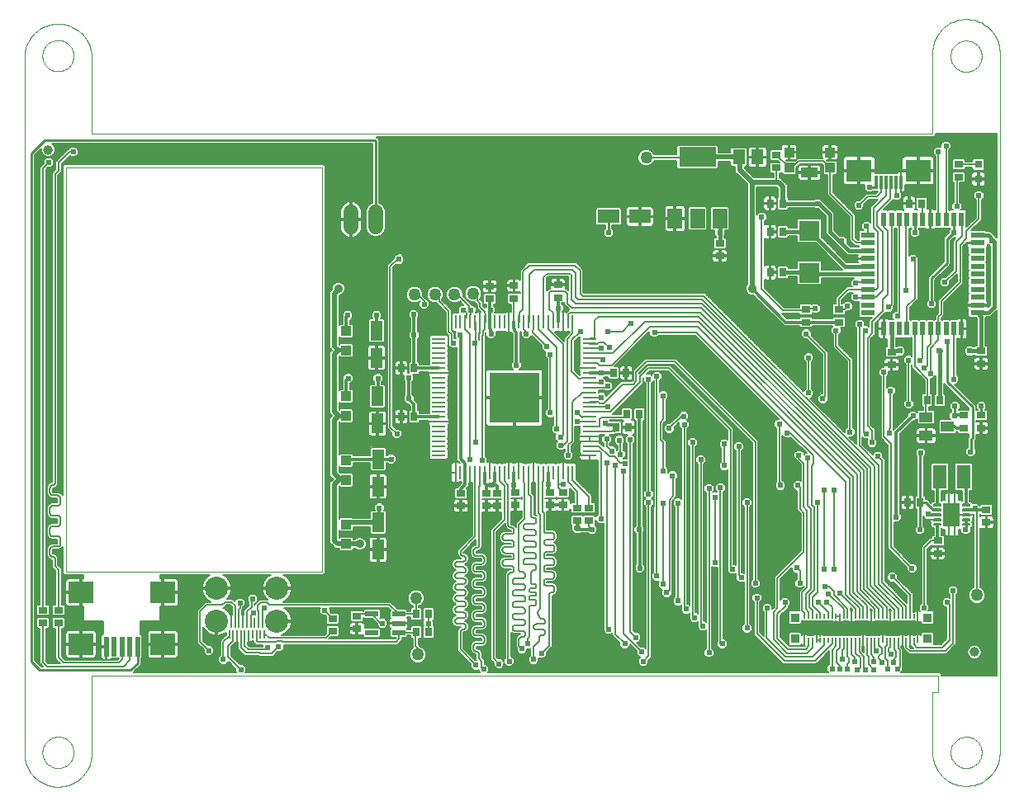
<source format=gtl>
G75*
%MOIN*%
%OFA0B0*%
%FSLAX24Y24*%
%IPPOS*%
%LPD*%
%AMOC8*
5,1,8,0,0,1.08239X$1,22.5*
%
%ADD10C,0.0000*%
%ADD11R,0.0110X0.1496*%
%ADD12R,0.0650X0.0945*%
%ADD13C,0.0055*%
%ADD14R,0.0551X0.0945*%
%ADD15R,0.0276X0.0354*%
%ADD16R,0.0354X0.0276*%
%ADD17R,0.0551X0.0394*%
%ADD18R,0.0580X0.0110*%
%ADD19R,0.0110X0.0580*%
%ADD20R,0.2050X0.2050*%
%ADD21R,0.0394X0.0394*%
%ADD22R,0.0472X0.0787*%
%ADD23R,0.0091X0.0197*%
%ADD24R,0.0354X0.0362*%
%ADD25R,0.0591X0.0787*%
%ADD26R,0.1496X0.0787*%
%ADD27R,0.0512X0.0591*%
%ADD28C,0.0394*%
%ADD29R,0.0200X0.0580*%
%ADD30R,0.0580X0.0200*%
%ADD31R,0.0800X0.0800*%
%ADD32R,0.0315X0.0315*%
%ADD33C,0.0500*%
%ADD34R,0.0984X0.0866*%
%ADD35R,0.0197X0.0787*%
%ADD36R,0.0669X0.0394*%
%ADD37C,0.0600*%
%ADD38R,0.0866X0.0551*%
%ADD39R,0.0520X0.0220*%
%ADD40R,0.0091X0.0394*%
%ADD41R,0.0091X0.0335*%
%ADD42C,0.0937*%
%ADD43R,0.0118X0.0551*%
%ADD44R,0.1043X0.0906*%
%ADD45C,0.0060*%
%ADD46C,0.0240*%
%ADD47C,0.0238*%
%ADD48C,0.0160*%
%ADD49C,0.0197*%
%ADD50C,0.0120*%
%ADD51C,0.0079*%
%ADD52C,0.0118*%
%ADD53C,0.0277*%
%ADD54C,0.0356*%
%ADD55C,0.0100*%
D10*
X000150Y004791D02*
X000150Y032921D01*
X000878Y032940D02*
X000880Y032990D01*
X000886Y033040D01*
X000896Y033089D01*
X000910Y033137D01*
X000927Y033184D01*
X000948Y033229D01*
X000973Y033273D01*
X001001Y033314D01*
X001033Y033353D01*
X001067Y033390D01*
X001104Y033424D01*
X001144Y033454D01*
X001186Y033481D01*
X001230Y033505D01*
X001276Y033526D01*
X001323Y033542D01*
X001371Y033555D01*
X001421Y033564D01*
X001470Y033569D01*
X001521Y033570D01*
X001571Y033567D01*
X001620Y033560D01*
X001669Y033549D01*
X001717Y033534D01*
X001763Y033516D01*
X001808Y033494D01*
X001851Y033468D01*
X001892Y033439D01*
X001931Y033407D01*
X001967Y033372D01*
X001999Y033334D01*
X002029Y033294D01*
X002056Y033251D01*
X002079Y033207D01*
X002098Y033161D01*
X002114Y033113D01*
X002126Y033064D01*
X002134Y033015D01*
X002138Y032965D01*
X002138Y032915D01*
X002134Y032865D01*
X002126Y032816D01*
X002114Y032767D01*
X002098Y032719D01*
X002079Y032673D01*
X002056Y032629D01*
X002029Y032586D01*
X001999Y032546D01*
X001967Y032508D01*
X001931Y032473D01*
X001892Y032441D01*
X001851Y032412D01*
X001808Y032386D01*
X001763Y032364D01*
X001717Y032346D01*
X001669Y032331D01*
X001620Y032320D01*
X001571Y032313D01*
X001521Y032310D01*
X001470Y032311D01*
X001421Y032316D01*
X001371Y032325D01*
X001323Y032338D01*
X001276Y032354D01*
X001230Y032375D01*
X001186Y032399D01*
X001144Y032426D01*
X001104Y032456D01*
X001067Y032490D01*
X001033Y032527D01*
X001001Y032566D01*
X000973Y032607D01*
X000948Y032651D01*
X000927Y032696D01*
X000910Y032743D01*
X000896Y032791D01*
X000886Y032840D01*
X000880Y032890D01*
X000878Y032940D01*
X000150Y032920D02*
X000154Y032992D01*
X000163Y033064D01*
X000175Y033136D01*
X000191Y033206D01*
X000211Y033276D01*
X000234Y033344D01*
X000261Y033411D01*
X000292Y033477D01*
X000326Y033541D01*
X000363Y033603D01*
X000403Y033663D01*
X000447Y033720D01*
X000494Y033776D01*
X000543Y033828D01*
X000596Y033878D01*
X000651Y033925D01*
X000708Y033970D01*
X000768Y034011D01*
X000829Y034048D01*
X000893Y034083D01*
X000958Y034114D01*
X001025Y034141D01*
X001094Y034165D01*
X001163Y034185D01*
X001233Y034202D01*
X001305Y034215D01*
X001377Y034224D01*
X001449Y034229D01*
X001521Y034230D01*
X001593Y034227D01*
X001665Y034221D01*
X001737Y034211D01*
X001808Y034196D01*
X001878Y034179D01*
X001947Y034157D01*
X002015Y034132D01*
X002081Y034103D01*
X002146Y034071D01*
X002209Y034035D01*
X002270Y033996D01*
X002329Y033954D01*
X002385Y033909D01*
X002439Y033861D01*
X002491Y033810D01*
X002539Y033756D01*
X002585Y033700D01*
X002628Y033641D01*
X002667Y033581D01*
X002703Y033518D01*
X002736Y033454D01*
X002765Y033387D01*
X002791Y033320D01*
X002813Y033251D01*
X002831Y033181D01*
X002846Y033110D01*
X002857Y033038D01*
X002864Y032966D01*
X002867Y032894D01*
X002866Y032822D01*
X002866Y029791D01*
X036803Y029791D01*
X036803Y033058D01*
X036805Y033130D01*
X036811Y033202D01*
X036820Y033274D01*
X036834Y033345D01*
X036851Y033415D01*
X036872Y033485D01*
X036896Y033553D01*
X036924Y033619D01*
X036956Y033684D01*
X036991Y033747D01*
X037029Y033809D01*
X037071Y033868D01*
X037116Y033925D01*
X037163Y033979D01*
X037214Y034031D01*
X037267Y034080D01*
X037322Y034126D01*
X037380Y034169D01*
X037441Y034209D01*
X037503Y034246D01*
X037567Y034279D01*
X037633Y034309D01*
X037700Y034335D01*
X037769Y034358D01*
X037839Y034377D01*
X037909Y034392D01*
X037981Y034404D01*
X038053Y034412D01*
X038125Y034416D01*
X038197Y034416D01*
X038269Y034412D01*
X038341Y034404D01*
X038413Y034392D01*
X038483Y034377D01*
X038553Y034358D01*
X038622Y034335D01*
X038689Y034309D01*
X038755Y034279D01*
X038819Y034246D01*
X038881Y034209D01*
X038942Y034169D01*
X039000Y034126D01*
X039055Y034080D01*
X039108Y034031D01*
X039159Y033979D01*
X039206Y033925D01*
X039251Y033868D01*
X039293Y033809D01*
X039331Y033747D01*
X039366Y033684D01*
X039398Y033619D01*
X039426Y033553D01*
X039450Y033485D01*
X039471Y033415D01*
X039488Y033345D01*
X039502Y033274D01*
X039511Y033202D01*
X039517Y033130D01*
X039519Y033058D01*
X039520Y033058D02*
X039520Y004791D01*
X037531Y004791D02*
X037533Y004841D01*
X037539Y004891D01*
X037549Y004940D01*
X037563Y004988D01*
X037580Y005035D01*
X037601Y005080D01*
X037626Y005124D01*
X037654Y005165D01*
X037686Y005204D01*
X037720Y005241D01*
X037757Y005275D01*
X037797Y005305D01*
X037839Y005332D01*
X037883Y005356D01*
X037929Y005377D01*
X037976Y005393D01*
X038024Y005406D01*
X038074Y005415D01*
X038123Y005420D01*
X038174Y005421D01*
X038224Y005418D01*
X038273Y005411D01*
X038322Y005400D01*
X038370Y005385D01*
X038416Y005367D01*
X038461Y005345D01*
X038504Y005319D01*
X038545Y005290D01*
X038584Y005258D01*
X038620Y005223D01*
X038652Y005185D01*
X038682Y005145D01*
X038709Y005102D01*
X038732Y005058D01*
X038751Y005012D01*
X038767Y004964D01*
X038779Y004915D01*
X038787Y004866D01*
X038791Y004816D01*
X038791Y004766D01*
X038787Y004716D01*
X038779Y004667D01*
X038767Y004618D01*
X038751Y004570D01*
X038732Y004524D01*
X038709Y004480D01*
X038682Y004437D01*
X038652Y004397D01*
X038620Y004359D01*
X038584Y004324D01*
X038545Y004292D01*
X038504Y004263D01*
X038461Y004237D01*
X038416Y004215D01*
X038370Y004197D01*
X038322Y004182D01*
X038273Y004171D01*
X038224Y004164D01*
X038174Y004161D01*
X038123Y004162D01*
X038074Y004167D01*
X038024Y004176D01*
X037976Y004189D01*
X037929Y004205D01*
X037883Y004226D01*
X037839Y004250D01*
X037797Y004277D01*
X037757Y004307D01*
X037720Y004341D01*
X037686Y004378D01*
X037654Y004417D01*
X037626Y004458D01*
X037601Y004502D01*
X037580Y004547D01*
X037563Y004594D01*
X037549Y004642D01*
X037539Y004691D01*
X037533Y004741D01*
X037531Y004791D01*
X036803Y004791D02*
X036805Y004719D01*
X036811Y004647D01*
X036820Y004575D01*
X036834Y004504D01*
X036851Y004434D01*
X036872Y004364D01*
X036896Y004296D01*
X036924Y004230D01*
X036956Y004165D01*
X036991Y004102D01*
X037029Y004040D01*
X037071Y003981D01*
X037116Y003924D01*
X037163Y003870D01*
X037214Y003818D01*
X037267Y003769D01*
X037322Y003723D01*
X037380Y003680D01*
X037441Y003640D01*
X037503Y003603D01*
X037567Y003570D01*
X037633Y003540D01*
X037700Y003514D01*
X037769Y003491D01*
X037839Y003472D01*
X037909Y003457D01*
X037981Y003445D01*
X038053Y003437D01*
X038125Y003433D01*
X038197Y003433D01*
X038269Y003437D01*
X038341Y003445D01*
X038413Y003457D01*
X038483Y003472D01*
X038553Y003491D01*
X038622Y003514D01*
X038689Y003540D01*
X038755Y003570D01*
X038819Y003603D01*
X038881Y003640D01*
X038942Y003680D01*
X039000Y003723D01*
X039055Y003769D01*
X039108Y003818D01*
X039159Y003870D01*
X039206Y003924D01*
X039251Y003981D01*
X039293Y004040D01*
X039331Y004102D01*
X039366Y004165D01*
X039398Y004230D01*
X039426Y004296D01*
X039450Y004364D01*
X039471Y004434D01*
X039488Y004504D01*
X039502Y004575D01*
X039511Y004647D01*
X039517Y004719D01*
X039519Y004791D01*
X036803Y004791D02*
X036803Y007212D01*
X037039Y007212D01*
X037039Y007901D01*
X002866Y007901D01*
X002866Y004732D01*
X002867Y004731D02*
X002863Y004659D01*
X002856Y004587D01*
X002845Y004516D01*
X002830Y004445D01*
X002811Y004375D01*
X002789Y004306D01*
X002763Y004239D01*
X002733Y004173D01*
X002700Y004108D01*
X002664Y004046D01*
X002624Y003985D01*
X002581Y003927D01*
X002535Y003871D01*
X002486Y003818D01*
X002435Y003767D01*
X002380Y003719D01*
X002324Y003674D01*
X002265Y003632D01*
X002204Y003594D01*
X002141Y003558D01*
X002076Y003526D01*
X002009Y003498D01*
X001941Y003473D01*
X001872Y003452D01*
X001802Y003434D01*
X001731Y003420D01*
X001659Y003410D01*
X001587Y003404D01*
X001515Y003402D01*
X001442Y003404D01*
X001370Y003409D01*
X001298Y003418D01*
X001227Y003431D01*
X001157Y003448D01*
X001087Y003469D01*
X001019Y003493D01*
X000953Y003521D01*
X000887Y003552D01*
X000824Y003587D01*
X000762Y003625D01*
X000703Y003666D01*
X000646Y003711D01*
X000591Y003758D01*
X000539Y003808D01*
X000490Y003861D01*
X000443Y003917D01*
X000400Y003974D01*
X000359Y004035D01*
X000322Y004097D01*
X000289Y004161D01*
X000259Y004226D01*
X000232Y004294D01*
X000209Y004362D01*
X000189Y004432D01*
X000174Y004503D01*
X000162Y004574D01*
X000154Y004646D01*
X000150Y004718D01*
X000149Y004791D01*
X000878Y004791D02*
X000880Y004841D01*
X000886Y004891D01*
X000896Y004940D01*
X000910Y004988D01*
X000927Y005035D01*
X000948Y005080D01*
X000973Y005124D01*
X001001Y005165D01*
X001033Y005204D01*
X001067Y005241D01*
X001104Y005275D01*
X001144Y005305D01*
X001186Y005332D01*
X001230Y005356D01*
X001276Y005377D01*
X001323Y005393D01*
X001371Y005406D01*
X001421Y005415D01*
X001470Y005420D01*
X001521Y005421D01*
X001571Y005418D01*
X001620Y005411D01*
X001669Y005400D01*
X001717Y005385D01*
X001763Y005367D01*
X001808Y005345D01*
X001851Y005319D01*
X001892Y005290D01*
X001931Y005258D01*
X001967Y005223D01*
X001999Y005185D01*
X002029Y005145D01*
X002056Y005102D01*
X002079Y005058D01*
X002098Y005012D01*
X002114Y004964D01*
X002126Y004915D01*
X002134Y004866D01*
X002138Y004816D01*
X002138Y004766D01*
X002134Y004716D01*
X002126Y004667D01*
X002114Y004618D01*
X002098Y004570D01*
X002079Y004524D01*
X002056Y004480D01*
X002029Y004437D01*
X001999Y004397D01*
X001967Y004359D01*
X001931Y004324D01*
X001892Y004292D01*
X001851Y004263D01*
X001808Y004237D01*
X001763Y004215D01*
X001717Y004197D01*
X001669Y004182D01*
X001620Y004171D01*
X001571Y004164D01*
X001521Y004161D01*
X001470Y004162D01*
X001421Y004167D01*
X001371Y004176D01*
X001323Y004189D01*
X001276Y004205D01*
X001230Y004226D01*
X001186Y004250D01*
X001144Y004277D01*
X001104Y004307D01*
X001067Y004341D01*
X001033Y004378D01*
X001001Y004417D01*
X000973Y004458D01*
X000948Y004502D01*
X000927Y004547D01*
X000910Y004594D01*
X000896Y004642D01*
X000886Y004691D01*
X000880Y004741D01*
X000878Y004791D01*
X001823Y012094D02*
X001823Y028432D01*
X012158Y028432D01*
X012158Y012094D01*
X001823Y012094D01*
X037531Y032921D02*
X037533Y032971D01*
X037539Y033021D01*
X037549Y033070D01*
X037563Y033118D01*
X037580Y033165D01*
X037601Y033210D01*
X037626Y033254D01*
X037654Y033295D01*
X037686Y033334D01*
X037720Y033371D01*
X037757Y033405D01*
X037797Y033435D01*
X037839Y033462D01*
X037883Y033486D01*
X037929Y033507D01*
X037976Y033523D01*
X038024Y033536D01*
X038074Y033545D01*
X038123Y033550D01*
X038174Y033551D01*
X038224Y033548D01*
X038273Y033541D01*
X038322Y033530D01*
X038370Y033515D01*
X038416Y033497D01*
X038461Y033475D01*
X038504Y033449D01*
X038545Y033420D01*
X038584Y033388D01*
X038620Y033353D01*
X038652Y033315D01*
X038682Y033275D01*
X038709Y033232D01*
X038732Y033188D01*
X038751Y033142D01*
X038767Y033094D01*
X038779Y033045D01*
X038787Y032996D01*
X038791Y032946D01*
X038791Y032896D01*
X038787Y032846D01*
X038779Y032797D01*
X038767Y032748D01*
X038751Y032700D01*
X038732Y032654D01*
X038709Y032610D01*
X038682Y032567D01*
X038652Y032527D01*
X038620Y032489D01*
X038584Y032454D01*
X038545Y032422D01*
X038504Y032393D01*
X038461Y032367D01*
X038416Y032345D01*
X038370Y032327D01*
X038322Y032312D01*
X038273Y032301D01*
X038224Y032294D01*
X038174Y032291D01*
X038123Y032292D01*
X038074Y032297D01*
X038024Y032306D01*
X037976Y032319D01*
X037929Y032335D01*
X037883Y032356D01*
X037839Y032380D01*
X037797Y032407D01*
X037757Y032437D01*
X037720Y032471D01*
X037686Y032508D01*
X037654Y032547D01*
X037626Y032588D01*
X037601Y032632D01*
X037580Y032677D01*
X037563Y032724D01*
X037549Y032772D01*
X037539Y032821D01*
X037533Y032871D01*
X037531Y032921D01*
D11*
X037473Y014400D03*
X037690Y014400D03*
D12*
X037581Y014400D03*
D13*
X037141Y014372D02*
X036861Y014372D01*
X036861Y014428D01*
X037141Y014428D01*
X037141Y014372D01*
X037141Y014426D02*
X036861Y014426D01*
X036861Y014569D02*
X037141Y014569D01*
X036861Y014569D02*
X036861Y014625D01*
X037141Y014625D01*
X037141Y014569D01*
X037141Y014623D02*
X036861Y014623D01*
X036861Y014765D02*
X037141Y014765D01*
X036861Y014765D02*
X036861Y014821D01*
X037141Y014821D01*
X037141Y014765D01*
X037141Y014819D02*
X036861Y014819D01*
X036861Y014175D02*
X037141Y014175D01*
X036861Y014175D02*
X036861Y014231D01*
X037141Y014231D01*
X037141Y014175D01*
X037141Y014229D02*
X036861Y014229D01*
X036861Y013978D02*
X037141Y013978D01*
X036861Y013978D02*
X036861Y014034D01*
X037141Y014034D01*
X037141Y013978D01*
X037141Y014032D02*
X036861Y014032D01*
X038022Y014034D02*
X038302Y014034D01*
X038302Y013978D01*
X038022Y013978D01*
X038022Y014034D01*
X038022Y014032D02*
X038302Y014032D01*
X038302Y014231D02*
X038022Y014231D01*
X038302Y014231D02*
X038302Y014175D01*
X038022Y014175D01*
X038022Y014231D01*
X038022Y014229D02*
X038302Y014229D01*
X038302Y014428D02*
X038022Y014428D01*
X038302Y014428D02*
X038302Y014372D01*
X038022Y014372D01*
X038022Y014428D01*
X038022Y014426D02*
X038302Y014426D01*
X038302Y014625D02*
X038022Y014625D01*
X038302Y014625D02*
X038302Y014569D01*
X038022Y014569D01*
X038022Y014625D01*
X038022Y014623D02*
X038302Y014623D01*
X038302Y014821D02*
X038022Y014821D01*
X038302Y014821D02*
X038302Y014765D01*
X038022Y014765D01*
X038022Y014821D01*
X038022Y014819D02*
X038302Y014819D01*
D14*
X038054Y015916D03*
X037109Y015916D03*
D15*
X036314Y014898D03*
X035802Y014898D03*
X036587Y019023D03*
X037099Y019023D03*
X030760Y024180D03*
X030248Y024180D03*
X030248Y025834D03*
X030760Y025834D03*
X030760Y026976D03*
X030248Y026976D03*
X035858Y026976D03*
X036370Y026976D03*
X024973Y018472D03*
X024461Y018472D03*
X024539Y017921D03*
X024028Y017921D03*
X023929Y020125D03*
X024441Y020125D03*
X015878Y020322D03*
X015366Y020322D03*
X015366Y018354D03*
X015878Y018354D03*
X015957Y010381D03*
X016469Y010381D03*
X016469Y009653D03*
X015957Y009653D03*
D16*
X013575Y009791D03*
X013575Y010302D03*
X012591Y010204D03*
X012591Y009692D03*
X017768Y014751D03*
X017768Y015263D03*
X018791Y015263D03*
X019244Y015263D03*
X019244Y014751D03*
X018791Y014751D03*
X019973Y014791D03*
X019973Y015302D03*
X021370Y015302D03*
X021882Y015302D03*
X021882Y014791D03*
X021370Y014791D03*
X022453Y014673D03*
X022945Y014673D03*
X022945Y014161D03*
X022453Y014161D03*
X031685Y022173D03*
X031685Y022684D03*
X033024Y022684D03*
X033024Y022173D03*
X035150Y020972D03*
X035150Y020460D03*
X038063Y018413D03*
X038063Y017901D03*
X038772Y017901D03*
X038772Y018413D03*
X038772Y020499D03*
X038772Y021011D03*
X038979Y014597D03*
X038979Y014085D03*
X037017Y013344D03*
X037017Y012833D03*
X028221Y024850D03*
X028221Y025361D03*
X030504Y028413D03*
X030504Y028924D03*
X037866Y028550D03*
X037866Y028039D03*
X021685Y023688D03*
X021685Y023176D03*
X019913Y023137D03*
X019913Y023649D03*
X018929Y023629D03*
X018929Y023117D03*
X001528Y010539D03*
X001528Y010027D03*
X000898Y010027D03*
X000898Y010539D03*
D17*
X036547Y017586D03*
X037413Y017960D03*
X036547Y018334D03*
D18*
X022953Y018351D03*
X022953Y018161D03*
X022953Y017961D03*
X022953Y017761D03*
X022953Y017571D03*
X022953Y017371D03*
X022953Y017171D03*
X022953Y016971D03*
X022953Y016781D03*
X022953Y018551D03*
X022953Y018751D03*
X022953Y018941D03*
X022953Y019141D03*
X022953Y019341D03*
X022953Y019531D03*
X022953Y019731D03*
X022953Y019931D03*
X022953Y020121D03*
X022953Y020321D03*
X022953Y020521D03*
X022953Y020711D03*
X022953Y020911D03*
X022953Y021111D03*
X022953Y021311D03*
X022953Y021501D03*
X016873Y021501D03*
X016873Y021311D03*
X016873Y021111D03*
X016873Y020911D03*
X016873Y020711D03*
X016873Y020521D03*
X016873Y020321D03*
X016873Y020121D03*
X016873Y019931D03*
X016873Y019731D03*
X016873Y019531D03*
X016873Y019341D03*
X016873Y019141D03*
X016873Y018941D03*
X016873Y018751D03*
X016873Y018551D03*
X016873Y018351D03*
X016873Y018161D03*
X016873Y017961D03*
X016873Y017761D03*
X016873Y017571D03*
X016873Y017371D03*
X016873Y017171D03*
X016873Y016971D03*
X016873Y016781D03*
D19*
X017553Y016101D03*
X017743Y016101D03*
X017943Y016101D03*
X018143Y016101D03*
X018343Y016101D03*
X018533Y016101D03*
X018733Y016101D03*
X018933Y016101D03*
X019123Y016101D03*
X019323Y016101D03*
X019523Y016101D03*
X019713Y016101D03*
X019913Y016101D03*
X020113Y016101D03*
X020303Y016101D03*
X020503Y016101D03*
X020703Y016101D03*
X020893Y016101D03*
X021093Y016101D03*
X021293Y016101D03*
X021483Y016101D03*
X021683Y016101D03*
X021883Y016101D03*
X022083Y016101D03*
X022273Y016101D03*
X022273Y022181D03*
X022083Y022181D03*
X021883Y022181D03*
X021683Y022181D03*
X021483Y022181D03*
X021293Y022181D03*
X021093Y022181D03*
X020893Y022181D03*
X020703Y022181D03*
X020503Y022181D03*
X020303Y022181D03*
X020113Y022181D03*
X019913Y022181D03*
X019713Y022181D03*
X019523Y022181D03*
X019323Y022181D03*
X019123Y022181D03*
X018933Y022181D03*
X018733Y022181D03*
X018533Y022181D03*
X018343Y022181D03*
X018143Y022181D03*
X017943Y022181D03*
X017743Y022181D03*
X017553Y022181D03*
D20*
X019923Y019121D03*
D21*
X013142Y019180D03*
X013142Y018393D03*
X013142Y016582D03*
X013142Y015795D03*
X013142Y014003D03*
X013142Y013216D03*
X013142Y021031D03*
X013142Y021818D03*
X031016Y028413D03*
X031016Y029043D03*
X032669Y029043D03*
X032669Y028413D03*
D22*
X014362Y021838D03*
X014362Y020736D03*
X014402Y019180D03*
X014402Y018078D03*
X014421Y016641D03*
X014421Y015539D03*
X014421Y014082D03*
X014421Y012980D03*
D23*
X031646Y010283D03*
X031803Y010283D03*
X031961Y010283D03*
X032118Y010283D03*
X032276Y010283D03*
X032433Y010283D03*
X032591Y010283D03*
X032748Y010283D03*
X032906Y010283D03*
X033063Y010283D03*
X033221Y010283D03*
X033378Y010283D03*
X033536Y010283D03*
X033693Y010283D03*
X033850Y010283D03*
X034008Y010283D03*
X034165Y010283D03*
X034323Y010283D03*
X034480Y010283D03*
X034638Y010283D03*
X034795Y010283D03*
X034953Y010283D03*
X035110Y010283D03*
X035268Y010283D03*
X035425Y010283D03*
X035583Y010283D03*
X035740Y010283D03*
X035898Y010283D03*
X036055Y010283D03*
X036213Y010283D03*
X036213Y009338D03*
X036055Y009338D03*
X035898Y009338D03*
X035740Y009338D03*
X035583Y009338D03*
X035425Y009338D03*
X035268Y009338D03*
X035110Y009338D03*
X034953Y009338D03*
X034795Y009338D03*
X034638Y009338D03*
X034480Y009338D03*
X034323Y009338D03*
X034165Y009338D03*
X034008Y009338D03*
X033850Y009338D03*
X033693Y009338D03*
X033536Y009338D03*
X033378Y009338D03*
X033221Y009338D03*
X033063Y009338D03*
X032906Y009338D03*
X032748Y009338D03*
X032591Y009338D03*
X032433Y009338D03*
X032276Y009338D03*
X032118Y009338D03*
X031961Y009338D03*
X031803Y009338D03*
X031646Y009338D03*
D24*
X031252Y009377D03*
X031252Y010243D03*
X036606Y010243D03*
X036606Y009377D03*
D25*
X028221Y026365D03*
X027315Y026365D03*
X026410Y026365D03*
D26*
X027315Y028846D03*
D27*
X028988Y028846D03*
X029736Y028846D03*
D28*
X038496Y008846D03*
X001114Y029141D03*
D29*
X034840Y026331D03*
X035150Y026331D03*
X035470Y026331D03*
X035780Y026331D03*
X036100Y026331D03*
X036410Y026331D03*
X036720Y026331D03*
X037040Y026331D03*
X037350Y026331D03*
X037670Y026331D03*
X037980Y026331D03*
X037980Y021911D03*
X037670Y021911D03*
X037350Y021911D03*
X037040Y021911D03*
X036720Y021911D03*
X036410Y021911D03*
X036100Y021911D03*
X035780Y021911D03*
X035470Y021911D03*
X035150Y021911D03*
X034840Y021911D03*
D30*
X034200Y022551D03*
X034200Y022861D03*
X034200Y023181D03*
X034200Y023491D03*
X034200Y023811D03*
X034200Y024121D03*
X034200Y024431D03*
X034200Y024751D03*
X034200Y025061D03*
X034200Y025381D03*
X034200Y025691D03*
X038620Y025691D03*
X038620Y025381D03*
X038620Y025061D03*
X038620Y024751D03*
X038620Y024431D03*
X038620Y024121D03*
X038620Y023811D03*
X038620Y023491D03*
X038620Y023181D03*
X038620Y022861D03*
X038620Y022551D03*
D31*
X031832Y024173D03*
X031832Y025873D03*
D32*
X038654Y027960D03*
X038654Y028550D03*
D33*
X025248Y028826D03*
X018260Y023334D03*
X017512Y023295D03*
X016724Y023295D03*
X015898Y023295D03*
X015957Y011031D03*
X016036Y008747D03*
X038595Y011149D03*
D34*
X005740Y011247D03*
X005740Y009161D03*
X002433Y009161D03*
X002433Y011247D03*
D35*
X003457Y009062D03*
X003772Y009062D03*
X004087Y009062D03*
X004402Y009062D03*
X004717Y009062D03*
D36*
X031843Y028216D03*
D37*
X014331Y026626D02*
X014331Y026026D01*
X013331Y026026D02*
X013331Y026626D01*
D38*
X023732Y026444D03*
X024992Y026444D03*
D39*
X015257Y010377D03*
X015257Y010007D03*
X015257Y009637D03*
X014177Y009637D03*
X014177Y010377D03*
D40*
X009756Y010027D03*
X009599Y010027D03*
X009441Y010027D03*
X009284Y010027D03*
X009126Y010027D03*
X008969Y010027D03*
X008811Y010027D03*
X008654Y010027D03*
X008496Y010027D03*
D41*
X008417Y009545D03*
X008575Y009545D03*
X008732Y009545D03*
X008890Y009545D03*
X009047Y009545D03*
X009205Y009545D03*
X009362Y009545D03*
X009520Y009545D03*
X009677Y009545D03*
X009835Y009545D03*
D42*
X010347Y010102D03*
X010347Y011424D03*
X007906Y011424D03*
X007906Y010102D03*
D43*
X034539Y027842D03*
X034736Y027842D03*
X034933Y027842D03*
X035130Y027842D03*
X035327Y027842D03*
X035524Y027842D03*
D44*
X036223Y028295D03*
X033841Y028295D03*
D45*
X033871Y028295D02*
X036193Y028295D01*
X036193Y028325D02*
X036193Y028265D01*
X035571Y028265D01*
X035571Y028247D01*
X035524Y028247D01*
X035524Y027842D01*
X035524Y027842D01*
X035524Y028247D01*
X035448Y028247D01*
X035414Y028239D01*
X035385Y028221D01*
X035371Y028207D01*
X035231Y028207D01*
X035228Y028205D01*
X035226Y028207D01*
X035034Y028207D01*
X035032Y028205D01*
X035029Y028207D01*
X034837Y028207D01*
X034835Y028205D01*
X034833Y028207D01*
X034640Y028207D01*
X034638Y028205D01*
X034636Y028207D01*
X034492Y028207D01*
X034492Y028265D01*
X033871Y028265D01*
X033871Y028325D01*
X033811Y028325D01*
X033811Y028877D01*
X033302Y028877D01*
X033269Y028868D01*
X033239Y028851D01*
X033215Y028827D01*
X033198Y028798D01*
X033189Y028764D01*
X033189Y028325D01*
X033811Y028325D01*
X033811Y028265D01*
X033871Y028265D01*
X033871Y027712D01*
X034055Y027712D01*
X034055Y027539D01*
X034177Y027416D01*
X034350Y027416D01*
X034420Y027485D01*
X034434Y027485D01*
X034443Y027476D01*
X034614Y027476D01*
X034410Y027476D01*
X034352Y027417D02*
X034556Y027417D01*
X034509Y027371D02*
X034135Y027371D01*
X033870Y027106D01*
X033744Y027106D01*
X033622Y026984D01*
X033622Y026810D01*
X033744Y026688D01*
X033917Y026688D01*
X034040Y026810D01*
X034040Y026936D01*
X034235Y027131D01*
X034604Y027131D01*
X034301Y026829D01*
X034301Y026192D01*
X034233Y026261D01*
X034059Y026261D01*
X033936Y026137D01*
X033936Y025963D01*
X034018Y025881D01*
X033872Y025881D01*
X033820Y025829D01*
X033820Y025554D01*
X033837Y025536D01*
X033820Y025519D01*
X033820Y025501D01*
X033782Y025501D01*
X033695Y025588D01*
X033695Y026514D01*
X033625Y026584D01*
X032789Y027419D01*
X032789Y028126D01*
X032903Y028126D01*
X032956Y028179D01*
X032956Y028647D01*
X032903Y028700D01*
X032552Y028700D01*
X032536Y028716D01*
X032639Y028716D01*
X032639Y029013D01*
X032343Y029013D01*
X032343Y028829D01*
X032348Y028808D01*
X031360Y028808D01*
X031290Y028738D01*
X031251Y028699D01*
X031250Y028700D01*
X030899Y028700D01*
X030882Y028716D01*
X030986Y028716D01*
X030986Y029013D01*
X031046Y029013D01*
X031046Y029073D01*
X030986Y029073D01*
X030986Y029369D01*
X030802Y029369D01*
X030769Y029361D01*
X030739Y029343D01*
X030715Y029319D01*
X030698Y029290D01*
X030689Y029257D01*
X030689Y029152D01*
X030290Y029152D01*
X030237Y029100D01*
X030237Y028749D01*
X030290Y028697D01*
X030562Y028697D01*
X030618Y028640D01*
X030290Y028640D01*
X030237Y028588D01*
X030237Y028238D01*
X030290Y028185D01*
X030384Y028185D01*
X030384Y028011D01*
X029598Y028011D01*
X029216Y028392D01*
X029216Y028460D01*
X029281Y028460D01*
X029334Y028513D01*
X029334Y029178D01*
X029281Y029231D01*
X028695Y029231D01*
X028153Y029231D01*
X028153Y029277D02*
X028100Y029329D01*
X026530Y029329D01*
X026477Y029277D01*
X026477Y028946D01*
X025566Y028946D01*
X025536Y029019D01*
X025441Y029114D01*
X026477Y029114D01*
X026477Y029172D02*
X014471Y029172D01*
X014471Y029114D02*
X025055Y029114D01*
X025056Y029114D02*
X024960Y029019D01*
X024908Y028894D01*
X024908Y028758D01*
X024960Y028633D01*
X025056Y028538D01*
X025180Y028486D01*
X025316Y028486D01*
X025441Y028538D01*
X025536Y028633D01*
X025566Y028706D01*
X026477Y028706D01*
X026477Y028415D01*
X026530Y028362D01*
X028100Y028362D01*
X028153Y028415D01*
X028153Y028657D01*
X028642Y028657D01*
X028642Y028513D01*
X028695Y028460D01*
X028839Y028460D01*
X028839Y028236D01*
X028950Y028126D01*
X029331Y027744D01*
X029331Y023722D01*
X029292Y023683D01*
X029252Y023584D01*
X029252Y023477D01*
X029292Y023379D01*
X029368Y023303D01*
X029466Y023263D01*
X029573Y023263D01*
X029576Y023264D01*
X030816Y022023D01*
X031418Y022023D01*
X031418Y021997D01*
X031471Y021945D01*
X031900Y021945D01*
X031952Y021997D01*
X031952Y022023D01*
X032757Y022023D01*
X032757Y021997D01*
X032762Y021992D01*
X032696Y021925D01*
X032696Y021751D01*
X032786Y021661D01*
X032786Y021158D01*
X032397Y021158D01*
X032338Y021216D02*
X032786Y021216D01*
X032786Y021158D02*
X032856Y021088D01*
X033356Y020587D01*
X033356Y017920D01*
X033266Y017830D01*
X033266Y017710D01*
X031868Y019108D01*
X031890Y019108D01*
X032013Y019231D01*
X032013Y019405D01*
X031923Y019495D01*
X031923Y020558D01*
X032013Y020649D01*
X032013Y020823D01*
X031890Y020946D01*
X031716Y020946D01*
X031593Y020823D01*
X031593Y020649D01*
X031683Y020558D01*
X031683Y019495D01*
X031593Y019405D01*
X031593Y019383D01*
X027691Y023285D01*
X027621Y023356D01*
X022739Y023356D01*
X022711Y023384D01*
X022711Y024309D01*
X022494Y024525D01*
X022424Y024596D01*
X020474Y024596D01*
X020218Y024340D01*
X020148Y024269D01*
X020148Y023904D01*
X020141Y023908D01*
X020108Y023917D01*
X019943Y023917D01*
X019943Y023679D01*
X019883Y023679D01*
X019883Y023619D01*
X019606Y023619D01*
X019606Y023494D01*
X019615Y023461D01*
X019632Y023431D01*
X019656Y023407D01*
X019686Y023390D01*
X019719Y023381D01*
X019883Y023381D01*
X019883Y023619D01*
X019943Y023619D01*
X019943Y023381D01*
X020108Y023381D01*
X020141Y023390D01*
X020148Y023394D01*
X020148Y023345D01*
X020128Y023365D01*
X019699Y023365D01*
X019646Y023312D01*
X019646Y022962D01*
X019699Y022909D01*
X019793Y022909D01*
X019793Y022599D01*
X019786Y022601D01*
X019713Y022601D01*
X019641Y022601D01*
X019608Y022592D01*
X019579Y022575D01*
X019565Y022561D01*
X019431Y022561D01*
X019423Y022553D01*
X019416Y022561D01*
X019231Y022561D01*
X019223Y022553D01*
X019216Y022561D01*
X019142Y022561D01*
X019159Y022578D01*
X019159Y022752D01*
X019083Y022828D01*
X019083Y022890D01*
X019144Y022890D01*
X019196Y022942D01*
X019196Y023292D01*
X019144Y023345D01*
X018715Y023345D01*
X018662Y023292D01*
X018662Y022942D01*
X018715Y022890D01*
X018784Y022890D01*
X018784Y022797D01*
X018739Y022752D01*
X018739Y022749D01*
X018656Y022832D01*
X018656Y022990D01*
X018585Y023060D01*
X018537Y023108D01*
X018537Y023131D01*
X018548Y023141D01*
X018600Y023266D01*
X018600Y023402D01*
X018548Y023527D01*
X018453Y023622D01*
X018328Y023674D01*
X018192Y023674D01*
X018067Y023622D01*
X017972Y023527D01*
X017920Y023402D01*
X017920Y023266D01*
X017972Y023141D01*
X018067Y023046D01*
X018192Y022994D01*
X018312Y022994D01*
X018416Y022891D01*
X018416Y022733D01*
X018548Y022601D01*
X018533Y022601D01*
X018461Y022601D01*
X018428Y022592D01*
X018399Y022575D01*
X018385Y022561D01*
X018375Y022561D01*
X018391Y022578D01*
X018391Y022752D01*
X018268Y022875D01*
X018220Y022875D01*
X018152Y022942D01*
X017852Y023242D01*
X017852Y023362D01*
X017800Y023487D01*
X017704Y023583D01*
X017580Y023635D01*
X017444Y023635D01*
X017319Y023583D01*
X017224Y023487D01*
X017172Y023362D01*
X017172Y023227D01*
X017224Y023102D01*
X017319Y023006D01*
X017444Y022955D01*
X017580Y022955D01*
X017704Y023006D01*
X017727Y023028D01*
X017880Y022875D01*
X017779Y022875D01*
X017656Y022752D01*
X017656Y022578D01*
X017673Y022561D01*
X017651Y022561D01*
X017648Y022558D01*
X017646Y022561D01*
X017461Y022561D01*
X017408Y022508D01*
X017408Y021854D01*
X017461Y021801D01*
X017572Y021801D01*
X017518Y021748D01*
X017518Y021574D01*
X017556Y021536D01*
X017514Y021536D01*
X017514Y021730D01*
X017443Y021800D01*
X017396Y021848D01*
X017396Y022675D01*
X017325Y022745D01*
X017002Y023069D01*
X017002Y023091D01*
X017013Y023102D01*
X017064Y023227D01*
X017064Y023362D01*
X017013Y023487D01*
X016917Y023583D01*
X016792Y023635D01*
X016657Y023635D01*
X016532Y023583D01*
X016436Y023487D01*
X016384Y023362D01*
X016384Y023227D01*
X016436Y023102D01*
X016532Y023006D01*
X016657Y022955D01*
X016777Y022955D01*
X017156Y022576D01*
X017156Y021749D01*
X017274Y021631D01*
X017274Y021424D01*
X017262Y021413D01*
X017262Y021239D01*
X017386Y021116D01*
X017560Y021116D01*
X017599Y021156D01*
X017599Y016599D01*
X017717Y016481D01*
X017702Y016481D01*
X017688Y016495D01*
X017659Y016512D01*
X017626Y016521D01*
X017553Y016521D01*
X017481Y016521D01*
X017448Y016512D01*
X017419Y016495D01*
X017394Y016471D01*
X017377Y016441D01*
X017368Y016408D01*
X017368Y016101D01*
X017368Y015794D01*
X017377Y015761D01*
X017394Y015731D01*
X017419Y015707D01*
X017448Y015690D01*
X017481Y015681D01*
X017553Y015681D01*
X017553Y016101D01*
X017368Y016101D01*
X017553Y016101D01*
X017553Y016101D01*
X017553Y016101D01*
X017553Y016521D01*
X017553Y016101D01*
X017553Y016101D01*
X017553Y015681D01*
X017626Y015681D01*
X017659Y015690D01*
X017688Y015707D01*
X017702Y015721D01*
X017796Y015721D01*
X017796Y015679D01*
X017619Y015502D01*
X017619Y015491D01*
X017553Y015491D01*
X017501Y015438D01*
X017501Y015088D01*
X017553Y015035D01*
X017982Y015035D01*
X018035Y015088D01*
X018035Y015438D01*
X018006Y015467D01*
X018007Y015468D01*
X018094Y015556D01*
X018094Y015681D01*
X018143Y015681D01*
X018143Y016101D01*
X018143Y016101D01*
X018143Y015681D01*
X018216Y015681D01*
X018223Y015683D01*
X018223Y013566D01*
X017628Y012970D01*
X017628Y012782D01*
X017688Y012677D01*
X017688Y012677D01*
X017688Y012677D01*
X017773Y012628D01*
X017579Y012628D01*
X017474Y012568D01*
X017414Y012464D01*
X017414Y012324D01*
X017474Y012220D01*
X017474Y012220D01*
X017474Y012220D01*
X017569Y012165D01*
X017474Y012111D01*
X017414Y012006D01*
X017414Y011867D01*
X017474Y011763D01*
X017474Y011763D01*
X017474Y011763D01*
X017569Y011708D01*
X017474Y011654D01*
X017474Y011654D01*
X017474Y011654D01*
X017414Y011549D01*
X017414Y011410D01*
X017474Y011306D01*
X017474Y011306D01*
X017569Y011251D01*
X017474Y011196D01*
X017414Y011092D01*
X017414Y010953D01*
X017474Y010848D01*
X017474Y010848D01*
X017474Y010848D01*
X017569Y010794D01*
X017474Y010739D01*
X017414Y010635D01*
X017414Y010496D01*
X017474Y010391D01*
X017569Y010337D01*
X017474Y010282D01*
X017414Y010178D01*
X017414Y010039D01*
X017474Y009934D01*
X017579Y009874D01*
X017773Y009874D01*
X017688Y009825D01*
X017628Y009721D01*
X017628Y008894D01*
X017698Y008824D01*
X017698Y008824D01*
X018169Y008354D01*
X018169Y008228D01*
X018291Y008105D01*
X018465Y008105D01*
X018484Y008125D01*
X018484Y008070D01*
X018523Y008031D01*
X009079Y008031D01*
X009099Y008050D01*
X009099Y008224D01*
X008976Y008346D01*
X008850Y008346D01*
X018169Y008346D01*
X018169Y008288D02*
X009035Y008288D01*
X009093Y008229D02*
X018169Y008229D01*
X018226Y008171D02*
X009099Y008171D01*
X009099Y008112D02*
X018284Y008112D01*
X018472Y008112D02*
X018484Y008112D01*
X018500Y008054D02*
X009099Y008054D01*
X008890Y008137D02*
X008378Y008649D01*
X008378Y009102D01*
X008575Y009299D01*
X008575Y009545D01*
X008732Y009545D02*
X008732Y009247D01*
X008693Y009247D01*
X008498Y009052D01*
X008498Y008699D01*
X008850Y008346D01*
X008792Y008405D02*
X018118Y008405D01*
X018059Y008463D02*
X016232Y008463D01*
X016228Y008459D02*
X016324Y008555D01*
X016376Y008680D01*
X016376Y008815D01*
X016324Y008940D01*
X016228Y009036D01*
X016134Y009075D01*
X016085Y009123D01*
X016057Y009151D01*
X016057Y009386D01*
X016132Y009386D01*
X016185Y009438D01*
X016185Y009867D01*
X016132Y009920D01*
X015782Y009920D01*
X015729Y009867D01*
X015729Y009757D01*
X015607Y009757D01*
X015607Y009784D01*
X015597Y009794D01*
X015621Y009817D01*
X015638Y009847D01*
X015647Y009880D01*
X015647Y009982D01*
X015282Y009982D01*
X015282Y010032D01*
X015647Y010032D01*
X015647Y010134D01*
X015638Y010167D01*
X015621Y010197D01*
X015597Y010220D01*
X015607Y010230D01*
X015607Y010257D01*
X015729Y010257D01*
X015729Y010167D01*
X015782Y010114D01*
X016132Y010114D01*
X016185Y010167D01*
X016185Y010596D01*
X016132Y010648D01*
X016077Y010648D01*
X016077Y010712D01*
X016149Y010743D01*
X016245Y010838D01*
X016297Y010963D01*
X016297Y011098D01*
X016245Y011223D01*
X016149Y011319D01*
X016024Y011371D01*
X015889Y011371D01*
X015764Y011319D01*
X015669Y011223D01*
X015617Y011098D01*
X015617Y010963D01*
X015669Y010838D01*
X015764Y010743D01*
X015837Y010712D01*
X015837Y010648D01*
X015782Y010648D01*
X015729Y010596D01*
X015729Y010497D01*
X015607Y010497D01*
X015607Y010524D01*
X015554Y010577D01*
X015226Y010577D01*
X014928Y010875D01*
X010587Y010875D01*
X010660Y010913D01*
X010736Y010968D01*
X010803Y011035D01*
X010858Y011111D01*
X010901Y011195D01*
X010930Y011284D01*
X010945Y011377D01*
X010945Y011394D01*
X010377Y011394D01*
X010377Y011454D01*
X010945Y011454D01*
X010945Y011472D01*
X010930Y011565D01*
X010901Y011654D01*
X010858Y011738D01*
X010803Y011814D01*
X010736Y011881D01*
X010660Y011936D01*
X010606Y011964D01*
X012211Y011964D01*
X012288Y012040D01*
X012288Y028486D01*
X012211Y028562D01*
X001769Y028562D01*
X001693Y028486D01*
X001693Y015180D01*
X001660Y015237D01*
X001660Y015237D01*
X001660Y015237D01*
X001555Y015298D01*
X001300Y015298D01*
X001300Y015471D01*
X001345Y015471D01*
X001450Y015531D01*
X001510Y015636D01*
X001510Y028107D01*
X001577Y028175D01*
X001648Y028245D01*
X001648Y028560D01*
X001986Y028899D01*
X002032Y028853D01*
X002205Y028853D01*
X002327Y028976D01*
X002327Y029149D01*
X002205Y029271D01*
X002032Y029271D01*
X001943Y029182D01*
X001931Y029182D01*
X001408Y028659D01*
X001408Y028344D01*
X001270Y028206D01*
X001270Y015711D01*
X001225Y015711D01*
X001120Y015651D01*
X001060Y015546D01*
X001060Y015222D01*
X001120Y015118D01*
X001120Y015118D01*
X001120Y015118D01*
X001225Y015058D01*
X001480Y015058D01*
X001480Y014884D01*
X001225Y014884D01*
X001120Y014824D01*
X001060Y014719D01*
X001060Y014395D01*
X001120Y014291D01*
X001120Y014291D01*
X001120Y014291D01*
X001225Y014231D01*
X001480Y014231D01*
X001480Y014057D01*
X001225Y014057D01*
X001120Y013997D01*
X001120Y013997D01*
X001120Y013997D01*
X001060Y013892D01*
X001060Y013568D01*
X001120Y013464D01*
X001120Y013464D01*
X001225Y013403D01*
X001480Y013403D01*
X001480Y013230D01*
X001225Y013230D01*
X001120Y013170D01*
X001120Y013170D01*
X001120Y013170D01*
X001060Y013065D01*
X001060Y012741D01*
X001120Y012637D01*
X001120Y012637D01*
X001120Y012637D01*
X001225Y012576D01*
X001270Y012576D01*
X001270Y012261D01*
X001340Y012190D01*
X001408Y012123D01*
X001408Y010766D01*
X001313Y010766D01*
X001260Y010714D01*
X001260Y010364D01*
X001313Y010311D01*
X001742Y010311D01*
X001795Y010364D01*
X001795Y010714D01*
X001742Y010766D01*
X001648Y010766D01*
X001648Y012222D01*
X001510Y012360D01*
X001510Y012652D01*
X001450Y012756D01*
X001450Y012756D01*
X001450Y012756D01*
X001345Y012816D01*
X001300Y012816D01*
X001300Y012990D01*
X001555Y012990D01*
X001660Y013050D01*
X001693Y013108D01*
X001693Y012040D01*
X001769Y011964D01*
X002541Y011964D01*
X002541Y011810D01*
X002463Y011810D01*
X002463Y011277D01*
X002403Y011277D01*
X002403Y011217D01*
X002463Y011217D01*
X002463Y010684D01*
X002541Y010684D01*
X002541Y010113D01*
X002559Y010095D01*
X003328Y010095D01*
X003328Y009583D01*
X003308Y009577D01*
X003279Y009560D01*
X003254Y009536D01*
X003237Y009506D01*
X003228Y009473D01*
X003228Y009081D01*
X003438Y009081D01*
X003438Y009043D01*
X003476Y009043D01*
X003476Y008539D01*
X003572Y008539D01*
X003605Y008547D01*
X003635Y008565D01*
X003649Y008579D01*
X003907Y008579D01*
X003929Y008600D01*
X003948Y008582D01*
X003899Y008533D01*
X001794Y008533D01*
X001648Y008679D01*
X001648Y009799D01*
X001742Y009799D01*
X001795Y009852D01*
X001795Y010202D01*
X001742Y010255D01*
X001313Y010255D01*
X001260Y010202D01*
X001260Y009852D01*
X001313Y009799D01*
X001408Y009799D01*
X001408Y008580D01*
X001018Y008580D01*
X001018Y008522D02*
X001465Y008522D01*
X001478Y008509D02*
X001592Y008395D01*
X001105Y008395D01*
X001018Y008482D01*
X001018Y009799D01*
X001112Y009799D01*
X001165Y009852D01*
X001165Y010202D01*
X001112Y010255D01*
X000683Y010255D01*
X000631Y010202D01*
X000631Y009852D01*
X000683Y009799D01*
X000778Y009799D01*
X000778Y008383D01*
X000848Y008312D01*
X000903Y008257D01*
X000838Y008257D01*
X000565Y008530D01*
X000565Y028926D01*
X000827Y029188D01*
X000827Y029084D01*
X000871Y028979D01*
X000952Y028898D01*
X001057Y028854D01*
X001171Y028854D01*
X001277Y028898D01*
X001357Y028979D01*
X001401Y029084D01*
X001401Y029198D01*
X001357Y029304D01*
X001277Y029384D01*
X001251Y029395D01*
X014191Y029395D01*
X014191Y026990D01*
X014110Y026957D01*
X014000Y026847D01*
X013941Y026704D01*
X013941Y025948D01*
X014000Y025805D01*
X014110Y025695D01*
X014253Y025636D01*
X014408Y025636D01*
X014552Y025695D01*
X014661Y025805D01*
X014721Y025948D01*
X014721Y026704D01*
X014661Y026847D01*
X014552Y026957D01*
X014471Y026990D01*
X014471Y029545D01*
X014389Y029627D01*
X014356Y029661D01*
X036857Y029661D01*
X036933Y029737D01*
X036933Y029791D01*
X039390Y029791D01*
X039390Y025594D01*
X039123Y025861D01*
X038967Y025861D01*
X038947Y025881D01*
X038379Y025881D01*
X038793Y026296D01*
X038793Y027115D01*
X038882Y027204D01*
X038882Y027377D01*
X038760Y027500D01*
X038587Y027500D01*
X038464Y027377D01*
X038464Y027204D01*
X038553Y027115D01*
X038553Y026395D01*
X038170Y026012D01*
X038170Y026659D01*
X038117Y026711D01*
X037938Y026711D01*
X037998Y026771D01*
X037998Y026945D01*
X037907Y027035D01*
X037907Y027811D01*
X038081Y027811D01*
X038133Y027864D01*
X038133Y028214D01*
X038081Y028266D01*
X037652Y028266D01*
X037599Y028214D01*
X037599Y027864D01*
X037652Y027811D01*
X037667Y027811D01*
X037667Y027035D01*
X037577Y026945D01*
X037577Y026771D01*
X037637Y026711D01*
X037532Y026711D01*
X037510Y026689D01*
X037487Y026711D01*
X037470Y026711D01*
X037470Y029118D01*
X037563Y029212D01*
X037563Y029385D01*
X037441Y029508D01*
X037268Y029508D01*
X037145Y029385D01*
X037145Y029252D01*
X037126Y029271D01*
X036953Y029271D01*
X036830Y029149D01*
X036830Y028976D01*
X036920Y028887D01*
X036920Y026711D01*
X036913Y026711D01*
X036899Y026725D01*
X036870Y026742D01*
X036837Y026751D01*
X036740Y026751D01*
X036740Y026351D01*
X036700Y026351D01*
X036700Y026751D01*
X036602Y026751D01*
X036583Y026746D01*
X036598Y026761D01*
X036598Y027190D01*
X036545Y027243D01*
X036195Y027243D01*
X036142Y027190D01*
X036142Y026761D01*
X036192Y026711D01*
X036093Y026711D01*
X036100Y026719D01*
X036117Y026748D01*
X036126Y026781D01*
X036126Y026946D01*
X035888Y026946D01*
X035888Y027006D01*
X035828Y027006D01*
X035828Y026946D01*
X035591Y026946D01*
X035591Y026781D01*
X035599Y026748D01*
X035617Y026719D01*
X035633Y026702D01*
X035625Y026694D01*
X035607Y026711D01*
X035332Y026711D01*
X035310Y026689D01*
X035287Y026711D01*
X035012Y026711D01*
X034995Y026694D01*
X034977Y026711D01*
X034819Y026711D01*
X035160Y027053D01*
X035230Y027123D01*
X035230Y027131D01*
X035280Y027082D01*
X035453Y027082D01*
X035575Y027204D01*
X035575Y027377D01*
X035516Y027436D01*
X035524Y027436D01*
X035600Y027436D01*
X035633Y027445D01*
X035663Y027462D01*
X035687Y027486D01*
X035704Y027516D01*
X035713Y027549D01*
X035713Y027712D01*
X036193Y027712D01*
X036193Y028265D01*
X036253Y028265D01*
X036253Y028325D01*
X036193Y028325D01*
X036193Y028877D01*
X035684Y028877D01*
X035651Y028868D01*
X035621Y028851D01*
X035597Y028827D01*
X035580Y028798D01*
X035571Y028764D01*
X035571Y028325D01*
X036193Y028325D01*
X036193Y028353D02*
X036253Y028353D01*
X036253Y028325D02*
X036253Y028877D01*
X036761Y028877D01*
X036794Y028868D01*
X036824Y028851D01*
X036848Y028827D01*
X036865Y028798D01*
X036874Y028764D01*
X036874Y028325D01*
X036253Y028325D01*
X036253Y028295D02*
X036920Y028295D01*
X036874Y028265D02*
X036253Y028265D01*
X036253Y027712D01*
X036761Y027712D01*
X036794Y027721D01*
X036824Y027738D01*
X036848Y027762D01*
X036865Y027792D01*
X036874Y027825D01*
X036874Y028265D01*
X036874Y028236D02*
X036920Y028236D01*
X036920Y028178D02*
X036874Y028178D01*
X036874Y028119D02*
X036920Y028119D01*
X036920Y028061D02*
X036874Y028061D01*
X036874Y028002D02*
X036920Y028002D01*
X036920Y027944D02*
X036874Y027944D01*
X036874Y027885D02*
X036920Y027885D01*
X036920Y027827D02*
X036874Y027827D01*
X036852Y027768D02*
X036920Y027768D01*
X036920Y027710D02*
X035713Y027710D01*
X035713Y027651D02*
X036920Y027651D01*
X036920Y027593D02*
X035713Y027593D01*
X035709Y027534D02*
X036920Y027534D01*
X036920Y027476D02*
X035676Y027476D01*
X035524Y027476D02*
X035524Y027476D01*
X035524Y027436D02*
X035524Y027842D01*
X035524Y027842D01*
X035524Y027436D01*
X035535Y027417D02*
X036920Y027417D01*
X036920Y027359D02*
X035575Y027359D01*
X035575Y027300D02*
X036920Y027300D01*
X036920Y027242D02*
X036546Y027242D01*
X036598Y027183D02*
X036920Y027183D01*
X036920Y027125D02*
X036598Y027125D01*
X036598Y027066D02*
X036920Y027066D01*
X036920Y027008D02*
X036598Y027008D01*
X036598Y026949D02*
X036920Y026949D01*
X036920Y026891D02*
X036598Y026891D01*
X036598Y026832D02*
X036920Y026832D01*
X036920Y026774D02*
X036598Y026774D01*
X036700Y026715D02*
X036740Y026715D01*
X036740Y026657D02*
X036700Y026657D01*
X036700Y026598D02*
X036740Y026598D01*
X036740Y026540D02*
X036700Y026540D01*
X036700Y026481D02*
X036740Y026481D01*
X036740Y026423D02*
X036700Y026423D01*
X036700Y026364D02*
X036740Y026364D01*
X036740Y026311D02*
X036740Y025911D01*
X036837Y025911D01*
X036870Y025920D01*
X036899Y025937D01*
X036913Y025951D01*
X037177Y025951D01*
X037195Y025969D01*
X037212Y025951D01*
X037487Y025951D01*
X037510Y025974D01*
X037530Y025954D01*
X037530Y025950D01*
X037460Y025881D01*
X037460Y025784D01*
X037254Y025577D01*
X037254Y024632D01*
X036624Y024002D01*
X036624Y023076D01*
X036555Y023007D01*
X036555Y022834D01*
X036677Y022711D01*
X036850Y022711D01*
X036973Y022834D01*
X036973Y023007D01*
X036904Y023076D01*
X036904Y023886D01*
X037452Y024434D01*
X037534Y024516D01*
X037534Y025461D01*
X037658Y025586D01*
X037743Y025586D01*
X037698Y025541D01*
X037628Y025470D01*
X037628Y024289D01*
X037336Y023997D01*
X037208Y023997D01*
X037085Y023874D01*
X037085Y023700D01*
X037208Y023577D01*
X037382Y023577D01*
X037505Y023700D01*
X037505Y023827D01*
X037805Y024127D01*
X037805Y023836D01*
X037108Y023139D01*
X037038Y023069D01*
X037038Y022557D01*
X036990Y022509D01*
X036919Y022439D01*
X036919Y022291D01*
X036902Y022291D01*
X036880Y022269D01*
X036879Y022269D01*
X036880Y022269D02*
X036857Y022291D01*
X036582Y022291D01*
X036565Y022274D01*
X036547Y022291D01*
X036272Y022291D01*
X036255Y022274D01*
X036237Y022291D01*
X035962Y022291D01*
X035940Y022269D01*
X035939Y022269D01*
X035940Y022269D02*
X035917Y022291D01*
X035900Y022291D01*
X035900Y022772D01*
X036144Y023017D01*
X036215Y023087D01*
X036215Y024614D01*
X036226Y024625D01*
X036226Y024799D01*
X036103Y024922D01*
X035929Y024922D01*
X035860Y024853D01*
X035860Y025951D01*
X035917Y025951D01*
X035940Y025974D01*
X035955Y025959D01*
X035955Y025950D01*
X035886Y025881D01*
X035886Y025708D01*
X036008Y025586D01*
X036181Y025586D01*
X036304Y025708D01*
X036304Y025881D01*
X036240Y025945D01*
X036240Y025954D01*
X036255Y025969D01*
X036272Y025951D01*
X036526Y025951D01*
X036540Y025937D01*
X036569Y025920D01*
X036602Y025911D01*
X036700Y025911D01*
X036700Y026311D01*
X036740Y026311D01*
X036740Y026306D02*
X036700Y026306D01*
X036700Y026247D02*
X036740Y026247D01*
X036740Y026189D02*
X036700Y026189D01*
X036700Y026130D02*
X036740Y026130D01*
X036740Y026072D02*
X036700Y026072D01*
X036700Y026013D02*
X036740Y026013D01*
X036740Y025955D02*
X036700Y025955D01*
X036304Y025838D02*
X037460Y025838D01*
X037456Y025779D02*
X036304Y025779D01*
X036304Y025721D02*
X037398Y025721D01*
X037339Y025662D02*
X036258Y025662D01*
X036200Y025604D02*
X037281Y025604D01*
X037254Y025545D02*
X035860Y025545D01*
X035860Y025487D02*
X037254Y025487D01*
X037254Y025428D02*
X035860Y025428D01*
X035860Y025370D02*
X037254Y025370D01*
X037254Y025311D02*
X035860Y025311D01*
X035860Y025253D02*
X037254Y025253D01*
X037254Y025194D02*
X035860Y025194D01*
X035860Y025136D02*
X037254Y025136D01*
X037254Y025077D02*
X035860Y025077D01*
X035860Y025019D02*
X037254Y025019D01*
X037254Y024960D02*
X035860Y024960D01*
X035860Y024902D02*
X035909Y024902D01*
X036123Y024902D02*
X037254Y024902D01*
X037254Y024843D02*
X036181Y024843D01*
X036226Y024785D02*
X037254Y024785D01*
X037254Y024726D02*
X036226Y024726D01*
X036226Y024668D02*
X037254Y024668D01*
X037231Y024609D02*
X036215Y024609D01*
X036215Y024551D02*
X037173Y024551D01*
X037114Y024492D02*
X036215Y024492D01*
X036215Y024434D02*
X037056Y024434D01*
X036997Y024375D02*
X036215Y024375D01*
X036215Y024317D02*
X036939Y024317D01*
X036880Y024258D02*
X036215Y024258D01*
X036215Y024200D02*
X036822Y024200D01*
X036763Y024141D02*
X036215Y024141D01*
X036215Y024083D02*
X036705Y024083D01*
X036646Y024024D02*
X036215Y024024D01*
X036215Y023966D02*
X036624Y023966D01*
X036624Y023907D02*
X036215Y023907D01*
X036215Y023849D02*
X036624Y023849D01*
X036624Y023790D02*
X036215Y023790D01*
X036215Y023732D02*
X036624Y023732D01*
X036624Y023673D02*
X036215Y023673D01*
X036215Y023615D02*
X036624Y023615D01*
X036624Y023556D02*
X036215Y023556D01*
X036215Y023498D02*
X036624Y023498D01*
X036624Y023439D02*
X036215Y023439D01*
X036215Y023381D02*
X036624Y023381D01*
X036624Y023322D02*
X036215Y023322D01*
X036215Y023264D02*
X036624Y023264D01*
X036624Y023205D02*
X036215Y023205D01*
X036215Y023147D02*
X036624Y023147D01*
X036624Y023088D02*
X036215Y023088D01*
X036157Y023030D02*
X036578Y023030D01*
X036555Y022971D02*
X036099Y022971D01*
X036040Y022913D02*
X036555Y022913D01*
X036555Y022854D02*
X035982Y022854D01*
X035923Y022796D02*
X036593Y022796D01*
X036651Y022737D02*
X035900Y022737D01*
X035900Y022679D02*
X037038Y022679D01*
X037038Y022737D02*
X036876Y022737D01*
X036935Y022796D02*
X037038Y022796D01*
X037038Y022854D02*
X036973Y022854D01*
X036973Y022913D02*
X037038Y022913D01*
X037038Y022971D02*
X036973Y022971D01*
X036950Y023030D02*
X037038Y023030D01*
X037057Y023088D02*
X036904Y023088D01*
X036904Y023147D02*
X037116Y023147D01*
X037174Y023205D02*
X036904Y023205D01*
X036904Y023264D02*
X037233Y023264D01*
X037291Y023322D02*
X036904Y023322D01*
X036904Y023381D02*
X037350Y023381D01*
X037408Y023439D02*
X036904Y023439D01*
X036904Y023498D02*
X037467Y023498D01*
X037525Y023556D02*
X036904Y023556D01*
X036904Y023615D02*
X037170Y023615D01*
X037112Y023673D02*
X036904Y023673D01*
X036904Y023732D02*
X037085Y023732D01*
X037085Y023790D02*
X036904Y023790D01*
X036904Y023849D02*
X037085Y023849D01*
X037119Y023907D02*
X036925Y023907D01*
X036984Y023966D02*
X037178Y023966D01*
X037101Y024083D02*
X037422Y024083D01*
X037480Y024141D02*
X037159Y024141D01*
X037218Y024200D02*
X037539Y024200D01*
X037597Y024258D02*
X037276Y024258D01*
X037335Y024317D02*
X037628Y024317D01*
X037628Y024375D02*
X037393Y024375D01*
X037452Y024434D02*
X037628Y024434D01*
X037628Y024492D02*
X037510Y024492D01*
X037534Y024551D02*
X037628Y024551D01*
X037628Y024609D02*
X037534Y024609D01*
X037534Y024668D02*
X037628Y024668D01*
X037628Y024726D02*
X037534Y024726D01*
X037534Y024785D02*
X037628Y024785D01*
X037628Y024843D02*
X037534Y024843D01*
X037534Y024902D02*
X037628Y024902D01*
X037628Y024960D02*
X037534Y024960D01*
X037534Y025019D02*
X037628Y025019D01*
X037628Y025077D02*
X037534Y025077D01*
X037534Y025136D02*
X037628Y025136D01*
X037628Y025194D02*
X037534Y025194D01*
X037534Y025253D02*
X037628Y025253D01*
X037628Y025311D02*
X037534Y025311D01*
X037534Y025370D02*
X037628Y025370D01*
X037628Y025428D02*
X037534Y025428D01*
X037560Y025487D02*
X037645Y025487D01*
X037618Y025545D02*
X037703Y025545D01*
X037748Y025421D02*
X037748Y024239D01*
X037295Y023787D01*
X037505Y023790D02*
X037759Y023790D01*
X037805Y023849D02*
X037527Y023849D01*
X037586Y023907D02*
X037805Y023907D01*
X037805Y023966D02*
X037644Y023966D01*
X037703Y024024D02*
X037805Y024024D01*
X037805Y024083D02*
X037761Y024083D01*
X038045Y024083D02*
X038240Y024083D01*
X038240Y024141D02*
X038045Y024141D01*
X038045Y024200D02*
X038240Y024200D01*
X038240Y024258D02*
X038045Y024258D01*
X038045Y024317D02*
X038240Y024317D01*
X038240Y024294D02*
X038257Y024276D01*
X038240Y024259D01*
X038240Y023984D01*
X038257Y023966D01*
X038045Y023966D01*
X038045Y024024D02*
X038240Y024024D01*
X038257Y023966D02*
X038240Y023949D01*
X038240Y023674D01*
X038262Y023651D01*
X038240Y023629D01*
X038240Y023354D01*
X038257Y023336D01*
X038240Y023319D01*
X038240Y023055D01*
X038226Y023041D01*
X038208Y023012D01*
X038200Y022978D01*
X038200Y022881D01*
X038600Y022881D01*
X038600Y022841D01*
X038200Y022841D01*
X038200Y022744D01*
X038208Y022711D01*
X038226Y022682D01*
X038240Y022667D01*
X038240Y022414D01*
X038292Y022361D01*
X038569Y022361D01*
X038602Y022329D01*
X038602Y021239D01*
X038557Y021239D01*
X038505Y021186D01*
X038505Y021181D01*
X038426Y021181D01*
X038386Y021221D01*
X038212Y021221D01*
X038089Y021098D01*
X038089Y020924D01*
X038212Y020801D01*
X038386Y020801D01*
X038426Y020841D01*
X038505Y020841D01*
X038505Y020836D01*
X038557Y020783D01*
X038986Y020783D01*
X039039Y020836D01*
X039039Y021186D01*
X038986Y021239D01*
X038942Y021239D01*
X038942Y022361D01*
X038947Y022361D01*
X038982Y022396D01*
X039137Y022396D01*
X039237Y022496D01*
X039390Y022649D01*
X039390Y007901D01*
X037169Y007901D01*
X037169Y007955D01*
X037093Y008031D01*
X035537Y008031D01*
X035596Y008089D01*
X035596Y008217D01*
X035604Y008225D01*
X035604Y008974D01*
X035545Y009033D01*
X035545Y009109D01*
X035583Y009109D01*
X035620Y009109D01*
X035620Y008993D01*
X035848Y008765D01*
X037365Y008765D01*
X037680Y009080D01*
X037750Y009150D01*
X037750Y011149D01*
X037840Y011239D01*
X037840Y011413D01*
X037717Y011536D01*
X037543Y011536D01*
X037420Y011413D01*
X037420Y011239D01*
X037510Y011149D01*
X037510Y011034D01*
X037481Y011064D01*
X037307Y011064D01*
X037184Y010941D01*
X037184Y010767D01*
X037307Y010644D01*
X037372Y010644D01*
X037372Y009388D01*
X037147Y009163D01*
X036874Y009163D01*
X036874Y009596D01*
X036821Y009648D01*
X036392Y009648D01*
X036339Y009596D01*
X036339Y009539D01*
X036338Y009540D01*
X036308Y009557D01*
X036275Y009566D01*
X036213Y009566D01*
X036213Y009338D01*
X036213Y009338D01*
X036213Y009566D01*
X036150Y009566D01*
X036117Y009557D01*
X036088Y009540D01*
X036074Y009526D01*
X036037Y009526D01*
X036023Y009540D01*
X035993Y009557D01*
X035960Y009566D01*
X035898Y009566D01*
X035898Y009338D01*
X035898Y009338D01*
X035898Y009109D01*
X035937Y009109D01*
X036041Y009005D01*
X035947Y009005D01*
X035860Y009092D01*
X035860Y009109D01*
X035898Y009109D01*
X035898Y009338D01*
X035898Y009338D01*
X035898Y009566D01*
X035835Y009566D01*
X035802Y009557D01*
X035773Y009540D01*
X035759Y009526D01*
X035722Y009526D01*
X035708Y009540D01*
X035678Y009557D01*
X035645Y009566D01*
X035583Y009566D01*
X035583Y009338D01*
X035583Y009338D01*
X035583Y009566D01*
X035520Y009566D01*
X035487Y009557D01*
X035458Y009540D01*
X035444Y009526D01*
X034934Y009526D01*
X034920Y009540D01*
X034891Y009557D01*
X034858Y009566D01*
X034795Y009566D01*
X034733Y009566D01*
X034700Y009557D01*
X034670Y009540D01*
X034656Y009526D01*
X034147Y009526D01*
X034133Y009540D01*
X034103Y009557D01*
X034070Y009566D01*
X034008Y009566D01*
X034008Y009338D01*
X034008Y009338D01*
X034008Y009566D01*
X033946Y009566D01*
X033912Y009557D01*
X033883Y009540D01*
X033869Y009526D01*
X032415Y009526D01*
X032401Y009540D01*
X032371Y009557D01*
X032338Y009566D01*
X032276Y009566D01*
X032276Y009502D01*
X032276Y009502D01*
X032276Y009566D01*
X032213Y009566D01*
X032197Y009562D01*
X032181Y009566D01*
X032118Y009566D01*
X032056Y009566D01*
X032023Y009557D01*
X031993Y009540D01*
X031979Y009526D01*
X031785Y009526D01*
X031771Y009540D01*
X031741Y009557D01*
X031708Y009566D01*
X031646Y009566D01*
X031646Y009338D01*
X031646Y009338D01*
X031646Y009633D01*
X032118Y009633D01*
X032118Y009338D01*
X032276Y009338D01*
X032276Y009338D01*
X032118Y009338D01*
X032118Y009338D01*
X031961Y009338D02*
X031961Y009043D01*
X031724Y008806D01*
X030937Y008806D01*
X030386Y009358D01*
X030386Y010460D01*
X030543Y010617D01*
X030543Y011838D01*
X031606Y012901D01*
X031606Y014476D01*
X031449Y014633D01*
X031449Y015499D01*
X031370Y015578D01*
X031226Y015425D02*
X030805Y015425D01*
X030748Y015368D02*
X030872Y015491D01*
X030872Y015665D01*
X030748Y015788D01*
X030742Y015788D01*
X030742Y017602D01*
X030850Y017494D01*
X031024Y017494D01*
X031070Y017540D01*
X031719Y016890D01*
X031677Y016890D01*
X031620Y016833D01*
X031620Y016886D01*
X031497Y017009D01*
X031323Y017009D01*
X031199Y016886D01*
X031199Y016712D01*
X030742Y016712D01*
X030742Y016770D02*
X031199Y016770D01*
X031199Y016712D02*
X031290Y016621D01*
X031290Y016611D01*
X031486Y016414D01*
X031486Y015759D01*
X031457Y015788D01*
X031283Y015788D01*
X031160Y015665D01*
X031160Y015491D01*
X031283Y015368D01*
X031329Y015368D01*
X031329Y014583D01*
X031399Y014513D01*
X031486Y014426D01*
X031486Y012951D01*
X030423Y011888D01*
X030423Y010667D01*
X030340Y010584D01*
X030340Y010704D01*
X030217Y010827D01*
X030043Y010827D01*
X029920Y010704D01*
X029920Y010530D01*
X029990Y010460D01*
X029990Y009503D01*
X029846Y009647D01*
X029846Y010863D01*
X029927Y010944D01*
X029927Y011118D01*
X029804Y011241D01*
X029630Y011241D01*
X029507Y011118D01*
X029507Y010944D01*
X029587Y010863D01*
X029587Y009540D01*
X029663Y009464D01*
X030765Y008362D01*
X032113Y008362D01*
X032189Y008438D01*
X032628Y008877D01*
X032628Y008353D01*
X032538Y008263D01*
X032538Y008089D01*
X032597Y008031D01*
X018863Y008031D01*
X018902Y008070D01*
X018902Y008243D01*
X018780Y008366D01*
X018734Y008366D01*
X018734Y008521D01*
X018616Y008640D01*
X018616Y008828D01*
X018556Y008932D01*
X018556Y008932D01*
X018556Y008932D01*
X018451Y008992D01*
X018396Y008992D01*
X018396Y009074D01*
X018671Y009074D01*
X018776Y009134D01*
X018776Y009134D01*
X018776Y009134D01*
X018836Y009238D01*
X018836Y009471D01*
X018776Y009575D01*
X018967Y009575D01*
X018967Y009633D02*
X018675Y009633D01*
X018671Y009635D02*
X018396Y009635D01*
X018396Y009717D01*
X018671Y009717D01*
X018776Y009777D01*
X018836Y009881D01*
X018836Y010114D01*
X018776Y010218D01*
X018776Y010218D01*
X018776Y010218D01*
X018671Y010278D01*
X018396Y010278D01*
X018396Y010360D01*
X018671Y010360D01*
X018776Y010420D01*
X018836Y010524D01*
X018836Y010757D01*
X018776Y010861D01*
X018776Y010861D01*
X018776Y010861D01*
X018671Y010921D01*
X018396Y010921D01*
X018396Y011003D01*
X018671Y011003D01*
X018776Y011063D01*
X018776Y011063D01*
X018776Y011063D01*
X018836Y011167D01*
X018836Y011400D01*
X018776Y011504D01*
X018776Y011504D01*
X018776Y011504D01*
X018671Y011564D01*
X018396Y011564D01*
X018396Y011646D01*
X018671Y011646D01*
X018776Y011706D01*
X018836Y011810D01*
X018836Y012043D01*
X018776Y012147D01*
X018776Y012147D01*
X018776Y012147D01*
X018671Y012207D01*
X018396Y012207D01*
X018396Y012289D01*
X018671Y012289D01*
X018776Y012349D01*
X018836Y012453D01*
X018836Y012686D01*
X018776Y012790D01*
X018776Y012790D01*
X018776Y012790D01*
X018671Y012850D01*
X018396Y012850D01*
X018396Y012932D01*
X018451Y012932D01*
X018556Y012992D01*
X018616Y013096D01*
X018616Y014483D01*
X018761Y014483D01*
X018761Y014721D01*
X018821Y014721D01*
X018821Y014483D01*
X018986Y014483D01*
X019018Y014492D01*
X019050Y014483D01*
X019214Y014483D01*
X019214Y014721D01*
X019274Y014721D01*
X019274Y014483D01*
X019400Y014483D01*
X019400Y014230D01*
X019037Y013867D01*
X018967Y013797D01*
X018967Y008540D01*
X019094Y008413D01*
X019094Y008287D01*
X019217Y008164D01*
X019390Y008164D01*
X019512Y008287D01*
X019512Y008380D01*
X019630Y008263D01*
X019803Y008263D01*
X019926Y008385D01*
X019926Y008558D01*
X019803Y008681D01*
X019797Y008681D01*
X019797Y009634D01*
X019894Y009578D01*
X020150Y009578D01*
X020051Y009521D01*
X020051Y009521D01*
X020051Y009521D01*
X019990Y009416D01*
X019990Y009052D01*
X020019Y009023D01*
X020019Y008897D01*
X020142Y008774D01*
X020315Y008774D01*
X020437Y008897D01*
X020437Y008971D01*
X020551Y008971D01*
X020581Y009001D01*
X020581Y008726D01*
X020492Y008637D01*
X020492Y008464D01*
X020614Y008341D01*
X020787Y008341D01*
X020910Y008464D01*
X020910Y008597D01*
X020929Y008578D01*
X021102Y008578D01*
X021225Y008700D01*
X021225Y008826D01*
X021380Y008982D01*
X021451Y009052D01*
X021451Y011140D01*
X021496Y011140D01*
X021600Y011200D01*
X021600Y011200D01*
X021661Y011305D01*
X021661Y011489D01*
X021600Y011593D01*
X021496Y011653D01*
X021241Y011653D01*
X021241Y011687D01*
X021496Y011687D01*
X021600Y011747D01*
X021600Y011747D01*
X021661Y011851D01*
X021661Y012036D01*
X021600Y012140D01*
X021496Y012200D01*
X021241Y012200D01*
X021241Y012234D01*
X021496Y012234D01*
X021600Y012294D01*
X021600Y012294D01*
X021661Y012398D01*
X021661Y012582D01*
X021600Y012687D01*
X021496Y012747D01*
X021241Y012747D01*
X021241Y012781D01*
X021496Y012781D01*
X021600Y012841D01*
X021600Y012841D01*
X021661Y012945D01*
X021661Y013129D01*
X021600Y013234D01*
X021524Y013278D01*
X021605Y013324D01*
X021605Y013324D01*
X021605Y013324D01*
X021665Y013429D01*
X021665Y013613D01*
X021605Y013717D01*
X021605Y013717D01*
X021501Y013777D01*
X021241Y013777D01*
X021241Y014499D01*
X021217Y014523D01*
X021340Y014523D01*
X021340Y014761D01*
X021400Y014761D01*
X021400Y014821D01*
X021340Y014821D01*
X021340Y015058D01*
X021176Y015058D01*
X021175Y015058D01*
X021175Y015075D01*
X021585Y015075D01*
X021626Y015116D01*
X021668Y015075D01*
X022096Y015075D01*
X022149Y015127D01*
X022149Y015476D01*
X022333Y015292D01*
X022333Y014900D01*
X022238Y014900D01*
X022189Y014851D01*
X022189Y014946D01*
X022180Y014979D01*
X022163Y015008D01*
X022139Y015032D01*
X022109Y015050D01*
X022076Y015058D01*
X021912Y015058D01*
X021912Y014821D01*
X021852Y014821D01*
X021852Y015058D01*
X021688Y015058D01*
X021655Y015050D01*
X021626Y015033D01*
X021598Y015050D01*
X021564Y015058D01*
X021400Y015058D01*
X021400Y014821D01*
X021852Y014821D01*
X021852Y014761D01*
X021575Y014761D01*
X021400Y014761D01*
X021400Y014523D01*
X021564Y014523D01*
X021598Y014532D01*
X021626Y014548D01*
X021655Y014532D01*
X021688Y014523D01*
X021852Y014523D01*
X021852Y014761D01*
X021912Y014761D01*
X021912Y014523D01*
X022076Y014523D01*
X022109Y014532D01*
X022139Y014549D01*
X022163Y014573D01*
X022180Y014603D01*
X022186Y014623D01*
X022186Y014497D01*
X022238Y014445D01*
X022667Y014445D01*
X022699Y014476D01*
X022731Y014445D01*
X023159Y014445D01*
X023212Y014497D01*
X023212Y014848D01*
X023159Y014900D01*
X023065Y014900D01*
X023065Y015175D01*
X022995Y015245D01*
X022418Y015821D01*
X022418Y016428D01*
X022366Y016481D01*
X022181Y016481D01*
X022178Y016478D01*
X022176Y016481D01*
X022032Y016481D01*
X022018Y016495D01*
X021989Y016512D01*
X021956Y016521D01*
X021883Y016521D01*
X021811Y016521D01*
X021778Y016512D01*
X021749Y016495D01*
X021735Y016481D01*
X021591Y016481D01*
X021583Y016473D01*
X021576Y016481D01*
X021391Y016481D01*
X021388Y016478D01*
X021386Y016481D01*
X021201Y016481D01*
X021193Y016473D01*
X021186Y016481D01*
X021001Y016481D01*
X020993Y016473D01*
X020986Y016481D01*
X020852Y016481D01*
X020838Y016495D01*
X020809Y016512D01*
X020776Y016521D01*
X020703Y016521D01*
X020631Y016521D01*
X020598Y016512D01*
X020569Y016495D01*
X020555Y016481D01*
X020411Y016481D01*
X020403Y016473D01*
X020396Y016481D01*
X020262Y016481D01*
X020248Y016495D01*
X020219Y016512D01*
X020186Y016521D01*
X020113Y016521D01*
X020041Y016521D01*
X020008Y016512D01*
X019979Y016495D01*
X019965Y016481D01*
X019862Y016481D01*
X019848Y016495D01*
X019819Y016512D01*
X019786Y016521D01*
X019713Y016521D01*
X019641Y016521D01*
X019608Y016512D01*
X019579Y016495D01*
X019565Y016481D01*
X019431Y016481D01*
X019423Y016473D01*
X019416Y016481D01*
X019231Y016481D01*
X019223Y016473D01*
X019216Y016481D01*
X019082Y016481D01*
X019068Y016495D01*
X019039Y016512D01*
X019006Y016521D01*
X018933Y016521D01*
X018861Y016521D01*
X018844Y016516D01*
X018844Y016689D01*
X018754Y016779D01*
X018754Y021591D01*
X018774Y021611D01*
X018774Y021768D01*
X018778Y021773D01*
X018778Y021613D01*
X018901Y021490D01*
X019075Y021490D01*
X019198Y021613D01*
X019198Y021787D01*
X019184Y021801D01*
X019216Y021801D01*
X019223Y021809D01*
X019231Y021801D01*
X019416Y021801D01*
X019423Y021809D01*
X019431Y021801D01*
X019565Y021801D01*
X019579Y021787D01*
X019608Y021770D01*
X019641Y021761D01*
X019713Y021761D01*
X019713Y022181D01*
X019713Y022181D01*
X019713Y022601D01*
X019713Y022181D01*
X019713Y022181D01*
X019713Y021761D01*
X019786Y021761D01*
X019796Y021764D01*
X019863Y021697D01*
X019863Y020588D01*
X019802Y020527D01*
X019802Y020353D01*
X019879Y020276D01*
X018881Y020276D01*
X018848Y020267D01*
X018819Y020250D01*
X018794Y020226D01*
X018777Y020196D01*
X018768Y020163D01*
X018768Y019151D01*
X019893Y019151D01*
X019893Y019091D01*
X018768Y019091D01*
X018768Y018079D01*
X018777Y018046D01*
X018794Y018016D01*
X018819Y017992D01*
X018848Y017975D01*
X018881Y017966D01*
X019893Y017966D01*
X019893Y019091D01*
X019953Y019091D01*
X019953Y017966D01*
X020966Y017966D01*
X020999Y017975D01*
X021028Y017992D01*
X021052Y018016D01*
X021070Y018046D01*
X021078Y018079D01*
X021078Y019091D01*
X019953Y019091D01*
X019953Y019151D01*
X021078Y019151D01*
X021078Y020163D01*
X021070Y020196D01*
X021052Y020226D01*
X021028Y020250D01*
X020999Y020267D01*
X020966Y020276D01*
X020145Y020276D01*
X020222Y020353D01*
X020222Y020527D01*
X020161Y020588D01*
X020161Y021801D01*
X020206Y021801D01*
X020208Y021804D01*
X020210Y021802D01*
X020196Y021787D01*
X020196Y021613D01*
X020319Y021490D01*
X020493Y021490D01*
X020616Y021613D01*
X020616Y021635D01*
X021022Y021229D01*
X021022Y021101D01*
X021145Y020978D01*
X021178Y020978D01*
X021160Y020960D01*
X021160Y020786D01*
X021250Y020696D01*
X021250Y018688D01*
X021160Y018598D01*
X021160Y018424D01*
X021283Y018301D01*
X021457Y018301D01*
X021506Y018350D01*
X021506Y018039D01*
X021416Y017948D01*
X021416Y017774D01*
X021539Y017651D01*
X021611Y017651D01*
X021574Y017614D01*
X021574Y017440D01*
X021664Y017350D01*
X021593Y017279D01*
X021593Y017105D01*
X021716Y016982D01*
X021890Y016982D01*
X021979Y017070D01*
X021979Y016976D01*
X021888Y016886D01*
X021888Y016712D01*
X018821Y016712D01*
X018844Y016653D02*
X021947Y016653D01*
X022005Y016595D02*
X018844Y016595D01*
X018844Y016536D02*
X023297Y016536D01*
X023297Y016478D02*
X022369Y016478D01*
X022418Y016419D02*
X023297Y016419D01*
X023297Y016361D02*
X022418Y016361D01*
X022418Y016302D02*
X023297Y016302D01*
X023297Y016244D02*
X022418Y016244D01*
X022418Y016185D02*
X023297Y016185D01*
X023297Y016127D02*
X022418Y016127D01*
X022418Y016068D02*
X023297Y016068D01*
X023297Y016010D02*
X022418Y016010D01*
X022418Y015951D02*
X023297Y015951D01*
X023297Y015893D02*
X022418Y015893D01*
X022418Y015834D02*
X023297Y015834D01*
X023297Y015776D02*
X022464Y015776D01*
X022523Y015717D02*
X023297Y015717D01*
X023297Y015659D02*
X022581Y015659D01*
X022640Y015600D02*
X023297Y015600D01*
X023297Y015542D02*
X022698Y015542D01*
X022757Y015483D02*
X023297Y015483D01*
X023297Y015425D02*
X022815Y015425D01*
X022874Y015366D02*
X023297Y015366D01*
X023297Y015308D02*
X022932Y015308D01*
X022991Y015249D02*
X023297Y015249D01*
X023297Y015191D02*
X023049Y015191D01*
X023065Y015132D02*
X023297Y015132D01*
X023297Y015074D02*
X023065Y015074D01*
X023065Y015015D02*
X023297Y015015D01*
X023297Y014957D02*
X023065Y014957D01*
X023161Y014898D02*
X023297Y014898D01*
X023297Y014840D02*
X023212Y014840D01*
X023212Y014781D02*
X023297Y014781D01*
X023297Y014723D02*
X023212Y014723D01*
X023212Y014664D02*
X023297Y014664D01*
X023297Y014606D02*
X023212Y014606D01*
X023212Y014547D02*
X023297Y014547D01*
X023297Y014489D02*
X023204Y014489D01*
X023159Y014389D02*
X022731Y014389D01*
X022699Y014357D01*
X022667Y014389D01*
X022238Y014389D01*
X022186Y014336D01*
X022186Y013986D01*
X022227Y013944D01*
X022224Y013940D01*
X022224Y013751D01*
X022358Y013617D01*
X022548Y013617D01*
X022587Y013656D01*
X022916Y013656D01*
X022976Y013596D01*
X023150Y013596D01*
X023273Y013719D01*
X023273Y013893D01*
X023196Y013970D01*
X023212Y013986D01*
X023212Y014148D01*
X023330Y014029D01*
X023504Y014029D01*
X023534Y014059D01*
X023534Y009869D01*
X023522Y009858D01*
X023522Y009684D01*
X023645Y009561D01*
X023819Y009561D01*
X023868Y009610D01*
X023868Y009524D01*
X024172Y009221D01*
X024172Y009093D01*
X024295Y008970D01*
X024469Y008970D01*
X024592Y009093D01*
X024592Y009155D01*
X024861Y008886D01*
X024861Y008759D01*
X024984Y008636D01*
X024997Y008636D01*
X024920Y008559D01*
X024920Y008385D01*
X025043Y008262D01*
X025217Y008262D01*
X025340Y008385D01*
X025340Y008512D01*
X025396Y008568D01*
X025467Y008639D01*
X027678Y008639D01*
X027700Y008616D02*
X027577Y008739D01*
X027577Y008913D01*
X027667Y009003D01*
X027667Y009748D01*
X027619Y009699D01*
X027445Y009699D01*
X027322Y009822D01*
X027322Y009996D01*
X027333Y010007D01*
X027333Y010082D01*
X027284Y010033D01*
X027110Y010033D01*
X026987Y010156D01*
X026987Y010330D01*
X026998Y010342D01*
X026998Y010417D01*
X026949Y010368D01*
X026775Y010368D01*
X026652Y010491D01*
X026652Y010665D01*
X026664Y010676D01*
X026664Y010752D01*
X026615Y010703D01*
X026441Y010703D01*
X026318Y010826D01*
X026318Y011000D01*
X026408Y011090D01*
X026408Y014692D01*
X026318Y014782D01*
X026318Y014956D01*
X026441Y015079D01*
X026615Y015079D01*
X026664Y015031D01*
X026664Y017862D01*
X026574Y017952D01*
X026574Y018112D01*
X026383Y017922D01*
X026383Y017794D01*
X026260Y017671D01*
X026086Y017671D01*
X025963Y017794D01*
X025963Y017968D01*
X026086Y018091D01*
X026214Y018091D01*
X026554Y018431D01*
X026554Y018460D01*
X026677Y018583D01*
X026851Y018583D01*
X026974Y018460D01*
X026974Y018286D01*
X026903Y018216D01*
X026994Y018126D01*
X026994Y017952D01*
X026904Y017862D01*
X026904Y010788D01*
X026949Y010788D01*
X026998Y010739D01*
X026998Y017133D01*
X026908Y017223D01*
X026908Y017397D01*
X027031Y017520D01*
X027205Y017520D01*
X027328Y017397D01*
X027328Y017223D01*
X027238Y017133D01*
X027238Y010453D01*
X027284Y010453D01*
X027333Y010405D01*
X027333Y016444D01*
X027243Y016534D01*
X027243Y016708D01*
X027366Y016831D01*
X027540Y016831D01*
X027663Y016708D01*
X027663Y016534D01*
X027573Y016444D01*
X027573Y010119D01*
X027619Y010119D01*
X027667Y010070D01*
X027667Y015283D01*
X027577Y015373D01*
X027577Y015547D01*
X027700Y015670D01*
X027874Y015670D01*
X027998Y015547D01*
X027998Y015373D01*
X027940Y015316D01*
X028107Y015316D01*
X028030Y015393D01*
X028030Y015567D01*
X028153Y015690D01*
X028327Y015690D01*
X028450Y015567D01*
X028450Y015393D01*
X028360Y015303D01*
X028360Y009390D01*
X028406Y009390D01*
X028529Y009267D01*
X028529Y009093D01*
X028406Y008970D01*
X028232Y008970D01*
X028109Y009093D01*
X028109Y009267D01*
X028120Y009279D01*
X028120Y012267D01*
X028111Y012258D01*
X027937Y012258D01*
X027907Y012287D01*
X027907Y009003D01*
X027998Y008913D01*
X027998Y008739D01*
X027874Y008616D01*
X027700Y008616D01*
X027619Y008697D02*
X025467Y008697D01*
X025467Y008639D02*
X025467Y014712D01*
X025557Y014802D01*
X025557Y014976D01*
X025476Y015056D01*
X025557Y015137D01*
X025557Y015311D01*
X025467Y015401D01*
X025467Y019692D01*
X025557Y019782D01*
X025557Y019815D01*
X025561Y019810D01*
X025561Y014742D01*
X025541Y014722D01*
X025541Y012074D01*
X025471Y012004D01*
X025471Y011830D01*
X025594Y011707D01*
X025765Y011707D01*
X025727Y011669D01*
X025727Y011495D01*
X025850Y011372D01*
X025902Y011372D01*
X025865Y011334D01*
X025865Y011160D01*
X025988Y011037D01*
X026162Y011037D01*
X026285Y011160D01*
X026285Y011288D01*
X026313Y011316D01*
X026313Y014957D01*
X026318Y014957D01*
X026313Y014957D02*
X026451Y015095D01*
X026451Y015814D01*
X026521Y015885D01*
X026521Y016059D01*
X026398Y016182D01*
X026224Y016182D01*
X026147Y016105D01*
X026147Y016256D01*
X026057Y016346D01*
X026057Y017360D01*
X025939Y017478D01*
X025939Y018087D01*
X026057Y018205D01*
X026057Y019023D01*
X026147Y019113D01*
X026147Y019287D01*
X026024Y019410D01*
X025850Y019410D01*
X025801Y019361D01*
X025801Y019810D01*
X025891Y019900D01*
X025891Y020074D01*
X025768Y020198D01*
X025594Y020198D01*
X025471Y020074D01*
X025471Y020042D01*
X025434Y020079D01*
X025274Y020079D01*
X025396Y020202D01*
X026124Y020202D01*
X028534Y017792D01*
X028534Y017412D01*
X028485Y017461D01*
X028311Y017461D01*
X028188Y017338D01*
X028188Y017164D01*
X028278Y017074D01*
X028278Y016562D01*
X028188Y016472D01*
X028188Y016298D01*
X028311Y016175D01*
X028485Y016175D01*
X028534Y016224D01*
X028534Y012291D01*
X028522Y012279D01*
X028522Y012105D01*
X028645Y011982D01*
X028819Y011982D01*
X028868Y012031D01*
X028868Y011906D01*
X028877Y011898D01*
X028877Y011771D01*
X029000Y011648D01*
X029174Y011648D01*
X029203Y011677D01*
X029203Y009987D01*
X029113Y009897D01*
X029113Y009723D01*
X029236Y009600D01*
X029410Y009600D01*
X029533Y009723D01*
X029533Y009897D01*
X029443Y009987D01*
X029443Y014712D01*
X029533Y014802D01*
X029533Y014976D01*
X029410Y015099D01*
X029236Y015099D01*
X029113Y014976D01*
X029113Y014802D01*
X029203Y014712D01*
X029203Y012038D01*
X029174Y012068D01*
X029108Y012068D01*
X029108Y016976D01*
X029198Y017066D01*
X029198Y017240D01*
X029075Y017363D01*
X028901Y017363D01*
X028778Y017240D01*
X028778Y017066D01*
X028868Y016976D01*
X028868Y012353D01*
X028819Y012402D01*
X028774Y012402D01*
X028774Y017892D01*
X026223Y020442D01*
X025297Y020442D01*
X025227Y020372D01*
X024955Y020100D01*
X024955Y020115D01*
X025298Y020458D01*
X026360Y020458D01*
X029538Y017280D01*
X029538Y011798D01*
X029448Y011708D01*
X029448Y011534D01*
X029571Y011411D01*
X029745Y011411D01*
X029868Y011534D01*
X029868Y011708D01*
X029778Y011798D01*
X030423Y011798D01*
X030423Y011856D02*
X029778Y011856D01*
X029778Y011798D02*
X029778Y017380D01*
X026530Y020628D01*
X026459Y020698D01*
X025198Y020698D01*
X025128Y020628D01*
X025128Y020628D01*
X024715Y020214D01*
X024715Y019840D01*
X024667Y019793D01*
X024234Y019793D01*
X024164Y019722D01*
X023647Y019206D01*
X023647Y019228D01*
X023524Y019351D01*
X023350Y019351D01*
X023333Y019334D01*
X023333Y019411D01*
X023579Y019411D01*
X023606Y019384D01*
X023780Y019384D01*
X023903Y019507D01*
X023903Y019681D01*
X023780Y019804D01*
X023647Y019804D01*
X023647Y019838D01*
X023547Y019938D01*
X023581Y019972D01*
X023701Y019972D01*
X023701Y019911D01*
X023754Y019858D01*
X024104Y019858D01*
X024157Y019911D01*
X024157Y020340D01*
X024104Y020392D01*
X023972Y020392D01*
X025373Y021793D01*
X025373Y021672D01*
X025496Y021549D01*
X025670Y021549D01*
X025760Y021639D01*
X027226Y021639D01*
X030597Y018268D01*
X030535Y018268D01*
X030412Y018145D01*
X030412Y017971D01*
X030502Y017881D01*
X030502Y015716D01*
X030451Y015665D01*
X030451Y015491D01*
X030574Y015368D01*
X030748Y015368D01*
X030864Y015483D02*
X031168Y015483D01*
X031160Y015542D02*
X030872Y015542D01*
X030872Y015600D02*
X031160Y015600D01*
X031160Y015659D02*
X030872Y015659D01*
X030819Y015717D02*
X031213Y015717D01*
X031271Y015776D02*
X030761Y015776D01*
X030742Y015834D02*
X031486Y015834D01*
X031486Y015776D02*
X031469Y015776D01*
X031486Y015893D02*
X030742Y015893D01*
X030742Y015951D02*
X031486Y015951D01*
X031486Y016010D02*
X030742Y016010D01*
X030742Y016068D02*
X031486Y016068D01*
X031486Y016127D02*
X030742Y016127D01*
X030742Y016185D02*
X031486Y016185D01*
X031486Y016244D02*
X030742Y016244D01*
X030742Y016302D02*
X031486Y016302D01*
X031486Y016361D02*
X030742Y016361D01*
X030742Y016419D02*
X031481Y016419D01*
X031423Y016478D02*
X030742Y016478D01*
X030742Y016536D02*
X031364Y016536D01*
X031306Y016595D02*
X030742Y016595D01*
X030742Y016653D02*
X031258Y016653D01*
X031410Y016661D02*
X031606Y016464D01*
X031606Y014712D01*
X031744Y014574D01*
X031744Y011444D01*
X031547Y011247D01*
X031547Y010519D01*
X031646Y010421D01*
X031646Y010283D01*
X031803Y010283D02*
X031803Y010460D01*
X031685Y010578D01*
X031685Y011208D01*
X031882Y011405D01*
X031882Y014633D01*
X031764Y014751D01*
X031764Y016680D01*
X031674Y016887D02*
X031618Y016887D01*
X031663Y016946D02*
X031559Y016946D01*
X031605Y017004D02*
X031501Y017004D01*
X031546Y017063D02*
X030742Y017063D01*
X030742Y017121D02*
X031488Y017121D01*
X031429Y017180D02*
X030742Y017180D01*
X030742Y017238D02*
X031371Y017238D01*
X031312Y017297D02*
X030742Y017297D01*
X030742Y017355D02*
X031254Y017355D01*
X031195Y017414D02*
X030742Y017414D01*
X030742Y017472D02*
X031137Y017472D01*
X031078Y017531D02*
X031061Y017531D01*
X031075Y017704D02*
X030937Y017704D01*
X031075Y017704D02*
X032000Y016779D01*
X032000Y016444D01*
X031921Y016365D01*
X031921Y014791D01*
X032020Y014692D01*
X032020Y011346D01*
X031823Y011149D01*
X031823Y010676D01*
X031961Y010539D01*
X031961Y010283D01*
X032276Y010283D02*
X032276Y010381D01*
X032256Y010401D01*
X032256Y010421D01*
X031961Y010716D01*
X031961Y011070D01*
X032158Y011267D01*
X032158Y014889D01*
X032433Y015381D02*
X032433Y012192D01*
X032827Y012192D02*
X032827Y015381D01*
X033299Y015736D02*
X027276Y021759D01*
X025583Y021759D01*
X025747Y021626D02*
X027239Y021626D01*
X027298Y021567D02*
X025688Y021567D01*
X025477Y021567D02*
X025147Y021567D01*
X025089Y021509D02*
X027356Y021509D01*
X027415Y021450D02*
X025030Y021450D01*
X024972Y021392D02*
X027473Y021392D01*
X027532Y021333D02*
X024913Y021333D01*
X024855Y021275D02*
X027590Y021275D01*
X027649Y021216D02*
X024796Y021216D01*
X024738Y021158D02*
X027707Y021158D01*
X027766Y021099D02*
X024679Y021099D01*
X024621Y021041D02*
X027824Y021041D01*
X027883Y020982D02*
X024562Y020982D01*
X024504Y020924D02*
X027941Y020924D01*
X028000Y020865D02*
X024445Y020865D01*
X024387Y020807D02*
X028058Y020807D01*
X028117Y020748D02*
X024328Y020748D01*
X024270Y020690D02*
X025190Y020690D01*
X025132Y020631D02*
X024211Y020631D01*
X024153Y020573D02*
X025073Y020573D01*
X025015Y020514D02*
X024094Y020514D01*
X024036Y020456D02*
X024956Y020456D01*
X024898Y020397D02*
X024668Y020397D01*
X024659Y020406D02*
X024629Y020424D01*
X024596Y020432D01*
X024471Y020432D01*
X024471Y020155D01*
X024709Y020155D01*
X024709Y020320D01*
X024700Y020353D01*
X024683Y020382D01*
X024659Y020406D01*
X024704Y020339D02*
X024839Y020339D01*
X024781Y020280D02*
X024709Y020280D01*
X024709Y020222D02*
X024722Y020222D01*
X024715Y020163D02*
X024709Y020163D01*
X024715Y020105D02*
X024471Y020105D01*
X024471Y020095D02*
X024471Y020155D01*
X024411Y020155D01*
X024411Y020095D01*
X024471Y020095D01*
X024471Y019818D01*
X024596Y019818D01*
X024629Y019827D01*
X024659Y019844D01*
X024683Y019868D01*
X024700Y019898D01*
X024709Y019931D01*
X024709Y020095D01*
X024471Y020095D01*
X024471Y020046D02*
X024411Y020046D01*
X024411Y020095D02*
X024411Y019818D01*
X024286Y019818D01*
X024253Y019827D01*
X024223Y019844D01*
X024199Y019868D01*
X024182Y019898D01*
X024173Y019931D01*
X024173Y020095D01*
X024411Y020095D01*
X024411Y020105D02*
X024157Y020105D01*
X024173Y020155D02*
X024411Y020155D01*
X024411Y020432D01*
X024286Y020432D01*
X024253Y020424D01*
X024223Y020406D01*
X024199Y020382D01*
X024182Y020353D01*
X024173Y020320D01*
X024173Y020155D01*
X024173Y020163D02*
X024157Y020163D01*
X024157Y020222D02*
X024173Y020222D01*
X024173Y020280D02*
X024157Y020280D01*
X024157Y020339D02*
X024178Y020339D01*
X024214Y020397D02*
X023977Y020397D01*
X023850Y020440D02*
X025406Y021995D01*
X027315Y021995D01*
X033457Y015854D01*
X033457Y011208D01*
X034008Y010657D01*
X034008Y010283D01*
X034165Y010283D02*
X034165Y010716D01*
X033614Y011267D01*
X033614Y015932D01*
X027354Y022192D01*
X025189Y022192D01*
X023908Y020911D01*
X022953Y020911D01*
X022965Y020716D02*
X022953Y020711D01*
X022965Y020716D02*
X023437Y020716D01*
X023496Y020657D01*
X023280Y020519D02*
X023358Y020440D01*
X023850Y020440D01*
X023929Y020125D02*
X023929Y020121D01*
X024157Y020046D02*
X024173Y020046D01*
X024173Y019988D02*
X024157Y019988D01*
X024157Y019929D02*
X024174Y019929D01*
X024198Y019871D02*
X024117Y019871D01*
X024195Y019754D02*
X023830Y019754D01*
X023888Y019695D02*
X024137Y019695D01*
X024164Y019722D02*
X024164Y019722D01*
X024078Y019637D02*
X023903Y019637D01*
X023903Y019578D02*
X024020Y019578D01*
X023961Y019520D02*
X023903Y019520D01*
X023903Y019461D02*
X023858Y019461D01*
X023844Y019403D02*
X023799Y019403D01*
X023786Y019344D02*
X023531Y019344D01*
X023587Y019403D02*
X023333Y019403D01*
X023333Y019344D02*
X023343Y019344D01*
X023437Y019141D02*
X022953Y019141D01*
X022945Y019338D02*
X022650Y019338D01*
X022256Y018944D01*
X022256Y017369D01*
X022099Y017212D01*
X022099Y016799D01*
X022248Y016946D02*
X022573Y016946D01*
X022573Y016930D02*
X022559Y016916D01*
X022542Y016886D01*
X022533Y016853D01*
X022533Y016781D01*
X022533Y016709D01*
X022542Y016676D01*
X022559Y016646D01*
X022584Y016622D01*
X022613Y016605D01*
X022646Y016596D01*
X022953Y016596D01*
X022953Y016781D01*
X022533Y016781D01*
X022953Y016781D01*
X022953Y016781D01*
X022953Y016781D01*
X022647Y016781D01*
X022551Y016877D01*
X022551Y017271D01*
X022630Y017350D01*
X022932Y017350D01*
X022953Y017371D01*
X022533Y017371D01*
X022533Y017299D01*
X022542Y017266D01*
X022559Y017236D01*
X022573Y017222D01*
X022573Y017079D01*
X022581Y017071D01*
X022573Y017063D01*
X022219Y017063D01*
X022219Y017121D02*
X022573Y017121D01*
X022573Y017063D02*
X022573Y016930D01*
X022543Y016887D02*
X022307Y016887D01*
X022309Y016886D02*
X022219Y016976D01*
X022219Y017162D01*
X022306Y017249D01*
X022376Y017320D01*
X022376Y017976D01*
X022386Y017966D01*
X022560Y017966D01*
X022573Y017980D01*
X022573Y017869D01*
X022581Y017861D01*
X022573Y017853D01*
X022573Y017720D01*
X022559Y017706D01*
X022542Y017676D01*
X022533Y017643D01*
X022533Y017571D01*
X022533Y017499D01*
X022541Y017471D01*
X022533Y017443D01*
X022533Y017371D01*
X022953Y017371D01*
X022953Y017371D01*
X022953Y017571D01*
X022533Y017571D01*
X022953Y017571D01*
X022953Y017571D01*
X022953Y017571D01*
X022953Y017371D01*
X022953Y017371D01*
X022953Y017386D01*
X022953Y017571D01*
X023373Y017571D01*
X023373Y017641D01*
X023549Y017641D01*
X023444Y017535D01*
X023444Y017361D01*
X023534Y017271D01*
X023534Y017147D01*
X023459Y017222D01*
X023388Y017293D01*
X023372Y017293D01*
X023373Y017299D01*
X023373Y017371D01*
X023373Y017443D01*
X023366Y017471D01*
X023373Y017499D01*
X023373Y017571D01*
X022953Y017571D01*
X022953Y017571D01*
X022953Y017531D02*
X022953Y017531D01*
X022953Y017472D02*
X022953Y017472D01*
X022953Y017414D02*
X022953Y017414D01*
X022953Y017371D02*
X023373Y017371D01*
X022953Y017371D01*
X022953Y017371D01*
X022965Y017173D02*
X022953Y017171D01*
X022965Y017173D02*
X023339Y017173D01*
X023752Y016759D01*
X023949Y016759D01*
X024205Y016503D01*
X024343Y016503D01*
X024382Y016464D01*
X024338Y016674D02*
X024415Y016751D01*
X024415Y016925D01*
X024325Y017015D01*
X024325Y017271D01*
X024375Y017322D01*
X024375Y017496D01*
X024252Y017619D01*
X024078Y017619D01*
X023955Y017496D01*
X023955Y017322D01*
X024078Y017199D01*
X024085Y017199D01*
X024085Y017015D01*
X024061Y016991D01*
X024061Y017063D01*
X023937Y017186D01*
X023810Y017186D01*
X023774Y017222D01*
X023774Y017271D01*
X023864Y017361D01*
X023864Y017535D01*
X023758Y017641D01*
X023918Y017641D01*
X023919Y017642D01*
X023940Y017631D01*
X024005Y017653D01*
X024203Y017653D01*
X024255Y017706D01*
X024255Y018135D01*
X024203Y018188D01*
X023973Y018188D01*
X023972Y018189D01*
X023801Y018189D01*
X023775Y018214D01*
X024276Y018214D01*
X024286Y018205D01*
X024327Y018205D01*
X024322Y018202D01*
X024298Y018178D01*
X024281Y018148D01*
X024272Y018115D01*
X024272Y017951D01*
X024509Y017951D01*
X024509Y017891D01*
X024272Y017891D01*
X024272Y017726D01*
X024281Y017693D01*
X024298Y017664D01*
X024322Y017639D01*
X024351Y017622D01*
X024385Y017613D01*
X024486Y017613D01*
X024388Y017515D01*
X024388Y017341D01*
X024479Y017251D01*
X024479Y016664D01*
X024469Y016674D01*
X024338Y016674D01*
X024376Y016712D02*
X024479Y016712D01*
X024479Y016770D02*
X024415Y016770D01*
X024415Y016829D02*
X024479Y016829D01*
X024479Y016887D02*
X024415Y016887D01*
X024394Y016946D02*
X024479Y016946D01*
X024479Y017004D02*
X024335Y017004D01*
X024325Y017063D02*
X024479Y017063D01*
X024479Y017121D02*
X024325Y017121D01*
X024325Y017180D02*
X024479Y017180D01*
X024479Y017238D02*
X024325Y017238D01*
X024351Y017297D02*
X024433Y017297D01*
X024388Y017355D02*
X024375Y017355D01*
X024375Y017414D02*
X024388Y017414D01*
X024388Y017472D02*
X024375Y017472D01*
X024404Y017531D02*
X024340Y017531D01*
X024282Y017589D02*
X024462Y017589D01*
X024313Y017648D02*
X023989Y017648D01*
X024049Y017589D02*
X023809Y017589D01*
X023864Y017531D02*
X023991Y017531D01*
X023955Y017472D02*
X023864Y017472D01*
X023864Y017414D02*
X023955Y017414D01*
X023955Y017355D02*
X023858Y017355D01*
X023799Y017297D02*
X023980Y017297D01*
X024039Y017238D02*
X023774Y017238D01*
X023654Y017173D02*
X023850Y016976D01*
X024002Y017121D02*
X024085Y017121D01*
X024085Y017063D02*
X024060Y017063D01*
X024061Y017004D02*
X024074Y017004D01*
X024085Y017180D02*
X023943Y017180D01*
X023654Y017173D02*
X023654Y017448D01*
X023508Y017297D02*
X023373Y017297D01*
X023373Y017355D02*
X023449Y017355D01*
X023444Y017414D02*
X023373Y017414D01*
X023366Y017472D02*
X023444Y017472D01*
X023444Y017531D02*
X023373Y017531D01*
X023373Y017589D02*
X023498Y017589D01*
X023534Y017238D02*
X023442Y017238D01*
X023501Y017180D02*
X023534Y017180D01*
X023363Y016971D02*
X023417Y016917D01*
X023417Y014239D01*
X023280Y014079D02*
X023212Y014079D01*
X023212Y014021D02*
X023534Y014021D01*
X023534Y013962D02*
X023204Y013962D01*
X023263Y013904D02*
X023534Y013904D01*
X023534Y013845D02*
X023273Y013845D01*
X023273Y013787D02*
X023534Y013787D01*
X023534Y013728D02*
X023273Y013728D01*
X023224Y013670D02*
X023534Y013670D01*
X023534Y013611D02*
X023165Y013611D01*
X022961Y013611D02*
X021665Y013611D01*
X021665Y013553D02*
X023534Y013553D01*
X023534Y013494D02*
X021665Y013494D01*
X021665Y013436D02*
X023534Y013436D01*
X023534Y013377D02*
X021636Y013377D01*
X021595Y013319D02*
X023534Y013319D01*
X023534Y013260D02*
X021554Y013260D01*
X021600Y013234D02*
X021600Y013234D01*
X021600Y013234D01*
X021619Y013202D02*
X023534Y013202D01*
X023534Y013143D02*
X021653Y013143D01*
X021661Y013085D02*
X023534Y013085D01*
X023534Y013026D02*
X021661Y013026D01*
X021661Y012968D02*
X023534Y012968D01*
X023534Y012909D02*
X021640Y012909D01*
X021606Y012851D02*
X023534Y012851D01*
X023534Y012792D02*
X021516Y012792D01*
X021519Y012734D02*
X023534Y012734D01*
X023534Y012675D02*
X021607Y012675D01*
X021600Y012687D02*
X021600Y012687D01*
X021600Y012687D01*
X021641Y012617D02*
X023534Y012617D01*
X023534Y012558D02*
X021661Y012558D01*
X021661Y012500D02*
X023534Y012500D01*
X023534Y012441D02*
X021661Y012441D01*
X021652Y012383D02*
X023534Y012383D01*
X023534Y012324D02*
X021618Y012324D01*
X021600Y012294D02*
X021600Y012294D01*
X021552Y012266D02*
X023534Y012266D01*
X023534Y012207D02*
X021241Y012207D01*
X021121Y012185D02*
X021123Y012167D01*
X021127Y012149D01*
X021135Y012133D01*
X021146Y012118D01*
X021159Y012105D01*
X021174Y012094D01*
X021190Y012086D01*
X021208Y012082D01*
X021226Y012080D01*
X021436Y012080D01*
X021454Y012078D01*
X021472Y012074D01*
X021489Y012066D01*
X021503Y012055D01*
X021516Y012042D01*
X021527Y012028D01*
X021535Y012011D01*
X021539Y011993D01*
X021541Y011975D01*
X021541Y011912D01*
X021539Y011894D01*
X021535Y011876D01*
X021527Y011860D01*
X021516Y011845D01*
X021503Y011832D01*
X021489Y011821D01*
X021472Y011813D01*
X021454Y011809D01*
X021436Y011807D01*
X021226Y011807D01*
X021208Y011805D01*
X021190Y011801D01*
X021174Y011793D01*
X021159Y011782D01*
X021146Y011769D01*
X021135Y011755D01*
X021127Y011738D01*
X021123Y011720D01*
X021121Y011702D01*
X021121Y011638D01*
X021123Y011620D01*
X021127Y011602D01*
X021135Y011586D01*
X021146Y011571D01*
X021159Y011558D01*
X021174Y011547D01*
X021190Y011539D01*
X021208Y011535D01*
X021226Y011533D01*
X021436Y011533D01*
X021454Y011531D01*
X021472Y011527D01*
X021489Y011519D01*
X021503Y011508D01*
X021516Y011495D01*
X021527Y011481D01*
X021535Y011464D01*
X021539Y011446D01*
X021541Y011428D01*
X021541Y011365D01*
X021539Y011347D01*
X021535Y011329D01*
X021527Y011313D01*
X021516Y011298D01*
X021503Y011285D01*
X021489Y011274D01*
X021472Y011266D01*
X021454Y011262D01*
X021436Y011260D01*
X021418Y011258D01*
X021400Y011254D01*
X021384Y011246D01*
X021369Y011235D01*
X021356Y011222D01*
X021345Y011208D01*
X021337Y011191D01*
X021333Y011173D01*
X021331Y011155D01*
X021331Y009102D01*
X021016Y008787D01*
X021164Y008639D02*
X024981Y008639D01*
X024942Y008580D02*
X021105Y008580D01*
X021222Y008697D02*
X024922Y008697D01*
X024864Y008756D02*
X021225Y008756D01*
X021225Y008814D02*
X024861Y008814D01*
X024861Y008873D02*
X021272Y008873D01*
X021330Y008931D02*
X024816Y008931D01*
X024757Y008990D02*
X024489Y008990D01*
X024547Y009048D02*
X024699Y009048D01*
X024640Y009107D02*
X024592Y009107D01*
X024382Y009180D02*
X023988Y009574D01*
X023988Y016385D01*
X023654Y016484D02*
X023654Y009850D01*
X023732Y009771D01*
X023573Y009633D02*
X021451Y009633D01*
X021451Y009575D02*
X023631Y009575D01*
X023522Y009692D02*
X021451Y009692D01*
X021451Y009750D02*
X023522Y009750D01*
X023522Y009809D02*
X021451Y009809D01*
X021451Y009867D02*
X023532Y009867D01*
X023534Y009926D02*
X021451Y009926D01*
X021451Y009984D02*
X023534Y009984D01*
X023534Y010043D02*
X021451Y010043D01*
X021451Y010101D02*
X023534Y010101D01*
X023534Y010160D02*
X021451Y010160D01*
X021451Y010218D02*
X023534Y010218D01*
X023534Y010277D02*
X021451Y010277D01*
X021451Y010335D02*
X023534Y010335D01*
X023534Y010394D02*
X021451Y010394D01*
X021451Y010452D02*
X023534Y010452D01*
X023534Y010511D02*
X021451Y010511D01*
X021451Y010569D02*
X023534Y010569D01*
X023534Y010628D02*
X021451Y010628D01*
X021451Y010686D02*
X023534Y010686D01*
X023534Y010745D02*
X021451Y010745D01*
X021451Y010803D02*
X023534Y010803D01*
X023534Y010862D02*
X021451Y010862D01*
X021451Y010920D02*
X023534Y010920D01*
X023534Y010979D02*
X021451Y010979D01*
X021451Y011037D02*
X023534Y011037D01*
X023534Y011096D02*
X021451Y011096D01*
X021521Y011154D02*
X023534Y011154D01*
X023534Y011213D02*
X021608Y011213D01*
X021600Y011200D02*
X021600Y011200D01*
X021642Y011271D02*
X023534Y011271D01*
X023534Y011330D02*
X021661Y011330D01*
X021661Y011388D02*
X023534Y011388D01*
X023534Y011447D02*
X021661Y011447D01*
X021651Y011505D02*
X023534Y011505D01*
X023534Y011564D02*
X021617Y011564D01*
X021600Y011593D02*
X021600Y011593D01*
X021600Y011593D01*
X021550Y011622D02*
X023534Y011622D01*
X023534Y011681D02*
X021241Y011681D01*
X021587Y011739D02*
X023534Y011739D01*
X023534Y011798D02*
X021630Y011798D01*
X021600Y011747D02*
X021600Y011747D01*
X021661Y011856D02*
X023534Y011856D01*
X023534Y011915D02*
X021661Y011915D01*
X021661Y011973D02*
X023534Y011973D01*
X023534Y012032D02*
X021661Y012032D01*
X021629Y012090D02*
X023534Y012090D01*
X023534Y012149D02*
X021585Y012149D01*
X021600Y012140D02*
X021600Y012140D01*
X021600Y012140D01*
X021436Y012354D02*
X021226Y012354D01*
X021208Y012352D01*
X021190Y012348D01*
X021174Y012340D01*
X021159Y012329D01*
X021146Y012316D01*
X021135Y012302D01*
X021127Y012285D01*
X021123Y012267D01*
X021121Y012249D01*
X021121Y012185D01*
X020812Y012259D02*
X020812Y012284D01*
X020810Y012302D01*
X020806Y012320D01*
X020798Y012337D01*
X020787Y012351D01*
X020774Y012364D01*
X020760Y012375D01*
X020743Y012383D01*
X020725Y012387D01*
X020707Y012389D01*
X020399Y012389D01*
X020381Y012391D01*
X020363Y012395D01*
X020347Y012403D01*
X020332Y012414D01*
X020319Y012427D01*
X020308Y012442D01*
X020300Y012458D01*
X020296Y012476D01*
X020294Y012494D01*
X020294Y012519D01*
X020296Y012537D01*
X020300Y012555D01*
X020308Y012572D01*
X020319Y012586D01*
X020332Y012599D01*
X020347Y012610D01*
X020363Y012618D01*
X020381Y012622D01*
X020399Y012624D01*
X020707Y012624D01*
X020725Y012626D01*
X020743Y012630D01*
X020760Y012638D01*
X020774Y012649D01*
X020787Y012662D01*
X020798Y012677D01*
X020806Y012693D01*
X020810Y012711D01*
X020812Y012729D01*
X020812Y012755D01*
X020810Y012773D01*
X020806Y012791D01*
X020798Y012808D01*
X020787Y012822D01*
X020774Y012835D01*
X020760Y012846D01*
X020743Y012854D01*
X020725Y012858D01*
X020707Y012860D01*
X020399Y012860D01*
X020381Y012862D01*
X020363Y012866D01*
X020347Y012874D01*
X020332Y012885D01*
X020319Y012898D01*
X020308Y012913D01*
X020300Y012929D01*
X020296Y012947D01*
X020294Y012965D01*
X020294Y012990D01*
X020296Y013008D01*
X020300Y013026D01*
X020308Y013043D01*
X020319Y013057D01*
X020332Y013070D01*
X020347Y013081D01*
X020363Y013089D01*
X020381Y013093D01*
X020399Y013095D01*
X020707Y013095D01*
X020725Y013097D01*
X020743Y013101D01*
X020760Y013109D01*
X020774Y013120D01*
X020787Y013133D01*
X020798Y013148D01*
X020806Y013164D01*
X020810Y013182D01*
X020812Y013200D01*
X020812Y013226D01*
X020810Y013244D01*
X020806Y013262D01*
X020798Y013279D01*
X020787Y013293D01*
X020774Y013306D01*
X020760Y013317D01*
X020743Y013325D01*
X020725Y013329D01*
X020707Y013331D01*
X020399Y013331D01*
X020381Y013333D01*
X020363Y013337D01*
X020347Y013345D01*
X020332Y013356D01*
X020319Y013369D01*
X020308Y013384D01*
X020300Y013400D01*
X020296Y013418D01*
X020294Y013436D01*
X020294Y013461D01*
X020296Y013479D01*
X020300Y013497D01*
X020308Y013514D01*
X020319Y013528D01*
X020332Y013541D01*
X020347Y013552D01*
X020363Y013560D01*
X020381Y013564D01*
X020399Y013566D01*
X020707Y013566D01*
X020725Y013568D01*
X020743Y013572D01*
X020760Y013580D01*
X020774Y013591D01*
X020787Y013604D01*
X020798Y013619D01*
X020806Y013635D01*
X020810Y013653D01*
X020812Y013671D01*
X020812Y013696D01*
X020810Y013714D01*
X020806Y013732D01*
X020798Y013749D01*
X020787Y013763D01*
X020774Y013776D01*
X020760Y013787D01*
X020743Y013795D01*
X020725Y013799D01*
X020707Y013801D01*
X020399Y013801D01*
X020381Y013803D01*
X020363Y013807D01*
X020347Y013815D01*
X020332Y013826D01*
X020319Y013839D01*
X020308Y013854D01*
X020300Y013870D01*
X020296Y013888D01*
X020294Y013906D01*
X020294Y013932D01*
X020296Y013950D01*
X020300Y013968D01*
X020308Y013985D01*
X020319Y013999D01*
X020332Y014012D01*
X020347Y014023D01*
X020363Y014031D01*
X020381Y014035D01*
X020399Y014037D01*
X020707Y014037D01*
X020725Y014039D01*
X020743Y014043D01*
X020760Y014051D01*
X020774Y014062D01*
X020787Y014075D01*
X020798Y014090D01*
X020806Y014106D01*
X020810Y014124D01*
X020812Y014142D01*
X020812Y014167D01*
X020810Y014185D01*
X020806Y014203D01*
X020798Y014220D01*
X020787Y014234D01*
X020774Y014247D01*
X020760Y014258D01*
X020743Y014266D01*
X020725Y014270D01*
X020707Y014272D01*
X020689Y014274D01*
X020671Y014278D01*
X020655Y014286D01*
X020640Y014297D01*
X020627Y014310D01*
X020616Y014325D01*
X020608Y014341D01*
X020604Y014359D01*
X020602Y014377D01*
X020602Y015125D01*
X020504Y015224D01*
X020504Y015637D01*
X020503Y015715D01*
X020503Y016101D01*
X020303Y016101D02*
X020303Y015720D01*
X020347Y015676D01*
X020347Y014239D01*
X020110Y014003D01*
X020110Y012173D01*
X020112Y012158D01*
X020116Y012143D01*
X020123Y012129D01*
X020133Y012117D01*
X020145Y012107D01*
X020159Y012100D01*
X020174Y012096D01*
X020189Y012094D01*
X020213Y012095D01*
X020236Y012093D01*
X020259Y012087D01*
X020280Y012079D01*
X020301Y012067D01*
X020319Y012053D01*
X020335Y012036D01*
X020349Y012017D01*
X020360Y011996D01*
X020367Y011974D01*
X020372Y011951D01*
X020371Y011951D02*
X020371Y011936D01*
X020369Y011918D01*
X020365Y011900D01*
X020357Y011884D01*
X020346Y011869D01*
X020333Y011856D01*
X020319Y011845D01*
X020302Y011837D01*
X020284Y011833D01*
X020266Y011831D01*
X019954Y011831D01*
X019936Y011829D01*
X019918Y011825D01*
X019902Y011817D01*
X019887Y011806D01*
X019874Y011793D01*
X019863Y011779D01*
X019855Y011762D01*
X019851Y011744D01*
X019849Y011726D01*
X019849Y011699D01*
X019851Y011681D01*
X019855Y011663D01*
X019863Y011647D01*
X019874Y011632D01*
X019887Y011619D01*
X019902Y011608D01*
X019918Y011600D01*
X019936Y011596D01*
X019954Y011594D01*
X020266Y011594D01*
X020284Y011592D01*
X020302Y011588D01*
X020319Y011580D01*
X020333Y011569D01*
X020346Y011556D01*
X020357Y011542D01*
X020365Y011525D01*
X020369Y011507D01*
X020371Y011489D01*
X020371Y011462D01*
X020369Y011444D01*
X020365Y011426D01*
X020357Y011410D01*
X020346Y011395D01*
X020333Y011382D01*
X020319Y011371D01*
X020302Y011363D01*
X020284Y011359D01*
X020266Y011357D01*
X019954Y011357D01*
X019936Y011355D01*
X019918Y011351D01*
X019902Y011343D01*
X019887Y011332D01*
X019874Y011319D01*
X019863Y011305D01*
X019855Y011288D01*
X019851Y011270D01*
X019849Y011252D01*
X019849Y011225D01*
X019851Y011207D01*
X019855Y011189D01*
X019863Y011173D01*
X019874Y011158D01*
X019887Y011145D01*
X019902Y011134D01*
X019918Y011126D01*
X019936Y011122D01*
X019954Y011120D01*
X020266Y011120D01*
X020284Y011118D01*
X020302Y011114D01*
X020319Y011106D01*
X020333Y011095D01*
X020346Y011082D01*
X020357Y011068D01*
X020365Y011051D01*
X020369Y011033D01*
X020371Y011015D01*
X020371Y010988D01*
X020369Y010970D01*
X020365Y010952D01*
X020357Y010936D01*
X020346Y010921D01*
X020333Y010908D01*
X020319Y010897D01*
X020302Y010889D01*
X020284Y010885D01*
X020266Y010883D01*
X019954Y010883D01*
X019936Y010881D01*
X019918Y010877D01*
X019902Y010869D01*
X019887Y010858D01*
X019874Y010845D01*
X019863Y010831D01*
X019855Y010814D01*
X019851Y010796D01*
X019849Y010778D01*
X019849Y010751D01*
X019851Y010733D01*
X019855Y010715D01*
X019863Y010699D01*
X019874Y010684D01*
X019887Y010671D01*
X019902Y010660D01*
X019918Y010652D01*
X019936Y010648D01*
X019954Y010646D01*
X020266Y010646D01*
X020284Y010644D01*
X020302Y010640D01*
X020319Y010632D01*
X020333Y010621D01*
X020346Y010608D01*
X020357Y010594D01*
X020365Y010577D01*
X020369Y010559D01*
X020371Y010541D01*
X020371Y010514D01*
X020369Y010496D01*
X020365Y010478D01*
X020357Y010462D01*
X020346Y010447D01*
X020333Y010434D01*
X020319Y010423D01*
X020302Y010415D01*
X020284Y010411D01*
X020266Y010409D01*
X019954Y010409D01*
X019936Y010407D01*
X019918Y010403D01*
X019902Y010395D01*
X019887Y010384D01*
X019874Y010371D01*
X019863Y010357D01*
X019855Y010340D01*
X019851Y010322D01*
X019849Y010304D01*
X019849Y010277D01*
X019851Y010259D01*
X019855Y010241D01*
X019863Y010225D01*
X019874Y010210D01*
X019887Y010197D01*
X019902Y010186D01*
X019918Y010178D01*
X019936Y010174D01*
X019954Y010172D01*
X020266Y010172D01*
X020284Y010170D01*
X020302Y010166D01*
X020319Y010158D01*
X020333Y010147D01*
X020346Y010134D01*
X020357Y010120D01*
X020365Y010103D01*
X020369Y010085D01*
X020371Y010067D01*
X020371Y010040D01*
X020369Y010022D01*
X020365Y010004D01*
X020357Y009988D01*
X020346Y009973D01*
X020333Y009960D01*
X020319Y009949D01*
X020302Y009941D01*
X020284Y009937D01*
X020266Y009935D01*
X019954Y009935D01*
X019936Y009933D01*
X019918Y009929D01*
X019902Y009921D01*
X019887Y009910D01*
X019874Y009897D01*
X019863Y009883D01*
X019855Y009866D01*
X019851Y009848D01*
X019849Y009830D01*
X019849Y009803D01*
X019851Y009785D01*
X019855Y009767D01*
X019863Y009751D01*
X019874Y009736D01*
X019887Y009723D01*
X019902Y009712D01*
X019918Y009704D01*
X019936Y009700D01*
X019954Y009698D01*
X020266Y009698D01*
X020284Y009696D01*
X020302Y009692D01*
X020319Y009684D01*
X020333Y009673D01*
X020346Y009660D01*
X020357Y009646D01*
X020365Y009629D01*
X020369Y009611D01*
X020371Y009593D01*
X020371Y009566D01*
X020369Y009548D01*
X020365Y009530D01*
X020357Y009514D01*
X020346Y009499D01*
X020333Y009486D01*
X020319Y009475D01*
X020302Y009467D01*
X020284Y009463D01*
X020266Y009461D01*
X020215Y009461D01*
X020197Y009459D01*
X020179Y009455D01*
X020163Y009447D01*
X020148Y009436D01*
X020135Y009423D01*
X020124Y009409D01*
X020116Y009392D01*
X020112Y009374D01*
X020110Y009356D01*
X020110Y009102D01*
X020228Y008984D01*
X020019Y008990D02*
X019797Y008990D01*
X019797Y009048D02*
X019994Y009048D01*
X019990Y009107D02*
X019797Y009107D01*
X019797Y009165D02*
X019990Y009165D01*
X019990Y009224D02*
X019797Y009224D01*
X019797Y009282D02*
X019990Y009282D01*
X019990Y009341D02*
X019797Y009341D01*
X019797Y009399D02*
X019990Y009399D01*
X020014Y009458D02*
X019797Y009458D01*
X019797Y009516D02*
X020048Y009516D01*
X020145Y009575D02*
X019797Y009575D01*
X019797Y009633D02*
X019798Y009633D01*
X019557Y009633D02*
X019207Y009633D01*
X019207Y009575D02*
X019557Y009575D01*
X019557Y009516D02*
X019207Y009516D01*
X019207Y009458D02*
X019557Y009458D01*
X019557Y009399D02*
X019207Y009399D01*
X019207Y009341D02*
X019557Y009341D01*
X019557Y009282D02*
X019207Y009282D01*
X019207Y009224D02*
X019557Y009224D01*
X019557Y009165D02*
X019207Y009165D01*
X019207Y009107D02*
X019557Y009107D01*
X019557Y009048D02*
X019207Y009048D01*
X019207Y008990D02*
X019557Y008990D01*
X019557Y008931D02*
X019207Y008931D01*
X019207Y008873D02*
X019557Y008873D01*
X019557Y008814D02*
X019207Y008814D01*
X019207Y008756D02*
X019557Y008756D01*
X019557Y008697D02*
X019207Y008697D01*
X019207Y008640D02*
X019207Y013698D01*
X019557Y014048D01*
X019557Y013923D01*
X019618Y013819D01*
X019722Y013759D01*
X019789Y013759D01*
X019789Y013740D01*
X019490Y013740D01*
X019386Y013679D01*
X019326Y013575D01*
X019326Y013575D01*
X019326Y013406D01*
X019386Y013301D01*
X019490Y013241D01*
X019789Y013241D01*
X019789Y013222D01*
X019490Y013222D01*
X019386Y013162D01*
X019386Y013162D01*
X019386Y013162D01*
X019326Y013057D01*
X019326Y012888D01*
X019386Y012784D01*
X019386Y012784D01*
X019490Y012723D01*
X019789Y012723D01*
X019789Y012705D01*
X019490Y012705D01*
X019386Y012644D01*
X019326Y012540D01*
X019326Y012371D01*
X019386Y012266D01*
X019490Y012206D01*
X019789Y012206D01*
X019789Y012187D01*
X019722Y012187D01*
X019618Y012127D01*
X019618Y012127D01*
X019557Y012022D01*
X019557Y008608D01*
X019508Y008558D01*
X019508Y008465D01*
X019390Y008582D01*
X019264Y008582D01*
X019207Y008640D01*
X019207Y008639D02*
X019557Y008639D01*
X019530Y008580D02*
X019392Y008580D01*
X019450Y008522D02*
X019508Y008522D01*
X019677Y008511D02*
X019677Y011962D01*
X019679Y011980D01*
X019683Y011998D01*
X019691Y012015D01*
X019702Y012029D01*
X019715Y012042D01*
X019730Y012053D01*
X019746Y012061D01*
X019764Y012065D01*
X019782Y012067D01*
X019804Y012067D01*
X019822Y012069D01*
X019840Y012073D01*
X019857Y012081D01*
X019871Y012092D01*
X019884Y012105D01*
X019895Y012120D01*
X019903Y012136D01*
X019907Y012154D01*
X019909Y012172D01*
X019909Y012221D01*
X019907Y012239D01*
X019903Y012257D01*
X019895Y012274D01*
X019884Y012288D01*
X019871Y012301D01*
X019857Y012312D01*
X019840Y012320D01*
X019822Y012324D01*
X019804Y012326D01*
X019551Y012326D01*
X019533Y012328D01*
X019515Y012332D01*
X019499Y012340D01*
X019484Y012351D01*
X019471Y012364D01*
X019460Y012379D01*
X019452Y012395D01*
X019448Y012413D01*
X019446Y012431D01*
X019446Y012480D01*
X019448Y012498D01*
X019452Y012516D01*
X019460Y012533D01*
X019471Y012547D01*
X019484Y012560D01*
X019499Y012571D01*
X019515Y012579D01*
X019533Y012583D01*
X019551Y012585D01*
X019804Y012585D01*
X019822Y012587D01*
X019840Y012591D01*
X019857Y012599D01*
X019871Y012610D01*
X019884Y012623D01*
X019895Y012638D01*
X019903Y012654D01*
X019907Y012672D01*
X019909Y012690D01*
X019909Y012738D01*
X019907Y012756D01*
X019903Y012774D01*
X019895Y012791D01*
X019884Y012805D01*
X019871Y012818D01*
X019857Y012829D01*
X019840Y012837D01*
X019822Y012841D01*
X019804Y012843D01*
X019551Y012843D01*
X019533Y012845D01*
X019515Y012849D01*
X019499Y012857D01*
X019484Y012868D01*
X019471Y012881D01*
X019460Y012896D01*
X019452Y012912D01*
X019448Y012930D01*
X019446Y012948D01*
X019446Y012997D01*
X019448Y013015D01*
X019452Y013033D01*
X019460Y013050D01*
X019471Y013064D01*
X019484Y013077D01*
X019499Y013088D01*
X019515Y013096D01*
X019533Y013100D01*
X019551Y013102D01*
X019804Y013102D01*
X019822Y013104D01*
X019840Y013108D01*
X019857Y013116D01*
X019871Y013127D01*
X019884Y013140D01*
X019895Y013155D01*
X019903Y013171D01*
X019907Y013189D01*
X019909Y013207D01*
X019909Y013256D01*
X019907Y013274D01*
X019903Y013292D01*
X019895Y013309D01*
X019884Y013323D01*
X019871Y013336D01*
X019857Y013347D01*
X019840Y013355D01*
X019822Y013359D01*
X019804Y013361D01*
X019551Y013361D01*
X019533Y013363D01*
X019515Y013367D01*
X019499Y013375D01*
X019484Y013386D01*
X019471Y013399D01*
X019460Y013414D01*
X019452Y013430D01*
X019448Y013448D01*
X019446Y013466D01*
X019446Y013515D01*
X019448Y013533D01*
X019452Y013551D01*
X019460Y013568D01*
X019471Y013582D01*
X019484Y013595D01*
X019499Y013606D01*
X019515Y013614D01*
X019533Y013618D01*
X019551Y013620D01*
X019804Y013620D01*
X019822Y013622D01*
X019840Y013626D01*
X019857Y013634D01*
X019871Y013645D01*
X019884Y013658D01*
X019895Y013673D01*
X019903Y013689D01*
X019907Y013707D01*
X019909Y013725D01*
X019909Y013774D01*
X019907Y013792D01*
X019903Y013810D01*
X019895Y013827D01*
X019884Y013841D01*
X019871Y013854D01*
X019857Y013865D01*
X019840Y013873D01*
X019822Y013877D01*
X019804Y013879D01*
X019782Y013879D01*
X019764Y013881D01*
X019746Y013885D01*
X019730Y013893D01*
X019715Y013904D01*
X019702Y013917D01*
X019691Y013932D01*
X019683Y013948D01*
X019679Y013966D01*
X019677Y013984D01*
X019677Y015598D01*
X019523Y015751D01*
X019523Y016101D01*
X019713Y016101D02*
X019713Y016521D01*
X019713Y016101D01*
X019713Y016101D01*
X019713Y016127D02*
X019713Y016127D01*
X019713Y016185D02*
X019713Y016185D01*
X019713Y016244D02*
X019713Y016244D01*
X019713Y016302D02*
X019713Y016302D01*
X019713Y016361D02*
X019713Y016361D01*
X019713Y016419D02*
X019713Y016419D01*
X019713Y016478D02*
X019713Y016478D01*
X019428Y016478D02*
X019419Y016478D01*
X019228Y016478D02*
X019219Y016478D01*
X018933Y016478D02*
X018933Y016478D01*
X018933Y016521D02*
X018933Y016101D01*
X018933Y016101D01*
X018933Y016521D01*
X018933Y016419D02*
X018933Y016419D01*
X018933Y016361D02*
X018933Y016361D01*
X018933Y016302D02*
X018933Y016302D01*
X018933Y016244D02*
X018933Y016244D01*
X018933Y016185D02*
X018933Y016185D01*
X018933Y016127D02*
X018933Y016127D01*
X019123Y016101D02*
X019126Y016098D01*
X019323Y016101D02*
X019323Y015755D01*
X019520Y015558D01*
X019520Y014180D01*
X019087Y013747D01*
X019087Y008590D01*
X019303Y008373D01*
X019152Y008229D02*
X018902Y008229D01*
X018902Y008171D02*
X019210Y008171D01*
X019094Y008288D02*
X018858Y008288D01*
X018799Y008346D02*
X019094Y008346D01*
X019094Y008405D02*
X018734Y008405D01*
X018734Y008463D02*
X019043Y008463D01*
X018985Y008522D02*
X018734Y008522D01*
X018675Y008580D02*
X018967Y008580D01*
X018967Y008639D02*
X018617Y008639D01*
X018616Y008697D02*
X018967Y008697D01*
X018967Y008756D02*
X018616Y008756D01*
X018616Y008814D02*
X018967Y008814D01*
X018967Y008873D02*
X018590Y008873D01*
X018556Y008931D02*
X018967Y008931D01*
X018967Y008990D02*
X018456Y008990D01*
X018381Y008872D02*
X018363Y008874D01*
X018345Y008878D01*
X018329Y008886D01*
X018314Y008897D01*
X018301Y008910D01*
X018290Y008925D01*
X018282Y008941D01*
X018278Y008959D01*
X018276Y008977D01*
X018276Y009089D01*
X018278Y009107D01*
X018282Y009125D01*
X018290Y009142D01*
X018301Y009156D01*
X018314Y009169D01*
X018329Y009180D01*
X018345Y009188D01*
X018363Y009192D01*
X018381Y009194D01*
X018611Y009194D01*
X018629Y009196D01*
X018647Y009200D01*
X018664Y009208D01*
X018678Y009219D01*
X018691Y009232D01*
X018702Y009247D01*
X018710Y009263D01*
X018714Y009281D01*
X018716Y009299D01*
X018716Y009410D01*
X018714Y009428D01*
X018710Y009446D01*
X018702Y009463D01*
X018691Y009477D01*
X018678Y009490D01*
X018664Y009501D01*
X018647Y009509D01*
X018629Y009513D01*
X018611Y009515D01*
X018381Y009515D01*
X018363Y009517D01*
X018345Y009521D01*
X018329Y009529D01*
X018314Y009540D01*
X018301Y009553D01*
X018290Y009568D01*
X018282Y009584D01*
X018278Y009602D01*
X018276Y009620D01*
X018276Y009732D01*
X018278Y009750D01*
X018282Y009768D01*
X018290Y009785D01*
X018301Y009799D01*
X018314Y009812D01*
X018329Y009823D01*
X018345Y009831D01*
X018363Y009835D01*
X018381Y009837D01*
X018611Y009837D01*
X018629Y009839D01*
X018647Y009843D01*
X018664Y009851D01*
X018678Y009862D01*
X018691Y009875D01*
X018702Y009890D01*
X018710Y009906D01*
X018714Y009924D01*
X018716Y009942D01*
X018716Y010053D01*
X018714Y010071D01*
X018710Y010089D01*
X018702Y010106D01*
X018691Y010120D01*
X018678Y010133D01*
X018664Y010144D01*
X018647Y010152D01*
X018629Y010156D01*
X018611Y010158D01*
X018381Y010158D01*
X018363Y010160D01*
X018345Y010164D01*
X018329Y010172D01*
X018314Y010183D01*
X018301Y010196D01*
X018290Y010211D01*
X018282Y010227D01*
X018278Y010245D01*
X018276Y010263D01*
X018276Y010375D01*
X018278Y010393D01*
X018282Y010411D01*
X018290Y010428D01*
X018301Y010442D01*
X018314Y010455D01*
X018329Y010466D01*
X018345Y010474D01*
X018363Y010478D01*
X018381Y010480D01*
X018611Y010480D01*
X018629Y010482D01*
X018647Y010486D01*
X018664Y010494D01*
X018678Y010505D01*
X018691Y010518D01*
X018702Y010533D01*
X018710Y010549D01*
X018714Y010567D01*
X018716Y010585D01*
X018716Y010696D01*
X018714Y010714D01*
X018710Y010732D01*
X018702Y010749D01*
X018691Y010763D01*
X018678Y010776D01*
X018664Y010787D01*
X018647Y010795D01*
X018629Y010799D01*
X018611Y010801D01*
X018381Y010801D01*
X018363Y010803D01*
X018345Y010807D01*
X018329Y010815D01*
X018314Y010826D01*
X018301Y010839D01*
X018290Y010854D01*
X018282Y010870D01*
X018278Y010888D01*
X018276Y010906D01*
X018276Y011018D01*
X018278Y011036D01*
X018282Y011054D01*
X018290Y011071D01*
X018301Y011085D01*
X018314Y011098D01*
X018329Y011109D01*
X018345Y011117D01*
X018363Y011121D01*
X018381Y011123D01*
X018611Y011123D01*
X018629Y011125D01*
X018647Y011129D01*
X018664Y011137D01*
X018678Y011148D01*
X018691Y011161D01*
X018702Y011176D01*
X018710Y011192D01*
X018714Y011210D01*
X018716Y011228D01*
X018716Y011339D01*
X018714Y011357D01*
X018710Y011375D01*
X018702Y011392D01*
X018691Y011406D01*
X018678Y011419D01*
X018664Y011430D01*
X018647Y011438D01*
X018629Y011442D01*
X018611Y011444D01*
X018381Y011444D01*
X018363Y011446D01*
X018345Y011450D01*
X018329Y011458D01*
X018314Y011469D01*
X018301Y011482D01*
X018290Y011497D01*
X018282Y011513D01*
X018278Y011531D01*
X018276Y011549D01*
X018276Y011661D01*
X018278Y011679D01*
X018282Y011697D01*
X018290Y011714D01*
X018301Y011728D01*
X018314Y011741D01*
X018329Y011752D01*
X018345Y011760D01*
X018363Y011764D01*
X018381Y011766D01*
X018611Y011766D01*
X018629Y011768D01*
X018647Y011772D01*
X018664Y011780D01*
X018678Y011791D01*
X018691Y011804D01*
X018702Y011819D01*
X018710Y011835D01*
X018714Y011853D01*
X018716Y011871D01*
X018716Y011982D01*
X018714Y012000D01*
X018710Y012018D01*
X018702Y012035D01*
X018691Y012049D01*
X018678Y012062D01*
X018664Y012073D01*
X018647Y012081D01*
X018629Y012085D01*
X018611Y012087D01*
X018381Y012087D01*
X018363Y012089D01*
X018345Y012093D01*
X018329Y012101D01*
X018314Y012112D01*
X018301Y012125D01*
X018290Y012140D01*
X018282Y012156D01*
X018278Y012174D01*
X018276Y012192D01*
X018276Y012304D01*
X018278Y012322D01*
X018282Y012340D01*
X018290Y012357D01*
X018301Y012371D01*
X018314Y012384D01*
X018329Y012395D01*
X018345Y012403D01*
X018363Y012407D01*
X018381Y012409D01*
X018611Y012409D01*
X018629Y012411D01*
X018647Y012415D01*
X018664Y012423D01*
X018678Y012434D01*
X018691Y012447D01*
X018702Y012462D01*
X018710Y012478D01*
X018714Y012496D01*
X018716Y012514D01*
X018716Y012625D01*
X018714Y012643D01*
X018710Y012661D01*
X018702Y012678D01*
X018691Y012692D01*
X018678Y012705D01*
X018664Y012716D01*
X018647Y012724D01*
X018629Y012728D01*
X018611Y012730D01*
X018381Y012730D01*
X018363Y012732D01*
X018345Y012736D01*
X018329Y012744D01*
X018314Y012755D01*
X018301Y012768D01*
X018290Y012783D01*
X018282Y012799D01*
X018278Y012817D01*
X018276Y012835D01*
X018276Y012947D01*
X018278Y012965D01*
X018282Y012983D01*
X018290Y013000D01*
X018301Y013014D01*
X018314Y013027D01*
X018329Y013038D01*
X018345Y013046D01*
X018363Y013050D01*
X018381Y013052D01*
X018391Y013052D01*
X018409Y013054D01*
X018427Y013058D01*
X018444Y013066D01*
X018458Y013077D01*
X018471Y013090D01*
X018482Y013105D01*
X018490Y013121D01*
X018494Y013139D01*
X018496Y013157D01*
X018496Y015519D01*
X018533Y015556D01*
X018533Y016101D01*
X018343Y016101D02*
X018343Y013516D01*
X017748Y012921D01*
X017748Y012842D01*
X017750Y012824D01*
X017754Y012806D01*
X017762Y012790D01*
X017773Y012775D01*
X017786Y012762D01*
X017801Y012751D01*
X017817Y012743D01*
X017835Y012739D01*
X017853Y012737D01*
X017857Y012737D01*
X017875Y012735D01*
X017893Y012731D01*
X017910Y012723D01*
X017924Y012712D01*
X017937Y012699D01*
X017948Y012685D01*
X017956Y012668D01*
X017960Y012650D01*
X017962Y012632D01*
X017962Y012613D01*
X017960Y012595D01*
X017956Y012577D01*
X017948Y012561D01*
X017937Y012546D01*
X017924Y012533D01*
X017910Y012522D01*
X017893Y012514D01*
X017875Y012510D01*
X017857Y012508D01*
X017639Y012508D01*
X017621Y012506D01*
X017603Y012502D01*
X017587Y012494D01*
X017572Y012483D01*
X017559Y012470D01*
X017548Y012456D01*
X017540Y012439D01*
X017536Y012421D01*
X017534Y012403D01*
X017534Y012385D01*
X017536Y012367D01*
X017540Y012349D01*
X017548Y012333D01*
X017559Y012318D01*
X017572Y012305D01*
X017587Y012294D01*
X017603Y012286D01*
X017621Y012282D01*
X017639Y012280D01*
X017857Y012280D01*
X017875Y012278D01*
X017893Y012274D01*
X017910Y012266D01*
X017924Y012255D01*
X017937Y012242D01*
X017948Y012228D01*
X017956Y012211D01*
X017960Y012193D01*
X017962Y012175D01*
X017962Y012156D01*
X017960Y012138D01*
X017956Y012120D01*
X017948Y012104D01*
X017937Y012089D01*
X017924Y012076D01*
X017910Y012065D01*
X017893Y012057D01*
X017875Y012053D01*
X017857Y012051D01*
X017639Y012051D01*
X017621Y012049D01*
X017603Y012045D01*
X017587Y012037D01*
X017572Y012026D01*
X017559Y012013D01*
X017548Y011999D01*
X017540Y011982D01*
X017536Y011964D01*
X017534Y011946D01*
X017534Y011927D01*
X017536Y011909D01*
X017540Y011891D01*
X017548Y011875D01*
X017559Y011860D01*
X017572Y011847D01*
X017587Y011836D01*
X017603Y011828D01*
X017621Y011824D01*
X017639Y011822D01*
X017857Y011822D01*
X017875Y011820D01*
X017893Y011816D01*
X017910Y011808D01*
X017924Y011797D01*
X017937Y011784D01*
X017948Y011770D01*
X017956Y011753D01*
X017960Y011735D01*
X017962Y011717D01*
X017962Y011699D01*
X017960Y011681D01*
X017956Y011663D01*
X017948Y011647D01*
X017937Y011632D01*
X017924Y011619D01*
X017910Y011608D01*
X017893Y011600D01*
X017875Y011596D01*
X017857Y011594D01*
X017639Y011594D01*
X017621Y011592D01*
X017603Y011588D01*
X017587Y011580D01*
X017572Y011569D01*
X017559Y011556D01*
X017548Y011542D01*
X017540Y011525D01*
X017536Y011507D01*
X017534Y011489D01*
X017534Y011470D01*
X017536Y011452D01*
X017540Y011434D01*
X017548Y011418D01*
X017559Y011403D01*
X017572Y011390D01*
X017587Y011379D01*
X017603Y011371D01*
X017621Y011367D01*
X017639Y011365D01*
X017857Y011365D01*
X017875Y011363D01*
X017893Y011359D01*
X017910Y011351D01*
X017924Y011340D01*
X017937Y011327D01*
X017948Y011313D01*
X017956Y011296D01*
X017960Y011278D01*
X017962Y011260D01*
X017962Y011242D01*
X017960Y011224D01*
X017956Y011206D01*
X017948Y011190D01*
X017937Y011175D01*
X017924Y011162D01*
X017910Y011151D01*
X017893Y011143D01*
X017875Y011139D01*
X017857Y011137D01*
X017639Y011137D01*
X017621Y011135D01*
X017603Y011131D01*
X017587Y011123D01*
X017572Y011112D01*
X017559Y011099D01*
X017548Y011085D01*
X017540Y011068D01*
X017536Y011050D01*
X017534Y011032D01*
X017534Y011013D01*
X017536Y010995D01*
X017540Y010977D01*
X017548Y010961D01*
X017559Y010946D01*
X017572Y010933D01*
X017587Y010922D01*
X017603Y010914D01*
X017621Y010910D01*
X017639Y010908D01*
X017857Y010908D01*
X017875Y010906D01*
X017893Y010902D01*
X017910Y010894D01*
X017924Y010883D01*
X017937Y010870D01*
X017948Y010856D01*
X017956Y010839D01*
X017960Y010821D01*
X017962Y010803D01*
X017962Y010785D01*
X017960Y010767D01*
X017956Y010749D01*
X017948Y010733D01*
X017937Y010718D01*
X017924Y010705D01*
X017910Y010694D01*
X017893Y010686D01*
X017875Y010682D01*
X017857Y010680D01*
X017639Y010680D01*
X017621Y010678D01*
X017603Y010674D01*
X017587Y010666D01*
X017572Y010655D01*
X017559Y010642D01*
X017548Y010628D01*
X017540Y010611D01*
X017536Y010593D01*
X017534Y010575D01*
X017534Y010556D01*
X017536Y010538D01*
X017540Y010520D01*
X017548Y010504D01*
X017559Y010489D01*
X017572Y010476D01*
X017587Y010465D01*
X017603Y010457D01*
X017621Y010453D01*
X017639Y010451D01*
X017857Y010451D01*
X017875Y010449D01*
X017893Y010445D01*
X017910Y010437D01*
X017924Y010426D01*
X017937Y010413D01*
X017948Y010399D01*
X017956Y010382D01*
X017960Y010364D01*
X017962Y010346D01*
X017962Y010327D01*
X017960Y010309D01*
X017956Y010291D01*
X017948Y010275D01*
X017937Y010260D01*
X017924Y010247D01*
X017910Y010236D01*
X017893Y010228D01*
X017875Y010224D01*
X017857Y010222D01*
X017639Y010222D01*
X017621Y010220D01*
X017603Y010216D01*
X017587Y010208D01*
X017572Y010197D01*
X017559Y010184D01*
X017548Y010170D01*
X017540Y010153D01*
X017536Y010135D01*
X017534Y010117D01*
X017534Y010099D01*
X017536Y010081D01*
X017540Y010063D01*
X017548Y010047D01*
X017559Y010032D01*
X017572Y010019D01*
X017587Y010008D01*
X017603Y010000D01*
X017621Y009996D01*
X017639Y009994D01*
X017857Y009994D01*
X017875Y009992D01*
X017893Y009988D01*
X017910Y009980D01*
X017924Y009969D01*
X017937Y009956D01*
X017948Y009942D01*
X017956Y009925D01*
X017960Y009907D01*
X017962Y009889D01*
X017962Y009870D01*
X017960Y009852D01*
X017956Y009834D01*
X017948Y009818D01*
X017937Y009803D01*
X017924Y009790D01*
X017910Y009779D01*
X017893Y009771D01*
X017875Y009767D01*
X017857Y009765D01*
X017853Y009765D01*
X017835Y009763D01*
X017817Y009759D01*
X017801Y009751D01*
X017786Y009740D01*
X017773Y009727D01*
X017762Y009713D01*
X017754Y009696D01*
X017750Y009678D01*
X017748Y009660D01*
X017748Y008944D01*
X018378Y008314D01*
X018393Y008523D02*
X018339Y008523D01*
X017868Y008994D01*
X017868Y009645D01*
X017918Y009645D01*
X018022Y009706D01*
X018082Y009810D01*
X018082Y009949D01*
X018022Y010054D01*
X017927Y010108D01*
X018022Y010163D01*
X018082Y010267D01*
X018082Y010406D01*
X018022Y010511D01*
X017927Y010565D01*
X018022Y010620D01*
X018082Y010724D01*
X018082Y010863D01*
X018022Y010968D01*
X017927Y011022D01*
X018022Y011077D01*
X018022Y011077D01*
X018022Y011077D01*
X018082Y011181D01*
X018082Y011321D01*
X018022Y011425D01*
X018022Y011425D01*
X017927Y011480D01*
X018022Y011534D01*
X018022Y011534D01*
X018022Y011534D01*
X018082Y011639D01*
X018082Y011778D01*
X018022Y011882D01*
X018022Y011882D01*
X017927Y011937D01*
X018022Y011991D01*
X018022Y011991D01*
X018022Y011991D01*
X018082Y012096D01*
X018082Y012235D01*
X018022Y012339D01*
X018022Y012339D01*
X017927Y012394D01*
X018022Y012449D01*
X018082Y012553D01*
X018082Y012553D01*
X018082Y012692D01*
X018022Y012797D01*
X017918Y012857D01*
X017868Y012857D01*
X017868Y012871D01*
X018376Y013379D01*
X018376Y013172D01*
X018331Y013172D01*
X018321Y013172D01*
X018216Y013111D01*
X018156Y013007D01*
X018156Y012775D01*
X018216Y012671D01*
X018216Y012671D01*
X018321Y012610D01*
X018596Y012610D01*
X018596Y012529D01*
X018321Y012529D01*
X018216Y012468D01*
X018156Y012364D01*
X018156Y012132D01*
X018216Y012028D01*
X018216Y012028D01*
X018216Y012028D01*
X018321Y011967D01*
X018596Y011967D01*
X018596Y011886D01*
X018321Y011886D01*
X018216Y011825D01*
X018156Y011721D01*
X018156Y011489D01*
X018216Y011385D01*
X018216Y011385D01*
X018216Y011385D01*
X018321Y011324D01*
X018596Y011324D01*
X018596Y011243D01*
X018321Y011243D01*
X018216Y011182D01*
X018156Y011078D01*
X018156Y010846D01*
X018216Y010742D01*
X018216Y010742D01*
X018216Y010742D01*
X018321Y010681D01*
X018596Y010681D01*
X018596Y010600D01*
X018321Y010600D01*
X018216Y010539D01*
X018156Y010435D01*
X018156Y010203D01*
X018216Y010099D01*
X018216Y010099D01*
X018321Y010038D01*
X018596Y010038D01*
X018596Y009957D01*
X018321Y009957D01*
X018216Y009896D01*
X018156Y009792D01*
X018156Y009560D01*
X018216Y009456D01*
X018216Y009456D01*
X018216Y009456D01*
X018321Y009395D01*
X018596Y009395D01*
X018596Y009314D01*
X018321Y009314D01*
X018216Y009253D01*
X018156Y009149D01*
X018156Y008917D01*
X018156Y008917D01*
X018216Y008813D01*
X018321Y008752D01*
X018376Y008752D01*
X018376Y008540D01*
X018393Y008523D01*
X018376Y008580D02*
X018282Y008580D01*
X018223Y008639D02*
X018376Y008639D01*
X018376Y008697D02*
X018165Y008697D01*
X018106Y008756D02*
X018315Y008756D01*
X018391Y008872D02*
X018409Y008870D01*
X018427Y008866D01*
X018444Y008858D01*
X018458Y008847D01*
X018471Y008834D01*
X018482Y008820D01*
X018490Y008803D01*
X018494Y008785D01*
X018496Y008767D01*
X018496Y008590D01*
X018614Y008472D01*
X018614Y008236D01*
X018693Y008157D01*
X018902Y008112D02*
X032538Y008112D01*
X032538Y008171D02*
X019396Y008171D01*
X019455Y008229D02*
X032538Y008229D01*
X032562Y008288D02*
X025243Y008288D01*
X025302Y008346D02*
X032621Y008346D01*
X032628Y008405D02*
X032156Y008405D01*
X032214Y008463D02*
X032628Y008463D01*
X032628Y008522D02*
X032273Y008522D01*
X032331Y008580D02*
X032628Y008580D01*
X032628Y008639D02*
X032390Y008639D01*
X032448Y008697D02*
X032628Y008697D01*
X032628Y008756D02*
X032507Y008756D01*
X032565Y008814D02*
X032628Y008814D01*
X032624Y008873D02*
X032628Y008873D01*
X032748Y008924D02*
X032748Y008176D01*
X032574Y008054D02*
X018886Y008054D01*
X019512Y008288D02*
X019605Y008288D01*
X019546Y008346D02*
X019512Y008346D01*
X019677Y008511D02*
X019717Y008472D01*
X019926Y008463D02*
X020492Y008463D01*
X020492Y008522D02*
X019926Y008522D01*
X019904Y008580D02*
X020492Y008580D01*
X020494Y008639D02*
X019845Y008639D01*
X019797Y008697D02*
X020552Y008697D01*
X020581Y008756D02*
X019797Y008756D01*
X019797Y008814D02*
X020102Y008814D01*
X020043Y008873D02*
X019797Y008873D01*
X019797Y008931D02*
X020019Y008931D01*
X020355Y008814D02*
X020581Y008814D01*
X020581Y008873D02*
X020413Y008873D01*
X020437Y008931D02*
X020581Y008931D01*
X020581Y008990D02*
X020570Y008990D01*
X020701Y009062D02*
X020937Y009299D01*
X020937Y009434D01*
X020939Y009452D01*
X020943Y009470D01*
X020951Y009487D01*
X020962Y009501D01*
X020975Y009514D01*
X020990Y009525D01*
X021006Y009533D01*
X021024Y009537D01*
X021042Y009539D01*
X021065Y009539D01*
X021083Y009541D01*
X021101Y009545D01*
X021118Y009553D01*
X021132Y009564D01*
X021145Y009577D01*
X021156Y009592D01*
X021164Y009608D01*
X021168Y009626D01*
X021170Y009644D01*
X021170Y009653D01*
X021168Y009671D01*
X021164Y009689D01*
X021156Y009706D01*
X021145Y009720D01*
X021132Y009733D01*
X021118Y009744D01*
X021101Y009752D01*
X021083Y009756D01*
X021065Y009758D01*
X020809Y009758D01*
X020791Y009760D01*
X020773Y009764D01*
X020757Y009772D01*
X020742Y009783D01*
X020729Y009796D01*
X020718Y009811D01*
X020710Y009827D01*
X020706Y009845D01*
X020704Y009863D01*
X020704Y009873D01*
X020706Y009891D01*
X020710Y009909D01*
X020718Y009926D01*
X020729Y009940D01*
X020742Y009953D01*
X020757Y009964D01*
X020773Y009972D01*
X020791Y009976D01*
X020809Y009978D01*
X021065Y009978D01*
X021083Y009980D01*
X021101Y009984D01*
X021118Y009992D01*
X021132Y010003D01*
X021145Y010016D01*
X021156Y010031D01*
X021164Y010047D01*
X021168Y010065D01*
X021170Y010083D01*
X021170Y010092D01*
X021168Y010110D01*
X021164Y010128D01*
X021156Y010145D01*
X021145Y010159D01*
X021132Y010172D01*
X021118Y010183D01*
X021101Y010191D01*
X021083Y010195D01*
X021065Y010197D01*
X021042Y010197D01*
X021024Y010199D01*
X021006Y010203D01*
X020990Y010211D01*
X020975Y010222D01*
X020962Y010235D01*
X020951Y010250D01*
X020943Y010266D01*
X020939Y010284D01*
X020937Y010302D01*
X020858Y010381D01*
X020858Y010460D01*
X020976Y010578D01*
X020976Y014377D01*
X020898Y014456D01*
X020898Y016097D01*
X020893Y016101D01*
X020703Y016101D02*
X020703Y015681D01*
X020703Y016101D01*
X020703Y016101D01*
X020703Y016521D01*
X020703Y016101D01*
X020703Y016101D01*
X020703Y016127D02*
X020703Y016127D01*
X020703Y016185D02*
X020703Y016185D01*
X020703Y016244D02*
X020703Y016244D01*
X020703Y016302D02*
X020703Y016302D01*
X020703Y016361D02*
X020703Y016361D01*
X020703Y016419D02*
X020703Y016419D01*
X020703Y016478D02*
X020703Y016478D01*
X020989Y016478D02*
X020998Y016478D01*
X021189Y016478D02*
X021198Y016478D01*
X021579Y016478D02*
X021588Y016478D01*
X021883Y016478D02*
X021883Y016478D01*
X021883Y016521D02*
X021883Y016101D01*
X021883Y016101D01*
X021883Y016521D01*
X021883Y016419D02*
X021883Y016419D01*
X021883Y016361D02*
X021883Y016361D01*
X021883Y016302D02*
X021883Y016302D01*
X021883Y016244D02*
X021883Y016244D01*
X021883Y016185D02*
X021883Y016185D01*
X021883Y016127D02*
X021883Y016127D01*
X021683Y016101D02*
X021683Y015501D01*
X021685Y015501D01*
X021685Y015617D01*
X021882Y015617D01*
X022083Y015711D02*
X022083Y016101D01*
X022273Y016101D02*
X022273Y015797D01*
X022945Y015125D01*
X022945Y014673D01*
X023159Y014389D02*
X023212Y014336D01*
X023212Y014331D01*
X023297Y014416D01*
X023297Y016607D01*
X023294Y016605D01*
X023261Y016596D01*
X022953Y016596D01*
X022953Y016781D01*
X022953Y016770D02*
X022953Y016770D01*
X022953Y016712D02*
X022953Y016712D01*
X022953Y016653D02*
X022953Y016653D01*
X022953Y016971D02*
X023363Y016971D01*
X023297Y016595D02*
X022192Y016595D01*
X022186Y016588D02*
X022309Y016712D01*
X022533Y016712D01*
X022533Y016770D02*
X022309Y016770D01*
X022309Y016712D02*
X022309Y016886D01*
X022309Y016829D02*
X022533Y016829D01*
X022555Y016653D02*
X022250Y016653D01*
X022186Y016588D02*
X022012Y016588D01*
X021888Y016712D01*
X021888Y016770D02*
X018762Y016770D01*
X018754Y016829D02*
X021888Y016829D01*
X021890Y016887D02*
X018754Y016887D01*
X018754Y016946D02*
X021949Y016946D01*
X021979Y017004D02*
X021912Y017004D01*
X021971Y017063D02*
X021979Y017063D01*
X021882Y017192D02*
X022059Y017369D01*
X022059Y021484D01*
X022276Y021720D01*
X022276Y022173D01*
X022273Y022181D01*
X022099Y022196D02*
X022083Y022181D01*
X022099Y022196D02*
X022099Y022487D01*
X022177Y022566D01*
X027433Y022566D01*
X033890Y016110D01*
X033890Y011346D01*
X034638Y010598D01*
X034638Y010283D01*
X034795Y010283D02*
X034795Y010637D01*
X034028Y011405D01*
X034028Y016188D01*
X027453Y022763D01*
X022236Y022763D01*
X022059Y022940D01*
X022059Y023334D01*
X021980Y023413D01*
X021370Y023413D01*
X021331Y023373D01*
X021331Y022704D01*
X021483Y022551D01*
X021483Y022181D01*
X021293Y022181D02*
X021291Y022173D01*
X021291Y021897D01*
X021449Y021739D01*
X021449Y021720D01*
X021882Y021287D01*
X021882Y017625D01*
X021784Y017527D01*
X021574Y017531D02*
X018754Y017531D01*
X018754Y017589D02*
X021574Y017589D01*
X021608Y017648D02*
X018754Y017648D01*
X018754Y017706D02*
X021484Y017706D01*
X021426Y017765D02*
X018754Y017765D01*
X018754Y017823D02*
X021416Y017823D01*
X021416Y017882D02*
X018754Y017882D01*
X018754Y017940D02*
X021416Y017940D01*
X021466Y017999D02*
X021035Y017999D01*
X021073Y018057D02*
X021506Y018057D01*
X021506Y018116D02*
X021078Y018116D01*
X021078Y018174D02*
X021506Y018174D01*
X021506Y018233D02*
X021078Y018233D01*
X021078Y018291D02*
X021506Y018291D01*
X021506Y018350D02*
X021506Y018350D01*
X021370Y018511D02*
X021370Y020873D01*
X021160Y020865D02*
X020161Y020865D01*
X020161Y020807D02*
X021160Y020807D01*
X021198Y020748D02*
X020161Y020748D01*
X020161Y020690D02*
X021250Y020690D01*
X021250Y020631D02*
X020161Y020631D01*
X020176Y020573D02*
X021250Y020573D01*
X021250Y020514D02*
X020222Y020514D01*
X020222Y020456D02*
X021250Y020456D01*
X021250Y020397D02*
X020222Y020397D01*
X020208Y020339D02*
X021250Y020339D01*
X021250Y020280D02*
X020149Y020280D01*
X019875Y020280D02*
X018754Y020280D01*
X018754Y020222D02*
X018792Y020222D01*
X018769Y020163D02*
X018754Y020163D01*
X018754Y020105D02*
X018768Y020105D01*
X018768Y020046D02*
X018754Y020046D01*
X018754Y019988D02*
X018768Y019988D01*
X018768Y019929D02*
X018754Y019929D01*
X018754Y019871D02*
X018768Y019871D01*
X018768Y019812D02*
X018754Y019812D01*
X018754Y019754D02*
X018768Y019754D01*
X018768Y019695D02*
X018754Y019695D01*
X018754Y019637D02*
X018768Y019637D01*
X018768Y019578D02*
X018754Y019578D01*
X018754Y019520D02*
X018768Y019520D01*
X018768Y019461D02*
X018754Y019461D01*
X018754Y019403D02*
X018768Y019403D01*
X018768Y019344D02*
X018754Y019344D01*
X018754Y019286D02*
X018768Y019286D01*
X018768Y019227D02*
X018754Y019227D01*
X018754Y019169D02*
X018768Y019169D01*
X018754Y019110D02*
X019893Y019110D01*
X019893Y019052D02*
X019953Y019052D01*
X019953Y019110D02*
X021250Y019110D01*
X021250Y019052D02*
X021078Y019052D01*
X021078Y018993D02*
X021250Y018993D01*
X021250Y018935D02*
X021078Y018935D01*
X021078Y018876D02*
X021250Y018876D01*
X021250Y018818D02*
X021078Y018818D01*
X021078Y018759D02*
X021250Y018759D01*
X021250Y018701D02*
X021078Y018701D01*
X021078Y018642D02*
X021204Y018642D01*
X021160Y018584D02*
X021078Y018584D01*
X021078Y018525D02*
X021160Y018525D01*
X021160Y018467D02*
X021078Y018467D01*
X021078Y018408D02*
X021176Y018408D01*
X021234Y018350D02*
X021078Y018350D01*
X021626Y017861D02*
X021626Y021169D01*
X020898Y021897D01*
X020898Y022173D01*
X020893Y022181D01*
X020703Y022181D02*
X020701Y022173D01*
X020701Y021877D01*
X020661Y021838D01*
X020661Y021759D01*
X021232Y021188D01*
X021083Y021041D02*
X020161Y021041D01*
X020161Y021099D02*
X021024Y021099D01*
X021022Y021158D02*
X020161Y021158D01*
X020161Y021216D02*
X021022Y021216D01*
X020976Y021275D02*
X020161Y021275D01*
X020161Y021333D02*
X020917Y021333D01*
X020859Y021392D02*
X020161Y021392D01*
X020161Y021450D02*
X020800Y021450D01*
X020742Y021509D02*
X020511Y021509D01*
X020570Y021567D02*
X020683Y021567D01*
X020625Y021626D02*
X020616Y021626D01*
X020406Y021700D02*
X020406Y021779D01*
X020307Y021877D01*
X020307Y022173D01*
X020303Y022181D01*
X020130Y022198D02*
X020113Y022181D01*
X020130Y022198D02*
X020130Y022566D01*
X020268Y022704D01*
X020268Y024220D01*
X020524Y024476D01*
X022374Y024476D01*
X022591Y024259D01*
X022591Y023334D01*
X022689Y023236D01*
X027571Y023236D01*
X034461Y016346D01*
X034461Y011562D01*
X035425Y010598D01*
X035425Y010283D01*
X035268Y010283D02*
X035268Y010558D01*
X034303Y011523D01*
X034303Y016306D01*
X027512Y023098D01*
X022512Y023098D01*
X022413Y023196D01*
X022413Y024161D01*
X022276Y024299D01*
X020721Y024299D01*
X020524Y024102D01*
X020524Y022201D01*
X020503Y022181D01*
X020210Y021801D02*
X020206Y021801D01*
X020196Y021743D02*
X020161Y021743D01*
X020161Y021684D02*
X020196Y021684D01*
X020196Y021626D02*
X020161Y021626D01*
X020161Y021567D02*
X020241Y021567D01*
X020300Y021509D02*
X020161Y021509D01*
X019863Y021509D02*
X019094Y021509D01*
X019153Y021567D02*
X019863Y021567D01*
X019863Y021626D02*
X019198Y021626D01*
X019198Y021684D02*
X019863Y021684D01*
X019817Y021743D02*
X019198Y021743D01*
X019216Y021801D02*
X019231Y021801D01*
X019416Y021801D02*
X019431Y021801D01*
X019713Y021801D02*
X019713Y021801D01*
X019713Y021860D02*
X019713Y021860D01*
X019713Y021918D02*
X019713Y021918D01*
X019713Y021977D02*
X019713Y021977D01*
X019713Y022035D02*
X019713Y022035D01*
X019713Y022094D02*
X019713Y022094D01*
X019713Y022152D02*
X019713Y022152D01*
X019713Y022211D02*
X019713Y022211D01*
X019713Y022269D02*
X019713Y022269D01*
X019713Y022328D02*
X019713Y022328D01*
X019713Y022386D02*
X019713Y022386D01*
X019713Y022445D02*
X019713Y022445D01*
X019713Y022503D02*
X019713Y022503D01*
X019713Y022562D02*
X019713Y022562D01*
X019793Y022620D02*
X019159Y022620D01*
X019159Y022679D02*
X019793Y022679D01*
X019793Y022737D02*
X019159Y022737D01*
X019115Y022796D02*
X019793Y022796D01*
X019793Y022854D02*
X019083Y022854D01*
X019167Y022913D02*
X019695Y022913D01*
X019646Y022971D02*
X019196Y022971D01*
X019196Y023030D02*
X019646Y023030D01*
X019646Y023088D02*
X019196Y023088D01*
X019196Y023147D02*
X019646Y023147D01*
X019646Y023205D02*
X019196Y023205D01*
X019196Y023264D02*
X019646Y023264D01*
X019657Y023322D02*
X019166Y023322D01*
X019157Y023370D02*
X019186Y023387D01*
X019210Y023412D01*
X019228Y023441D01*
X019236Y023474D01*
X019236Y023599D01*
X018959Y023599D01*
X018959Y023361D01*
X019123Y023361D01*
X019157Y023370D01*
X019175Y023381D02*
X020148Y023381D01*
X019943Y023439D02*
X019883Y023439D01*
X019883Y023498D02*
X019943Y023498D01*
X019943Y023556D02*
X019883Y023556D01*
X019883Y023615D02*
X019943Y023615D01*
X019883Y023673D02*
X019236Y023673D01*
X019236Y023659D02*
X019236Y023784D01*
X019228Y023817D01*
X019210Y023847D01*
X019186Y023871D01*
X019157Y023888D01*
X019123Y023897D01*
X018959Y023897D01*
X018959Y023659D01*
X018899Y023659D01*
X018899Y023599D01*
X018959Y023599D01*
X018959Y023659D01*
X019236Y023659D01*
X019236Y023732D02*
X019606Y023732D01*
X019606Y023679D02*
X019883Y023679D01*
X019883Y023917D01*
X019719Y023917D01*
X019686Y023908D01*
X019656Y023891D01*
X019632Y023867D01*
X019615Y023837D01*
X019606Y023804D01*
X019606Y023679D01*
X019606Y023615D02*
X018959Y023615D01*
X018929Y023629D02*
X018949Y023649D01*
X019323Y023649D01*
X019402Y023728D01*
X019402Y023964D01*
X019208Y023849D02*
X019622Y023849D01*
X019606Y023790D02*
X019235Y023790D01*
X019236Y023556D02*
X019606Y023556D01*
X019606Y023498D02*
X019236Y023498D01*
X019226Y023439D02*
X019628Y023439D01*
X019883Y023732D02*
X019943Y023732D01*
X019943Y023790D02*
X019883Y023790D01*
X019883Y023849D02*
X019943Y023849D01*
X019943Y023907D02*
X019883Y023907D01*
X019685Y023907D02*
X015033Y023907D01*
X015033Y023849D02*
X018650Y023849D01*
X018648Y023847D02*
X018631Y023817D01*
X018622Y023784D01*
X018622Y023659D01*
X018899Y023659D01*
X018899Y023897D01*
X018735Y023897D01*
X018702Y023888D01*
X018672Y023871D01*
X018648Y023847D01*
X018624Y023790D02*
X015033Y023790D01*
X015033Y023732D02*
X018622Y023732D01*
X018622Y023673D02*
X018329Y023673D01*
X018191Y023673D02*
X015033Y023673D01*
X015033Y023615D02*
X015783Y023615D01*
X015830Y023635D02*
X015705Y023583D01*
X015609Y023487D01*
X015558Y023362D01*
X015558Y023227D01*
X015609Y023102D01*
X015705Y023006D01*
X015830Y022955D01*
X015965Y022955D01*
X016090Y023006D01*
X016112Y023028D01*
X016117Y023024D01*
X016081Y022988D01*
X016081Y022814D01*
X016204Y022691D01*
X016378Y022691D01*
X016501Y022814D01*
X016501Y022988D01*
X016378Y023111D01*
X016369Y023111D01*
X016341Y023139D01*
X016238Y023242D01*
X016238Y023362D01*
X016186Y023487D01*
X016090Y023583D01*
X015965Y023635D01*
X015830Y023635D01*
X015679Y023556D02*
X015033Y023556D01*
X015033Y023498D02*
X015620Y023498D01*
X015590Y023439D02*
X015033Y023439D01*
X015033Y023381D02*
X015565Y023381D01*
X015558Y023322D02*
X015033Y023322D01*
X015033Y023264D02*
X015558Y023264D01*
X015567Y023205D02*
X015033Y023205D01*
X015033Y023147D02*
X015591Y023147D01*
X015623Y023088D02*
X015033Y023088D01*
X015033Y023030D02*
X015682Y023030D01*
X015789Y022971D02*
X015033Y022971D01*
X015033Y022913D02*
X016081Y022913D01*
X016081Y022971D02*
X016006Y022971D01*
X016081Y022854D02*
X015033Y022854D01*
X015033Y022796D02*
X016099Y022796D01*
X016158Y022737D02*
X015033Y022737D01*
X015033Y022679D02*
X015753Y022679D01*
X015771Y022698D02*
X015648Y022574D01*
X015648Y022400D01*
X015729Y022320D01*
X015729Y021809D01*
X015668Y021748D01*
X015668Y021574D01*
X015729Y021513D01*
X015729Y020589D01*
X015703Y020589D01*
X015650Y020537D01*
X015650Y020138D01*
X015634Y020138D01*
X015634Y020292D01*
X015396Y020292D01*
X015396Y020015D01*
X015451Y020015D01*
X015451Y019841D01*
X015512Y019780D01*
X015512Y019210D01*
X015471Y019169D01*
X015471Y018995D01*
X015594Y018872D01*
X015641Y018872D01*
X015729Y018784D01*
X015729Y018621D01*
X015703Y018621D01*
X015650Y018568D01*
X015650Y018139D01*
X015703Y018086D01*
X016053Y018086D01*
X016106Y018139D01*
X016106Y018205D01*
X016453Y018205D01*
X016453Y018161D01*
X016453Y018089D01*
X016462Y018056D01*
X016479Y018026D01*
X016493Y018012D01*
X016493Y017869D01*
X016501Y017861D01*
X016493Y017853D01*
X016493Y017669D01*
X016496Y017666D01*
X016493Y017663D01*
X016493Y017479D01*
X016501Y017471D01*
X016493Y017463D01*
X016493Y017279D01*
X016501Y017271D01*
X016493Y017263D01*
X016493Y017079D01*
X016501Y017071D01*
X016493Y017063D01*
X014748Y017063D01*
X014748Y017072D02*
X014695Y017125D01*
X014148Y017125D01*
X014095Y017072D01*
X014095Y016790D01*
X013429Y016790D01*
X013429Y016816D01*
X013376Y016869D01*
X012908Y016869D01*
X012858Y016819D01*
X012858Y018138D01*
X012867Y018147D01*
X012908Y018106D01*
X013376Y018106D01*
X013429Y018159D01*
X013429Y018627D01*
X013376Y018680D01*
X012908Y018680D01*
X012867Y018639D01*
X012858Y018648D01*
X012858Y018943D01*
X012908Y018894D01*
X013376Y018894D01*
X013429Y018946D01*
X013429Y019415D01*
X013376Y019467D01*
X013291Y019467D01*
X013291Y019699D01*
X013308Y019699D01*
X013431Y019822D01*
X013431Y019996D01*
X013308Y020119D01*
X013134Y020119D01*
X013011Y019996D01*
X013011Y019909D01*
X012993Y019892D01*
X012993Y019467D01*
X012908Y019467D01*
X012858Y019417D01*
X012858Y020794D01*
X012908Y020744D01*
X013376Y020744D01*
X013429Y020797D01*
X013429Y021265D01*
X013376Y021318D01*
X012908Y021318D01*
X012858Y021268D01*
X012858Y021581D01*
X012908Y021531D01*
X013376Y021531D01*
X013429Y021584D01*
X013429Y022052D01*
X013376Y022105D01*
X013291Y022105D01*
X013291Y022241D01*
X013411Y022361D01*
X013411Y022535D01*
X013288Y022658D01*
X013114Y022658D01*
X012991Y022535D01*
X012991Y022361D01*
X012993Y022359D01*
X012993Y022105D01*
X012908Y022105D01*
X012858Y022055D01*
X012858Y023256D01*
X012865Y023263D01*
X012880Y023263D01*
X012979Y023303D01*
X013054Y023379D01*
X013095Y023477D01*
X013095Y023584D01*
X013054Y023683D01*
X012979Y023758D01*
X012880Y023799D01*
X012774Y023799D01*
X012675Y023758D01*
X012600Y023683D01*
X012559Y023584D01*
X012559Y023490D01*
X012481Y023412D01*
X012481Y021130D01*
X012560Y021050D01*
X012481Y020971D01*
X012481Y018492D01*
X012580Y018393D01*
X012481Y018294D01*
X012481Y015972D01*
X012619Y015834D01*
X012288Y015834D01*
X012288Y015776D02*
X012561Y015776D01*
X012619Y015834D02*
X012481Y015695D01*
X012481Y013256D01*
X012591Y013146D01*
X012709Y013027D01*
X012855Y013027D01*
X012855Y012982D01*
X012908Y012929D01*
X013376Y012929D01*
X013429Y012982D01*
X013429Y013027D01*
X013502Y013027D01*
X013541Y012989D01*
X013640Y012948D01*
X013746Y012948D01*
X013845Y012989D01*
X013920Y013064D01*
X013961Y013162D01*
X013961Y013269D01*
X013920Y013368D01*
X013845Y013443D01*
X013746Y013484D01*
X013640Y013484D01*
X013541Y013443D01*
X013502Y013404D01*
X013429Y013404D01*
X013429Y013450D01*
X013376Y013503D01*
X012908Y013503D01*
X012858Y013453D01*
X012858Y013766D01*
X012908Y013716D01*
X013376Y013716D01*
X013429Y013769D01*
X013429Y013894D01*
X014095Y013894D01*
X014095Y013651D01*
X014148Y013598D01*
X014695Y013598D01*
X014748Y013651D01*
X014748Y014513D01*
X014695Y014566D01*
X014671Y014566D01*
X014690Y014586D01*
X014690Y014760D01*
X014567Y014883D01*
X014393Y014883D01*
X014270Y014760D01*
X014270Y014586D01*
X014290Y014566D01*
X014148Y014566D01*
X014095Y014513D01*
X014095Y014270D01*
X013396Y014270D01*
X013376Y014290D01*
X012908Y014290D01*
X012858Y014240D01*
X012858Y015539D01*
X012867Y015548D01*
X012908Y015508D01*
X013376Y015508D01*
X013429Y015560D01*
X013429Y016029D01*
X013376Y016081D01*
X012908Y016081D01*
X012906Y016080D01*
X012858Y016129D01*
X012858Y016345D01*
X012908Y016295D01*
X013376Y016295D01*
X013429Y016348D01*
X013429Y016492D01*
X014095Y016492D01*
X014095Y016210D01*
X014148Y016157D01*
X014695Y016157D01*
X014748Y016210D01*
X014748Y016492D01*
X014805Y016492D01*
X014866Y016431D01*
X015040Y016431D01*
X015163Y016554D01*
X015163Y016728D01*
X015040Y016851D01*
X014866Y016851D01*
X014805Y016790D01*
X014748Y016790D01*
X014748Y017072D01*
X014748Y017004D02*
X016493Y017004D01*
X016493Y016946D02*
X014748Y016946D01*
X014748Y016887D02*
X016493Y016887D01*
X016493Y016879D02*
X016496Y016876D01*
X016493Y016873D01*
X016493Y016689D01*
X016546Y016636D01*
X017201Y016636D01*
X017253Y016689D01*
X017253Y016873D01*
X017251Y016876D01*
X017253Y016879D01*
X017253Y017063D01*
X017599Y017063D01*
X017599Y017121D02*
X017253Y017121D01*
X017253Y017079D02*
X017253Y017263D01*
X017246Y017271D01*
X017253Y017279D01*
X017253Y017463D01*
X017246Y017471D01*
X017253Y017479D01*
X017253Y017663D01*
X017251Y017666D01*
X017253Y017669D01*
X017253Y017853D01*
X017246Y017861D01*
X017253Y017869D01*
X017253Y018012D01*
X017267Y018026D01*
X017285Y018056D01*
X017293Y018089D01*
X017293Y018161D01*
X016873Y018161D01*
X016453Y018161D01*
X016873Y018161D01*
X016873Y018161D01*
X017293Y018161D01*
X017293Y018233D01*
X017599Y018233D01*
X017599Y018291D02*
X017270Y018291D01*
X017267Y018296D02*
X017285Y018266D01*
X017293Y018233D01*
X017293Y018174D02*
X017599Y018174D01*
X017599Y018116D02*
X017293Y018116D01*
X017285Y018057D02*
X017599Y018057D01*
X017599Y017999D02*
X017253Y017999D01*
X017253Y017940D02*
X017599Y017940D01*
X017599Y017882D02*
X017253Y017882D01*
X017253Y017823D02*
X017599Y017823D01*
X017599Y017765D02*
X017253Y017765D01*
X017253Y017706D02*
X017599Y017706D01*
X017599Y017648D02*
X017253Y017648D01*
X017253Y017589D02*
X017599Y017589D01*
X017599Y017531D02*
X017253Y017531D01*
X017247Y017472D02*
X017599Y017472D01*
X017599Y017414D02*
X017253Y017414D01*
X017253Y017355D02*
X017599Y017355D01*
X017599Y017297D02*
X017253Y017297D01*
X017253Y017238D02*
X017599Y017238D01*
X017599Y017180D02*
X017253Y017180D01*
X017253Y017079D02*
X017246Y017071D01*
X017253Y017063D01*
X017253Y017004D02*
X017599Y017004D01*
X017599Y016946D02*
X017253Y016946D01*
X017253Y016887D02*
X017599Y016887D01*
X017599Y016829D02*
X017253Y016829D01*
X017253Y016770D02*
X017599Y016770D01*
X017599Y016712D02*
X017253Y016712D01*
X017218Y016653D02*
X017599Y016653D01*
X017603Y016595D02*
X015163Y016595D01*
X015163Y016653D02*
X016529Y016653D01*
X016493Y016712D02*
X015163Y016712D01*
X015120Y016770D02*
X016493Y016770D01*
X016493Y016829D02*
X015062Y016829D01*
X014844Y016829D02*
X014748Y016829D01*
X014698Y017121D02*
X016493Y017121D01*
X016493Y017063D02*
X016493Y016879D01*
X016493Y017180D02*
X012858Y017180D01*
X012858Y017238D02*
X016493Y017238D01*
X016493Y017297D02*
X012858Y017297D01*
X012858Y017355D02*
X016493Y017355D01*
X016493Y017414D02*
X012858Y017414D01*
X012858Y017472D02*
X015084Y017472D01*
X015102Y017455D02*
X015276Y017455D01*
X015399Y017578D01*
X015399Y017752D01*
X015276Y017875D01*
X015149Y017875D01*
X015033Y017990D01*
X015033Y024387D01*
X015165Y024518D01*
X015181Y024502D01*
X015355Y024502D01*
X015478Y024625D01*
X015478Y024799D01*
X015427Y024850D01*
X015427Y024880D01*
X015357Y024950D01*
X015257Y024950D01*
X015229Y024922D01*
X015181Y024922D01*
X015058Y024799D01*
X015058Y024750D01*
X014793Y024486D01*
X014793Y017891D01*
X014864Y017820D01*
X014979Y017705D01*
X014979Y017578D01*
X015102Y017455D01*
X015026Y017531D02*
X012858Y017531D01*
X012858Y017589D02*
X014076Y017589D01*
X014086Y017580D02*
X014115Y017563D01*
X014148Y017554D01*
X014372Y017554D01*
X014372Y018048D01*
X014432Y018048D01*
X014432Y018108D01*
X014768Y018108D01*
X014768Y018489D01*
X014759Y018522D01*
X014742Y018552D01*
X014718Y018576D01*
X014688Y018593D01*
X014655Y018602D01*
X014432Y018602D01*
X014432Y018108D01*
X014372Y018108D01*
X014372Y018602D01*
X014148Y018602D01*
X014115Y018593D01*
X014086Y018576D01*
X014061Y018552D01*
X014044Y018522D01*
X014035Y018489D01*
X014035Y018108D01*
X014372Y018108D01*
X014372Y018048D01*
X014035Y018048D01*
X014035Y017667D01*
X014044Y017634D01*
X014061Y017605D01*
X014086Y017580D01*
X014041Y017648D02*
X012858Y017648D01*
X012858Y017706D02*
X014035Y017706D01*
X014035Y017765D02*
X012858Y017765D01*
X012858Y017823D02*
X014035Y017823D01*
X014035Y017882D02*
X012858Y017882D01*
X012858Y017940D02*
X014035Y017940D01*
X014035Y017999D02*
X012858Y017999D01*
X012858Y018057D02*
X014372Y018057D01*
X014372Y017999D02*
X014432Y017999D01*
X014432Y018048D02*
X014432Y017554D01*
X014655Y017554D01*
X014688Y017563D01*
X014718Y017580D01*
X014742Y017605D01*
X014759Y017634D01*
X014768Y017667D01*
X014768Y018048D01*
X014432Y018048D01*
X014432Y018057D02*
X014793Y018057D01*
X014793Y017999D02*
X014768Y017999D01*
X014768Y017940D02*
X014793Y017940D01*
X014802Y017882D02*
X014768Y017882D01*
X014768Y017823D02*
X014861Y017823D01*
X014919Y017765D02*
X014768Y017765D01*
X014768Y017706D02*
X014978Y017706D01*
X014979Y017648D02*
X014763Y017648D01*
X014727Y017589D02*
X014979Y017589D01*
X015189Y017665D02*
X014913Y017940D01*
X014913Y024436D01*
X015248Y024771D01*
X015268Y024751D01*
X015268Y024712D01*
X015248Y024771D02*
X015307Y024830D01*
X015405Y024902D02*
X027913Y024902D01*
X027913Y024880D02*
X028191Y024880D01*
X028191Y025117D01*
X028026Y025117D01*
X027993Y025109D01*
X027964Y025092D01*
X027939Y025067D01*
X027922Y025038D01*
X027913Y025005D01*
X027913Y024880D01*
X027913Y024820D02*
X027913Y024695D01*
X027922Y024662D01*
X027939Y024632D01*
X027964Y024608D01*
X027993Y024591D01*
X028026Y024582D01*
X028191Y024582D01*
X028191Y024820D01*
X028251Y024820D01*
X028251Y024880D01*
X028528Y024880D01*
X028528Y025005D01*
X028519Y025038D01*
X028502Y025067D01*
X028478Y025092D01*
X028448Y025109D01*
X028415Y025117D01*
X028251Y025117D01*
X028251Y024880D01*
X028191Y024880D01*
X028191Y024820D01*
X027913Y024820D01*
X027913Y024785D02*
X015478Y024785D01*
X015478Y024726D02*
X027913Y024726D01*
X027921Y024668D02*
X015478Y024668D01*
X015462Y024609D02*
X027962Y024609D01*
X028191Y024609D02*
X028251Y024609D01*
X028251Y024582D02*
X028415Y024582D01*
X028448Y024591D01*
X028478Y024608D01*
X028502Y024632D01*
X028519Y024662D01*
X028528Y024695D01*
X028528Y024820D01*
X028251Y024820D01*
X028251Y024582D01*
X028251Y024668D02*
X028191Y024668D01*
X028191Y024726D02*
X028251Y024726D01*
X028251Y024785D02*
X028191Y024785D01*
X028191Y024843D02*
X015433Y024843D01*
X015161Y024902D02*
X012288Y024902D01*
X012288Y024960D02*
X027913Y024960D01*
X027917Y025019D02*
X012288Y025019D01*
X012288Y025077D02*
X027950Y025077D01*
X028006Y025134D02*
X027953Y025186D01*
X027953Y025537D01*
X028006Y025589D01*
X028051Y025589D01*
X028051Y025669D01*
X028011Y025708D01*
X028011Y025881D01*
X028012Y025882D01*
X027888Y025882D01*
X027835Y025934D01*
X027835Y026796D01*
X027888Y026849D01*
X028553Y026849D01*
X028606Y026796D01*
X028606Y025934D01*
X028553Y025882D01*
X028429Y025882D01*
X028430Y025881D01*
X028430Y025708D01*
X028391Y025669D01*
X028391Y025589D01*
X028435Y025589D01*
X028488Y025537D01*
X028488Y025186D01*
X028435Y025134D01*
X028006Y025134D01*
X028004Y025136D02*
X012288Y025136D01*
X012288Y025194D02*
X027953Y025194D01*
X027953Y025253D02*
X012288Y025253D01*
X012288Y025311D02*
X027953Y025311D01*
X027953Y025370D02*
X012288Y025370D01*
X012288Y025428D02*
X027953Y025428D01*
X027953Y025487D02*
X012288Y025487D01*
X012288Y025545D02*
X027962Y025545D01*
X028051Y025604D02*
X023837Y025604D01*
X023819Y025586D02*
X023941Y025708D01*
X023941Y025881D01*
X023872Y025950D01*
X023872Y026079D01*
X024203Y026079D01*
X024255Y026131D01*
X024255Y026757D01*
X024203Y026810D01*
X023262Y026810D01*
X023209Y026757D01*
X023209Y026131D01*
X023262Y026079D01*
X023592Y026079D01*
X023592Y025950D01*
X023523Y025881D01*
X023523Y025708D01*
X023646Y025586D01*
X023819Y025586D01*
X023896Y025662D02*
X028051Y025662D01*
X028011Y025721D02*
X023941Y025721D01*
X023941Y025779D02*
X028011Y025779D01*
X028011Y025838D02*
X023941Y025838D01*
X023926Y025896D02*
X026008Y025896D01*
X026010Y025892D02*
X026034Y025868D01*
X026064Y025851D01*
X026097Y025842D01*
X026380Y025842D01*
X026380Y026335D01*
X026440Y026335D01*
X026440Y026395D01*
X026835Y026395D01*
X026835Y026776D01*
X026826Y026809D01*
X026809Y026839D01*
X026785Y026863D01*
X026755Y026880D01*
X026722Y026889D01*
X026440Y026889D01*
X026440Y026395D01*
X026380Y026395D01*
X026380Y026335D01*
X025984Y026335D01*
X025984Y025955D01*
X023872Y025955D01*
X023872Y026013D02*
X025984Y026013D01*
X025984Y025955D02*
X025993Y025922D01*
X026010Y025892D01*
X025984Y026072D02*
X025512Y026072D01*
X025505Y026065D02*
X025529Y026089D01*
X025546Y026118D01*
X025555Y026151D01*
X025555Y026414D01*
X025022Y026414D01*
X025022Y026039D01*
X025442Y026039D01*
X025475Y026047D01*
X025505Y026065D01*
X025550Y026130D02*
X025984Y026130D01*
X025984Y026189D02*
X025555Y026189D01*
X025555Y026247D02*
X025984Y026247D01*
X025984Y026306D02*
X025555Y026306D01*
X025555Y026364D02*
X026380Y026364D01*
X026380Y026395D02*
X025984Y026395D01*
X025984Y026776D01*
X025993Y026809D01*
X026010Y026839D01*
X026034Y026863D01*
X026064Y026880D01*
X026097Y026889D01*
X026380Y026889D01*
X026380Y026395D01*
X026380Y026423D02*
X026440Y026423D01*
X026440Y026481D02*
X026380Y026481D01*
X026380Y026540D02*
X026440Y026540D01*
X026440Y026598D02*
X026380Y026598D01*
X026380Y026657D02*
X026440Y026657D01*
X026440Y026715D02*
X026380Y026715D01*
X026380Y026774D02*
X026440Y026774D01*
X026440Y026832D02*
X026380Y026832D01*
X026006Y026832D02*
X025490Y026832D01*
X025475Y026841D02*
X025442Y026850D01*
X025022Y026850D01*
X025022Y026474D01*
X024962Y026474D01*
X024962Y026414D01*
X024429Y026414D01*
X024429Y026151D01*
X024438Y026118D01*
X024455Y026089D01*
X024479Y026065D01*
X024509Y026047D01*
X024542Y026039D01*
X024962Y026039D01*
X024962Y026414D01*
X025022Y026414D01*
X025022Y026474D01*
X025555Y026474D01*
X025555Y026737D01*
X025546Y026770D01*
X025529Y026800D01*
X025505Y026824D01*
X025475Y026841D01*
X025544Y026774D02*
X025984Y026774D01*
X025984Y026715D02*
X025555Y026715D01*
X025555Y026657D02*
X025984Y026657D01*
X025984Y026598D02*
X025555Y026598D01*
X025555Y026540D02*
X025984Y026540D01*
X025984Y026481D02*
X025555Y026481D01*
X025984Y026423D02*
X025022Y026423D01*
X025022Y026481D02*
X024962Y026481D01*
X024962Y026474D02*
X024962Y026850D01*
X024542Y026850D01*
X024509Y026841D01*
X024479Y026824D01*
X024455Y026800D01*
X024438Y026770D01*
X024429Y026737D01*
X024429Y026474D01*
X024962Y026474D01*
X024962Y026423D02*
X024255Y026423D01*
X024255Y026481D02*
X024429Y026481D01*
X024429Y026540D02*
X024255Y026540D01*
X024255Y026598D02*
X024429Y026598D01*
X024429Y026657D02*
X024255Y026657D01*
X024255Y026715D02*
X024429Y026715D01*
X024440Y026774D02*
X024239Y026774D01*
X024494Y026832D02*
X014667Y026832D01*
X014692Y026774D02*
X023226Y026774D01*
X023209Y026715D02*
X014716Y026715D01*
X014721Y026657D02*
X023209Y026657D01*
X023209Y026598D02*
X014721Y026598D01*
X014721Y026540D02*
X023209Y026540D01*
X023209Y026481D02*
X014721Y026481D01*
X014721Y026423D02*
X023209Y026423D01*
X023209Y026364D02*
X014721Y026364D01*
X014721Y026306D02*
X023209Y026306D01*
X023209Y026247D02*
X014721Y026247D01*
X014721Y026189D02*
X023209Y026189D01*
X023210Y026130D02*
X014721Y026130D01*
X014721Y026072D02*
X023592Y026072D01*
X023592Y026013D02*
X014721Y026013D01*
X014721Y025955D02*
X023592Y025955D01*
X023539Y025896D02*
X014699Y025896D01*
X014675Y025838D02*
X023523Y025838D01*
X023523Y025779D02*
X014636Y025779D01*
X014577Y025721D02*
X023523Y025721D01*
X023569Y025662D02*
X014472Y025662D01*
X014189Y025662D02*
X013562Y025662D01*
X013556Y025658D02*
X013611Y025698D01*
X013659Y025746D01*
X013699Y025801D01*
X013729Y025861D01*
X013750Y025925D01*
X013761Y025992D01*
X013761Y026296D01*
X013361Y026296D01*
X013361Y026356D01*
X013761Y026356D01*
X013761Y026660D01*
X013750Y026727D01*
X013729Y026791D01*
X013699Y026851D01*
X013659Y026906D01*
X013611Y026954D01*
X013556Y026994D01*
X013496Y027025D01*
X013431Y027045D01*
X013365Y027056D01*
X013361Y027056D01*
X013361Y026356D01*
X013301Y026356D01*
X013301Y027056D01*
X013297Y027056D01*
X013230Y027045D01*
X013166Y027025D01*
X013105Y026994D01*
X013051Y026954D01*
X013003Y026906D01*
X012963Y026851D01*
X012932Y026791D01*
X012911Y026727D01*
X012901Y026660D01*
X012901Y026356D01*
X013301Y026356D01*
X013301Y026296D01*
X013361Y026296D01*
X013361Y025596D01*
X013365Y025596D01*
X013431Y025607D01*
X013496Y025628D01*
X013556Y025658D01*
X013634Y025721D02*
X014084Y025721D01*
X014026Y025779D02*
X013683Y025779D01*
X013718Y025838D02*
X013987Y025838D01*
X013962Y025896D02*
X013741Y025896D01*
X013755Y025955D02*
X013941Y025955D01*
X013941Y026013D02*
X013761Y026013D01*
X013761Y026072D02*
X013941Y026072D01*
X013941Y026130D02*
X013761Y026130D01*
X013761Y026189D02*
X013941Y026189D01*
X013941Y026247D02*
X013761Y026247D01*
X013761Y026364D02*
X013941Y026364D01*
X013941Y026306D02*
X013361Y026306D01*
X013361Y026364D02*
X013301Y026364D01*
X013301Y026306D02*
X012288Y026306D01*
X012288Y026364D02*
X012901Y026364D01*
X012901Y026423D02*
X012288Y026423D01*
X012288Y026481D02*
X012901Y026481D01*
X012901Y026540D02*
X012288Y026540D01*
X012288Y026598D02*
X012901Y026598D01*
X012901Y026657D02*
X012288Y026657D01*
X012288Y026715D02*
X012910Y026715D01*
X012927Y026774D02*
X012288Y026774D01*
X012288Y026832D02*
X012953Y026832D01*
X012992Y026891D02*
X012288Y026891D01*
X012288Y026949D02*
X013046Y026949D01*
X013133Y027008D02*
X012288Y027008D01*
X012288Y027066D02*
X014191Y027066D01*
X014191Y027008D02*
X013528Y027008D01*
X013615Y026949D02*
X014103Y026949D01*
X014044Y026891D02*
X013670Y026891D01*
X013708Y026832D02*
X013994Y026832D01*
X013970Y026774D02*
X013735Y026774D01*
X013752Y026715D02*
X013946Y026715D01*
X013941Y026657D02*
X013761Y026657D01*
X013761Y026598D02*
X013941Y026598D01*
X013941Y026540D02*
X013761Y026540D01*
X013761Y026481D02*
X013941Y026481D01*
X013941Y026423D02*
X013761Y026423D01*
X013361Y026423D02*
X013301Y026423D01*
X013301Y026481D02*
X013361Y026481D01*
X013361Y026540D02*
X013301Y026540D01*
X013301Y026598D02*
X013361Y026598D01*
X013361Y026657D02*
X013301Y026657D01*
X013301Y026715D02*
X013361Y026715D01*
X013361Y026774D02*
X013301Y026774D01*
X013301Y026832D02*
X013361Y026832D01*
X013361Y026891D02*
X013301Y026891D01*
X013301Y026949D02*
X013361Y026949D01*
X013361Y027008D02*
X013301Y027008D01*
X013301Y026296D02*
X012901Y026296D01*
X012901Y025992D01*
X012911Y025925D01*
X012932Y025861D01*
X012963Y025801D01*
X013003Y025746D01*
X013051Y025698D01*
X013105Y025658D01*
X013166Y025628D01*
X013230Y025607D01*
X013297Y025596D01*
X013301Y025596D01*
X013301Y026296D01*
X013301Y026247D02*
X013361Y026247D01*
X013361Y026189D02*
X013301Y026189D01*
X013301Y026130D02*
X013361Y026130D01*
X013361Y026072D02*
X013301Y026072D01*
X013301Y026013D02*
X013361Y026013D01*
X013361Y025955D02*
X013301Y025955D01*
X013301Y025896D02*
X013361Y025896D01*
X013361Y025838D02*
X013301Y025838D01*
X013301Y025779D02*
X013361Y025779D01*
X013361Y025721D02*
X013301Y025721D01*
X013301Y025662D02*
X013361Y025662D01*
X013361Y025604D02*
X013301Y025604D01*
X013247Y025604D02*
X012288Y025604D01*
X012288Y025662D02*
X013100Y025662D01*
X013028Y025721D02*
X012288Y025721D01*
X012288Y025779D02*
X012978Y025779D01*
X012944Y025838D02*
X012288Y025838D01*
X012288Y025896D02*
X012921Y025896D01*
X012907Y025955D02*
X012288Y025955D01*
X012288Y026013D02*
X012901Y026013D01*
X012901Y026072D02*
X012288Y026072D01*
X012288Y026130D02*
X012901Y026130D01*
X012901Y026189D02*
X012288Y026189D01*
X012288Y026247D02*
X012901Y026247D01*
X013414Y025604D02*
X023627Y025604D01*
X023872Y026072D02*
X024472Y026072D01*
X024435Y026130D02*
X024255Y026130D01*
X024255Y026189D02*
X024429Y026189D01*
X024429Y026247D02*
X024255Y026247D01*
X024255Y026306D02*
X024429Y026306D01*
X024429Y026364D02*
X024255Y026364D01*
X024962Y026364D02*
X025022Y026364D01*
X025022Y026306D02*
X024962Y026306D01*
X024962Y026247D02*
X025022Y026247D01*
X025022Y026189D02*
X024962Y026189D01*
X024962Y026130D02*
X025022Y026130D01*
X025022Y026072D02*
X024962Y026072D01*
X024962Y026540D02*
X025022Y026540D01*
X025022Y026598D02*
X024962Y026598D01*
X024962Y026657D02*
X025022Y026657D01*
X025022Y026715D02*
X024962Y026715D01*
X024962Y026774D02*
X025022Y026774D01*
X025022Y026832D02*
X024962Y026832D01*
X026380Y026306D02*
X026440Y026306D01*
X026440Y026335D02*
X026440Y025842D01*
X026722Y025842D01*
X026755Y025851D01*
X026785Y025868D01*
X026809Y025892D01*
X026826Y025922D01*
X026835Y025955D01*
X026930Y025955D01*
X026930Y025934D02*
X026982Y025882D01*
X027648Y025882D01*
X027700Y025934D01*
X027700Y026796D01*
X027648Y026849D01*
X026982Y026849D01*
X026930Y026796D01*
X026930Y025934D01*
X026968Y025896D02*
X026811Y025896D01*
X026835Y025955D02*
X026835Y026335D01*
X026440Y026335D01*
X026440Y026364D02*
X026930Y026364D01*
X026930Y026306D02*
X026835Y026306D01*
X026835Y026247D02*
X026930Y026247D01*
X026930Y026189D02*
X026835Y026189D01*
X026835Y026130D02*
X026930Y026130D01*
X026930Y026072D02*
X026835Y026072D01*
X026835Y026013D02*
X026930Y026013D01*
X026930Y026423D02*
X026835Y026423D01*
X026835Y026481D02*
X026930Y026481D01*
X026930Y026540D02*
X026835Y026540D01*
X026835Y026598D02*
X026930Y026598D01*
X026930Y026657D02*
X026835Y026657D01*
X026835Y026715D02*
X026930Y026715D01*
X026930Y026774D02*
X026835Y026774D01*
X026813Y026832D02*
X026966Y026832D01*
X026440Y026247D02*
X026380Y026247D01*
X026380Y026189D02*
X026440Y026189D01*
X026440Y026130D02*
X026380Y026130D01*
X026380Y026072D02*
X026440Y026072D01*
X026440Y026013D02*
X026380Y026013D01*
X026380Y025955D02*
X026440Y025955D01*
X026440Y025896D02*
X026380Y025896D01*
X027662Y025896D02*
X027873Y025896D01*
X027835Y025955D02*
X027700Y025955D01*
X027700Y026013D02*
X027835Y026013D01*
X027835Y026072D02*
X027700Y026072D01*
X027700Y026130D02*
X027835Y026130D01*
X027835Y026189D02*
X027700Y026189D01*
X027700Y026247D02*
X027835Y026247D01*
X027835Y026306D02*
X027700Y026306D01*
X027700Y026364D02*
X027835Y026364D01*
X027835Y026423D02*
X027700Y026423D01*
X027700Y026481D02*
X027835Y026481D01*
X027835Y026540D02*
X027700Y026540D01*
X027700Y026598D02*
X027835Y026598D01*
X027835Y026657D02*
X027700Y026657D01*
X027700Y026715D02*
X027835Y026715D01*
X027835Y026774D02*
X027700Y026774D01*
X027664Y026832D02*
X027871Y026832D01*
X028570Y026832D02*
X029331Y026832D01*
X029331Y026774D02*
X028606Y026774D01*
X028606Y026715D02*
X029331Y026715D01*
X029331Y026657D02*
X028606Y026657D01*
X028606Y026598D02*
X029331Y026598D01*
X029331Y026540D02*
X028606Y026540D01*
X028606Y026481D02*
X029331Y026481D01*
X029331Y026423D02*
X028606Y026423D01*
X028606Y026364D02*
X029331Y026364D01*
X029331Y026306D02*
X028606Y026306D01*
X028606Y026247D02*
X029331Y026247D01*
X029331Y026189D02*
X028606Y026189D01*
X028606Y026130D02*
X029331Y026130D01*
X029331Y026072D02*
X028606Y026072D01*
X028606Y026013D02*
X029331Y026013D01*
X029331Y025955D02*
X028606Y025955D01*
X028568Y025896D02*
X029331Y025896D01*
X029331Y025838D02*
X028430Y025838D01*
X028430Y025779D02*
X029331Y025779D01*
X029331Y025721D02*
X028430Y025721D01*
X028391Y025662D02*
X029331Y025662D01*
X029331Y025604D02*
X028391Y025604D01*
X028479Y025545D02*
X029331Y025545D01*
X029331Y025487D02*
X028488Y025487D01*
X028488Y025428D02*
X029331Y025428D01*
X029331Y025370D02*
X028488Y025370D01*
X028488Y025311D02*
X029331Y025311D01*
X029331Y025253D02*
X028488Y025253D01*
X028488Y025194D02*
X029331Y025194D01*
X029331Y025136D02*
X028437Y025136D01*
X028492Y025077D02*
X029331Y025077D01*
X029331Y025019D02*
X028524Y025019D01*
X028528Y024960D02*
X029331Y024960D01*
X029331Y024902D02*
X028528Y024902D01*
X028528Y024785D02*
X029331Y024785D01*
X029331Y024843D02*
X028251Y024843D01*
X028251Y024902D02*
X028191Y024902D01*
X028191Y024960D02*
X028251Y024960D01*
X028251Y025019D02*
X028191Y025019D01*
X028191Y025077D02*
X028251Y025077D01*
X028528Y024726D02*
X029331Y024726D01*
X029331Y024668D02*
X028521Y024668D01*
X028479Y024609D02*
X029331Y024609D01*
X029331Y024551D02*
X022469Y024551D01*
X022527Y024492D02*
X029331Y024492D01*
X029331Y024434D02*
X022586Y024434D01*
X022644Y024375D02*
X029331Y024375D01*
X029331Y024317D02*
X022703Y024317D01*
X022711Y024258D02*
X029331Y024258D01*
X029331Y024200D02*
X022711Y024200D01*
X022711Y024141D02*
X029331Y024141D01*
X029331Y024083D02*
X022711Y024083D01*
X022711Y024024D02*
X029331Y024024D01*
X029331Y023966D02*
X022711Y023966D01*
X022711Y023907D02*
X029331Y023907D01*
X029331Y023849D02*
X022711Y023849D01*
X022711Y023790D02*
X029331Y023790D01*
X029331Y023732D02*
X022711Y023732D01*
X022711Y023673D02*
X029289Y023673D01*
X029264Y023615D02*
X022711Y023615D01*
X022711Y023556D02*
X029252Y023556D01*
X029252Y023498D02*
X022711Y023498D01*
X022711Y023439D02*
X029267Y023439D01*
X029292Y023381D02*
X022713Y023381D01*
X022394Y022921D02*
X022217Y023098D01*
X022217Y024082D01*
X022158Y024141D01*
X021252Y024141D01*
X021114Y024003D01*
X021114Y022202D01*
X021093Y022181D01*
X021557Y021801D02*
X021576Y021801D01*
X021583Y021809D01*
X021591Y021801D01*
X021735Y021801D01*
X021749Y021787D01*
X021778Y021770D01*
X021811Y021761D01*
X021883Y021761D01*
X021883Y022181D01*
X021883Y022181D01*
X021883Y022601D01*
X021859Y022601D01*
X021915Y022656D01*
X021915Y022830D01*
X021833Y022913D01*
X021939Y022913D01*
X021939Y022891D02*
X022116Y022713D01*
X022143Y022686D01*
X022128Y022686D01*
X022049Y022607D01*
X022017Y022576D01*
X021989Y022592D01*
X021956Y022601D01*
X021883Y022601D01*
X021883Y022181D01*
X021883Y022181D01*
X021883Y021761D01*
X021956Y021761D01*
X021989Y021770D01*
X022018Y021787D01*
X022032Y021801D01*
X022156Y021801D01*
X022156Y021766D01*
X021972Y021567D01*
X021939Y021533D01*
X021939Y021530D01*
X021937Y021528D01*
X021939Y021481D01*
X021939Y021399D01*
X021932Y021407D01*
X021569Y021769D01*
X021569Y021789D01*
X021557Y021801D01*
X021576Y021801D02*
X021591Y021801D01*
X021595Y021743D02*
X022134Y021743D01*
X022081Y021684D02*
X021654Y021684D01*
X021712Y021626D02*
X022027Y021626D01*
X021973Y021567D02*
X021771Y021567D01*
X021829Y021509D02*
X021938Y021509D01*
X021939Y021450D02*
X021888Y021450D01*
X022236Y021444D02*
X022591Y021799D01*
X022573Y021588D02*
X022573Y021409D01*
X022576Y021406D01*
X022573Y021403D01*
X022573Y021219D01*
X022581Y021211D01*
X022573Y021203D01*
X022573Y021019D01*
X022581Y021011D01*
X022573Y021003D01*
X022573Y020819D01*
X022581Y020811D01*
X022573Y020803D01*
X022573Y020619D01*
X022576Y020616D01*
X022573Y020613D01*
X022573Y020470D01*
X022559Y020456D01*
X022542Y020426D01*
X022533Y020393D01*
X022533Y020321D01*
X022533Y020249D01*
X022542Y020216D01*
X022559Y020186D01*
X022573Y020172D01*
X022573Y020029D01*
X022576Y020026D01*
X022573Y020023D01*
X022573Y020022D01*
X022571Y020019D01*
X022356Y020234D01*
X022356Y021394D01*
X022550Y021588D01*
X022573Y021588D01*
X022573Y021567D02*
X022529Y021567D01*
X022573Y021509D02*
X022471Y021509D01*
X022412Y021450D02*
X022573Y021450D01*
X022573Y021392D02*
X022356Y021392D01*
X022356Y021333D02*
X022573Y021333D01*
X022573Y021275D02*
X022356Y021275D01*
X022356Y021216D02*
X022576Y021216D01*
X022573Y021158D02*
X022356Y021158D01*
X022356Y021099D02*
X022573Y021099D01*
X022573Y021041D02*
X022356Y021041D01*
X022356Y020982D02*
X022573Y020982D01*
X022573Y020924D02*
X022356Y020924D01*
X022356Y020865D02*
X022573Y020865D01*
X022577Y020807D02*
X022356Y020807D01*
X022356Y020748D02*
X022573Y020748D01*
X022573Y020690D02*
X022356Y020690D01*
X022356Y020631D02*
X022573Y020631D01*
X022573Y020573D02*
X022356Y020573D01*
X022356Y020514D02*
X022573Y020514D01*
X022560Y020456D02*
X022356Y020456D01*
X022356Y020397D02*
X022535Y020397D01*
X022533Y020339D02*
X022356Y020339D01*
X022356Y020280D02*
X022533Y020280D01*
X022533Y020321D02*
X022953Y020321D01*
X022953Y020321D01*
X022533Y020321D01*
X022541Y020222D02*
X022368Y020222D01*
X022427Y020163D02*
X022573Y020163D01*
X022573Y020105D02*
X022485Y020105D01*
X022544Y020046D02*
X022573Y020046D01*
X022650Y019928D02*
X022610Y019889D01*
X022532Y019889D01*
X022236Y020184D01*
X022236Y021444D01*
X021883Y021801D02*
X021883Y021801D01*
X021883Y021860D02*
X021883Y021860D01*
X021883Y021918D02*
X021883Y021918D01*
X021883Y021977D02*
X021883Y021977D01*
X021883Y022035D02*
X021883Y022035D01*
X021883Y022094D02*
X021883Y022094D01*
X021883Y022152D02*
X021883Y022152D01*
X021883Y022211D02*
X021883Y022211D01*
X021883Y022269D02*
X021883Y022269D01*
X021883Y022328D02*
X021883Y022328D01*
X021883Y022386D02*
X021883Y022386D01*
X021883Y022445D02*
X021883Y022445D01*
X021883Y022503D02*
X021883Y022503D01*
X021883Y022562D02*
X021883Y022562D01*
X021879Y022620D02*
X022062Y022620D01*
X022120Y022679D02*
X021915Y022679D01*
X021915Y022737D02*
X022092Y022737D01*
X022034Y022796D02*
X021915Y022796D01*
X021891Y022854D02*
X021975Y022854D01*
X021939Y022891D02*
X021939Y022988D01*
X021900Y022949D01*
X021833Y022949D01*
X021833Y022913D01*
X021922Y022971D02*
X021939Y022971D01*
X021685Y023176D02*
X021683Y023176D01*
X021378Y023533D02*
X021320Y023533D01*
X021250Y023462D01*
X021234Y023446D01*
X021234Y023954D01*
X021302Y024021D01*
X022097Y024021D01*
X022097Y023466D01*
X022030Y023533D01*
X021992Y023533D01*
X021992Y023533D01*
X021992Y023658D01*
X021715Y023658D01*
X021715Y023718D01*
X021992Y023718D01*
X021992Y023843D01*
X021983Y023876D01*
X021966Y023906D01*
X021942Y023930D01*
X021912Y023947D01*
X021879Y023956D01*
X021715Y023956D01*
X021715Y023718D01*
X021655Y023718D01*
X021655Y023658D01*
X021378Y023658D01*
X021378Y023533D01*
X021378Y023533D01*
X021378Y023556D02*
X021234Y023556D01*
X021234Y023498D02*
X021286Y023498D01*
X021234Y023615D02*
X021378Y023615D01*
X021378Y023718D02*
X021655Y023718D01*
X021655Y023956D01*
X021491Y023956D01*
X021458Y023947D01*
X021428Y023930D01*
X021404Y023906D01*
X021387Y023876D01*
X021378Y023843D01*
X021378Y023718D01*
X021378Y023732D02*
X021234Y023732D01*
X021234Y023790D02*
X021378Y023790D01*
X021379Y023849D02*
X021234Y023849D01*
X021234Y023907D02*
X021405Y023907D01*
X021331Y023846D02*
X021488Y023688D01*
X021685Y023688D01*
X021655Y023673D02*
X021234Y023673D01*
X021247Y023966D02*
X022097Y023966D01*
X022097Y023907D02*
X021965Y023907D01*
X021991Y023849D02*
X022097Y023849D01*
X022097Y023790D02*
X021992Y023790D01*
X021992Y023732D02*
X022097Y023732D01*
X022097Y023673D02*
X021715Y023673D01*
X021715Y023732D02*
X021655Y023732D01*
X021655Y023790D02*
X021715Y023790D01*
X021715Y023849D02*
X021655Y023849D01*
X021655Y023907D02*
X021715Y023907D01*
X021992Y023615D02*
X022097Y023615D01*
X022097Y023556D02*
X021992Y023556D01*
X022065Y023498D02*
X022097Y023498D01*
X022394Y022921D02*
X027492Y022921D01*
X034165Y016247D01*
X034165Y011464D01*
X034953Y010676D01*
X034953Y010283D01*
X035110Y010283D02*
X035110Y010511D01*
X035110Y010511D01*
X035073Y010511D01*
X035073Y010584D01*
X035145Y010511D01*
X035110Y010511D01*
X035110Y010283D01*
X035110Y010283D01*
X035110Y010283D01*
X035110Y010054D01*
X035048Y010054D01*
X035015Y010063D01*
X034985Y010080D01*
X034971Y010094D01*
X034462Y010094D01*
X034448Y010080D01*
X034418Y010063D01*
X034385Y010054D01*
X034323Y010054D01*
X034323Y010283D01*
X034323Y010283D01*
X034323Y010511D01*
X034323Y010511D01*
X034360Y010511D01*
X034360Y010528D01*
X034285Y010603D01*
X034285Y010511D01*
X034323Y010511D01*
X034323Y010283D01*
X034323Y010283D01*
X034323Y010054D01*
X034261Y010054D01*
X034227Y010063D01*
X034198Y010080D01*
X034184Y010094D01*
X033675Y010094D01*
X033661Y010080D01*
X033631Y010063D01*
X033598Y010054D01*
X033536Y010054D01*
X033536Y010283D01*
X033536Y010283D01*
X033536Y010511D01*
X033536Y010511D01*
X033573Y010511D01*
X033573Y010548D01*
X033498Y010623D01*
X033498Y010511D01*
X033536Y010511D01*
X033536Y010283D01*
X033536Y010066D01*
X033516Y010047D01*
X033102Y010047D01*
X033063Y010086D01*
X033063Y010283D01*
X033063Y010283D01*
X032906Y010283D01*
X032906Y010283D01*
X033063Y010283D01*
X033221Y010283D02*
X033221Y010578D01*
X032591Y011208D01*
X032827Y011149D02*
X032827Y011287D01*
X032630Y011484D01*
X032453Y011484D01*
X032827Y011149D02*
X033378Y010598D01*
X033378Y010283D01*
X033536Y010283D02*
X033536Y010283D01*
X033536Y010054D01*
X033473Y010054D01*
X033440Y010063D01*
X033410Y010080D01*
X033396Y010094D01*
X033202Y010094D01*
X033188Y010080D01*
X033159Y010063D01*
X033125Y010054D01*
X033063Y010054D01*
X033063Y010119D01*
X033063Y010054D01*
X033001Y010054D01*
X032984Y010059D01*
X032968Y010054D01*
X032906Y010054D01*
X032906Y010119D01*
X032906Y010119D01*
X032906Y010054D01*
X032843Y010054D01*
X032810Y010063D01*
X032780Y010080D01*
X032766Y010094D01*
X031563Y010094D01*
X031519Y010138D01*
X031519Y010025D01*
X031466Y009972D01*
X031038Y009972D01*
X030985Y010025D01*
X030985Y010462D01*
X031038Y010514D01*
X031427Y010514D01*
X031427Y011297D01*
X031624Y011494D01*
X031624Y011500D01*
X031536Y011411D01*
X031362Y011411D01*
X031239Y011534D01*
X031239Y011708D01*
X031329Y011798D01*
X031329Y012041D01*
X031244Y012041D01*
X031121Y012164D01*
X031121Y012246D01*
X030663Y011788D01*
X030663Y010956D01*
X030771Y011064D01*
X030945Y011064D01*
X031068Y010941D01*
X031068Y010767D01*
X030988Y010686D01*
X030988Y010643D01*
X030673Y010328D01*
X030673Y009451D01*
X031030Y009093D01*
X031632Y009093D01*
X031648Y009109D01*
X031646Y009109D01*
X031646Y009338D01*
X031646Y009338D01*
X031646Y009566D01*
X031583Y009566D01*
X031550Y009557D01*
X031521Y009540D01*
X031519Y009539D01*
X031519Y009596D01*
X031466Y009648D01*
X031038Y009648D01*
X030985Y009596D01*
X030985Y009159D01*
X031038Y009106D01*
X031466Y009106D01*
X031508Y009148D01*
X031521Y009135D01*
X031550Y009118D01*
X031583Y009109D01*
X031646Y009109D01*
X031646Y009338D01*
X031646Y009341D02*
X031646Y009341D01*
X031646Y009399D02*
X031646Y009399D01*
X031646Y009458D02*
X031646Y009458D01*
X031646Y009516D02*
X031646Y009516D01*
X031519Y009575D02*
X036339Y009575D01*
X036377Y009633D02*
X031481Y009633D01*
X031479Y009984D02*
X036380Y009984D01*
X036392Y009972D02*
X036821Y009972D01*
X036874Y010025D01*
X036874Y010462D01*
X036821Y010514D01*
X036643Y010514D01*
X036679Y010550D01*
X036679Y010724D01*
X036589Y010814D01*
X036589Y013009D01*
X036750Y013170D01*
X036750Y013169D01*
X036802Y013117D01*
X037231Y013117D01*
X037284Y013169D01*
X037284Y013519D01*
X037231Y013572D01*
X037149Y013572D01*
X037149Y013853D01*
X037153Y013848D01*
X037177Y013823D01*
X037206Y013806D01*
X037239Y013797D01*
X037288Y013797D01*
X037288Y013635D01*
X037297Y013602D01*
X037314Y013572D01*
X037338Y013548D01*
X037368Y013531D01*
X037401Y013522D01*
X037473Y013522D01*
X037473Y013797D01*
X037473Y013797D01*
X037473Y013522D01*
X037545Y013522D01*
X037578Y013531D01*
X037581Y013532D01*
X037584Y013531D01*
X037617Y013522D01*
X037690Y013522D01*
X037762Y013522D01*
X037795Y013531D01*
X037825Y013548D01*
X037849Y013572D01*
X037866Y013602D01*
X037875Y013635D01*
X037875Y013797D01*
X037923Y013797D01*
X037933Y013800D01*
X037933Y013700D01*
X038055Y013578D01*
X038228Y013578D01*
X038351Y013700D01*
X038351Y013861D01*
X038419Y013930D01*
X038419Y014082D01*
X038397Y014104D01*
X038419Y014127D01*
X038419Y014267D01*
X038428Y014275D01*
X038449Y014311D01*
X038459Y014351D01*
X038459Y014400D01*
X038459Y014443D01*
X038475Y014443D01*
X038475Y011467D01*
X038402Y011437D01*
X038306Y011341D01*
X038255Y011217D01*
X038255Y011081D01*
X038306Y010956D01*
X038402Y010861D01*
X038527Y010809D01*
X038662Y010809D01*
X038787Y010861D01*
X038883Y010956D01*
X038935Y011081D01*
X038935Y011217D01*
X038883Y011341D01*
X038787Y011437D01*
X038715Y011467D01*
X038715Y013850D01*
X038722Y013843D01*
X038752Y013826D01*
X038785Y013817D01*
X038949Y013817D01*
X038949Y014055D01*
X039009Y014055D01*
X039009Y014115D01*
X038949Y014115D01*
X038949Y014353D01*
X038785Y014353D01*
X038752Y014344D01*
X038722Y014327D01*
X038715Y014319D01*
X038715Y014419D01*
X038765Y014369D01*
X039193Y014369D01*
X039246Y014422D01*
X039246Y014772D01*
X039193Y014824D01*
X038765Y014824D01*
X038712Y014772D01*
X038712Y014754D01*
X038603Y014863D01*
X038429Y014863D01*
X038419Y014853D01*
X038419Y014870D01*
X038351Y014939D01*
X038311Y014939D01*
X038311Y015353D01*
X038367Y015353D01*
X038419Y015406D01*
X038419Y016425D01*
X038367Y016478D01*
X039390Y016478D01*
X039390Y016536D02*
X036454Y016536D01*
X036454Y016478D02*
X036796Y016478D01*
X036743Y016425D01*
X036743Y015406D01*
X036796Y015353D01*
X036852Y015353D01*
X036852Y014939D01*
X036812Y014939D01*
X036744Y014871D01*
X036668Y014947D01*
X036586Y015029D01*
X036542Y015029D01*
X036542Y015113D01*
X036489Y015166D01*
X036454Y015166D01*
X036454Y016724D01*
X036540Y016810D01*
X036540Y016984D01*
X036417Y017106D01*
X036244Y017106D01*
X036122Y016984D01*
X036122Y016810D01*
X036174Y016758D01*
X036174Y015166D01*
X036139Y015166D01*
X036086Y015113D01*
X036086Y014684D01*
X036139Y014631D01*
X036151Y014631D01*
X036151Y013942D01*
X036082Y013873D01*
X036082Y013700D01*
X036205Y013578D01*
X036378Y013578D01*
X036500Y013700D01*
X036500Y013873D01*
X036431Y013942D01*
X036431Y014314D01*
X036539Y014207D01*
X036703Y014207D01*
X036703Y014203D01*
X037001Y014203D01*
X037001Y014203D01*
X036703Y014203D01*
X036703Y014155D01*
X036714Y014115D01*
X036735Y014079D01*
X036743Y014070D01*
X036743Y013930D01*
X036812Y013861D01*
X036851Y013861D01*
X036851Y013572D01*
X036802Y013572D01*
X036750Y013519D01*
X036750Y013474D01*
X036714Y013474D01*
X036419Y013178D01*
X036349Y013108D01*
X036349Y010814D01*
X036259Y010724D01*
X036259Y010550D01*
X036306Y010503D01*
X036275Y010511D01*
X036213Y010511D01*
X036213Y010511D01*
X036213Y010283D01*
X036213Y010283D01*
X036213Y010511D01*
X036150Y010511D01*
X036117Y010502D01*
X036088Y010485D01*
X036074Y010471D01*
X036018Y010471D01*
X036018Y011218D01*
X035399Y011837D01*
X035399Y011964D01*
X035276Y012087D01*
X035102Y012087D01*
X034979Y011964D01*
X034979Y011790D01*
X035102Y011667D01*
X035229Y011667D01*
X035778Y011119D01*
X035778Y010828D01*
X034896Y011710D01*
X034896Y016632D01*
X034809Y016719D01*
X034809Y016846D01*
X034686Y016969D01*
X034512Y016969D01*
X034388Y016846D01*
X034388Y016824D01*
X033970Y017242D01*
X033970Y017523D01*
X034039Y017455D01*
X034210Y017455D01*
X034152Y017397D01*
X034152Y017223D01*
X034275Y017100D01*
X034449Y017100D01*
X034572Y017223D01*
X034572Y017397D01*
X034482Y017487D01*
X034482Y017852D01*
X034305Y018029D01*
X034305Y021493D01*
X034412Y021600D01*
X034482Y021670D01*
X034482Y022142D01*
X034845Y022505D01*
X034845Y022505D01*
X034915Y022576D01*
X034915Y022602D01*
X034945Y022573D01*
X035119Y022573D01*
X035242Y022696D01*
X035242Y022823D01*
X035270Y022851D01*
X035270Y023266D01*
X035270Y023266D01*
X035270Y025951D01*
X035287Y025951D01*
X035310Y025974D01*
X035332Y025951D01*
X035350Y025951D01*
X035350Y022638D01*
X035299Y022638D01*
X035176Y022515D01*
X035176Y022341D01*
X035226Y022291D01*
X035033Y022291D01*
X035019Y022305D01*
X034990Y022322D01*
X034957Y022331D01*
X034860Y022331D01*
X034860Y021931D01*
X034820Y021931D01*
X034820Y022331D01*
X034722Y022331D01*
X034689Y022322D01*
X034660Y022305D01*
X034636Y022281D01*
X034618Y022252D01*
X034610Y022218D01*
X034610Y021931D01*
X034820Y021931D01*
X034820Y021891D01*
X034860Y021891D01*
X034860Y021491D01*
X034957Y021491D01*
X034980Y021498D01*
X034980Y021200D01*
X034935Y021200D01*
X034883Y021147D01*
X034883Y020797D01*
X034935Y020744D01*
X035364Y020744D01*
X035417Y020797D01*
X035417Y020801D01*
X035591Y020801D01*
X035714Y020924D01*
X035714Y021098D01*
X035591Y021221D01*
X035417Y021221D01*
X035380Y021184D01*
X035364Y021200D01*
X035320Y021200D01*
X035320Y021544D01*
X035332Y021531D01*
X035607Y021531D01*
X035625Y021549D01*
X035642Y021531D01*
X035917Y021531D01*
X035940Y021554D01*
X035962Y021531D01*
X035975Y021531D01*
X035975Y020798D01*
X035926Y020847D01*
X035752Y020847D01*
X035629Y020724D01*
X035629Y020550D01*
X035719Y020460D01*
X035719Y019042D01*
X035629Y018952D01*
X035629Y018778D01*
X035752Y018655D01*
X035926Y018655D01*
X036049Y018778D01*
X036049Y018952D01*
X035959Y019042D01*
X035959Y020460D01*
X035975Y020476D01*
X035975Y020331D01*
X036486Y019820D01*
X036486Y019290D01*
X036412Y019290D01*
X036359Y019237D01*
X036359Y018808D01*
X036412Y018756D01*
X036427Y018756D01*
X036427Y018621D01*
X036234Y018621D01*
X036182Y018568D01*
X036182Y018524D01*
X036103Y018603D01*
X035929Y018603D01*
X035806Y018480D01*
X035806Y018394D01*
X035242Y017830D01*
X035226Y017846D01*
X035230Y017851D01*
X035230Y019220D01*
X035320Y019310D01*
X035320Y019484D01*
X035197Y019607D01*
X035023Y019607D01*
X034955Y019538D01*
X034955Y019968D01*
X035045Y020058D01*
X035045Y020192D01*
X035120Y020192D01*
X035120Y020430D01*
X035180Y020430D01*
X035180Y020490D01*
X035457Y020490D01*
X035457Y020615D01*
X035448Y020648D01*
X035431Y020678D01*
X035407Y020702D01*
X035377Y020719D01*
X035344Y020728D01*
X035180Y020728D01*
X035180Y020490D01*
X035120Y020490D01*
X035120Y020728D01*
X034955Y020728D01*
X034922Y020719D01*
X034893Y020702D01*
X034868Y020678D01*
X034851Y020648D01*
X034843Y020615D01*
X034843Y020490D01*
X035120Y020490D01*
X035120Y020430D01*
X034843Y020430D01*
X034843Y020355D01*
X034748Y020355D01*
X034625Y020232D01*
X034625Y020058D01*
X034715Y019968D01*
X034715Y017497D01*
X035010Y017202D01*
X035010Y013028D01*
X035080Y012958D01*
X035766Y012272D01*
X035766Y012145D01*
X035889Y012022D01*
X036063Y012022D01*
X036186Y012145D01*
X036186Y012319D01*
X036063Y012442D01*
X035936Y012442D01*
X035250Y013128D01*
X035250Y014098D01*
X035260Y014088D01*
X035434Y014088D01*
X035557Y014212D01*
X035557Y014386D01*
X035496Y014446D01*
X035496Y017662D01*
X036017Y018183D01*
X036103Y018183D01*
X036182Y018262D01*
X036182Y018100D01*
X036234Y018047D01*
X036860Y018047D01*
X036913Y018100D01*
X036913Y018568D01*
X036860Y018621D01*
X036667Y018621D01*
X036667Y018756D01*
X036762Y018756D01*
X036814Y018808D01*
X036814Y019237D01*
X036762Y019290D01*
X036726Y019290D01*
X036726Y019896D01*
X036811Y019896D01*
X036929Y020013D01*
X036929Y019290D01*
X036923Y019290D01*
X036871Y019237D01*
X036871Y018808D01*
X036923Y018756D01*
X037274Y018756D01*
X037326Y018808D01*
X037326Y019237D01*
X037274Y019290D01*
X037269Y019290D01*
X037269Y019698D01*
X037336Y019631D01*
X038277Y018689D01*
X038277Y018640D01*
X037858Y018640D01*
X037918Y018700D01*
X037918Y018873D01*
X037795Y018996D01*
X037622Y018996D01*
X037500Y018873D01*
X037500Y018700D01*
X037569Y018631D01*
X037569Y018570D01*
X037479Y018480D01*
X037479Y018306D01*
X037538Y018247D01*
X037101Y018247D01*
X037048Y018194D01*
X037048Y017726D01*
X037101Y017673D01*
X037726Y017673D01*
X037779Y017726D01*
X037779Y017752D01*
X037796Y017752D01*
X037796Y017726D01*
X037849Y017673D01*
X038277Y017673D01*
X038277Y017545D01*
X038238Y017506D01*
X038238Y017131D01*
X038130Y017023D01*
X038130Y016850D01*
X038252Y016727D01*
X038425Y016727D01*
X038548Y016850D01*
X038548Y017023D01*
X038518Y017053D01*
X038518Y017390D01*
X038557Y017429D01*
X038557Y017638D01*
X038577Y017633D01*
X038742Y017633D01*
X038742Y017871D01*
X038802Y017871D01*
X038802Y017931D01*
X039079Y017931D01*
X039079Y018056D01*
X039070Y018089D01*
X039053Y018118D01*
X039029Y018143D01*
X038999Y018160D01*
X038966Y018169D01*
X038802Y018169D01*
X038802Y017931D01*
X038742Y017931D01*
X038742Y018169D01*
X038577Y018169D01*
X038557Y018163D01*
X038557Y018185D01*
X038986Y018185D01*
X039039Y018238D01*
X039039Y018588D01*
X038986Y018640D01*
X038921Y018640D01*
X038981Y018700D01*
X038981Y018873D01*
X038858Y018996D01*
X038685Y018996D01*
X038563Y018873D01*
X038563Y018700D01*
X038622Y018640D01*
X038557Y018640D01*
X038557Y018805D01*
X037703Y019659D01*
X037756Y019659D01*
X037879Y019782D01*
X037879Y019956D01*
X037789Y020046D01*
X037789Y021528D01*
X037800Y021517D01*
X037829Y021500D01*
X037862Y021491D01*
X037960Y021491D01*
X037960Y021891D01*
X038000Y021891D01*
X038000Y021931D01*
X038210Y021931D01*
X038210Y022218D01*
X038201Y022252D01*
X038184Y022281D01*
X038159Y022305D01*
X038130Y022322D01*
X038097Y022331D01*
X038000Y022331D01*
X038000Y021931D01*
X037960Y021931D01*
X037960Y022331D01*
X037862Y022331D01*
X037829Y022322D01*
X037800Y022305D01*
X037786Y022291D01*
X037532Y022291D01*
X037510Y022269D01*
X037509Y022269D01*
X037510Y022269D02*
X037487Y022291D01*
X037212Y022291D01*
X037195Y022274D01*
X037177Y022291D01*
X037159Y022291D01*
X037159Y022339D01*
X037278Y022457D01*
X037278Y022969D01*
X038045Y023737D01*
X038045Y025253D01*
X038200Y025407D01*
X038200Y025401D01*
X038600Y025401D01*
X038600Y025361D01*
X038200Y025361D01*
X038200Y025264D01*
X038208Y025231D01*
X038226Y025202D01*
X038240Y025187D01*
X038240Y024924D01*
X038257Y024906D01*
X038240Y024889D01*
X038240Y024614D01*
X038262Y024591D01*
X038240Y024569D01*
X038240Y024294D01*
X038240Y024375D02*
X038045Y024375D01*
X038045Y024434D02*
X038240Y024434D01*
X038240Y024492D02*
X038045Y024492D01*
X038045Y024551D02*
X038240Y024551D01*
X038244Y024609D02*
X038045Y024609D01*
X038045Y024668D02*
X038240Y024668D01*
X038240Y024726D02*
X038045Y024726D01*
X038045Y024785D02*
X038240Y024785D01*
X038240Y024843D02*
X038045Y024843D01*
X038045Y024902D02*
X038253Y024902D01*
X038240Y024960D02*
X038045Y024960D01*
X038045Y025019D02*
X038240Y025019D01*
X038240Y025077D02*
X038045Y025077D01*
X038045Y025136D02*
X038240Y025136D01*
X038233Y025194D02*
X038045Y025194D01*
X038045Y025253D02*
X038203Y025253D01*
X038200Y025311D02*
X038104Y025311D01*
X038162Y025370D02*
X038600Y025370D01*
X039000Y025187D02*
X039014Y025202D01*
X039031Y025231D01*
X039040Y025264D01*
X039040Y025328D01*
X039118Y025250D01*
X039133Y025250D01*
X039133Y022873D01*
X039040Y022779D01*
X039040Y022841D01*
X038640Y022841D01*
X038640Y022881D01*
X039040Y022881D01*
X039040Y022978D01*
X039031Y023012D01*
X039014Y023041D01*
X039000Y023055D01*
X039000Y023319D01*
X038982Y023336D01*
X039000Y023354D01*
X039000Y023629D01*
X038977Y023651D01*
X039000Y023674D01*
X039000Y023949D01*
X038982Y023966D01*
X039133Y023966D01*
X039133Y024024D02*
X039000Y024024D01*
X039000Y023984D02*
X039000Y024259D01*
X038982Y024276D01*
X039000Y024294D01*
X039000Y024569D01*
X038977Y024591D01*
X039000Y024614D01*
X039000Y024889D01*
X038982Y024906D01*
X039000Y024924D01*
X039000Y025187D01*
X039006Y025194D02*
X039133Y025194D01*
X039133Y025136D02*
X039000Y025136D01*
X039000Y025077D02*
X039133Y025077D01*
X039133Y025019D02*
X039000Y025019D01*
X039000Y024960D02*
X039133Y024960D01*
X039133Y024902D02*
X038986Y024902D01*
X039000Y024843D02*
X039133Y024843D01*
X039133Y024785D02*
X039000Y024785D01*
X039000Y024726D02*
X039133Y024726D01*
X039133Y024668D02*
X039000Y024668D01*
X038995Y024609D02*
X039133Y024609D01*
X039133Y024551D02*
X039000Y024551D01*
X039000Y024492D02*
X039133Y024492D01*
X039133Y024434D02*
X039000Y024434D01*
X039000Y024375D02*
X039133Y024375D01*
X039133Y024317D02*
X039000Y024317D01*
X039000Y024258D02*
X039133Y024258D01*
X039133Y024200D02*
X039000Y024200D01*
X039000Y024141D02*
X039133Y024141D01*
X039133Y024083D02*
X039000Y024083D01*
X039000Y023984D02*
X038982Y023966D01*
X039000Y023907D02*
X039133Y023907D01*
X039133Y023849D02*
X039000Y023849D01*
X039000Y023790D02*
X039133Y023790D01*
X039133Y023732D02*
X039000Y023732D01*
X038999Y023673D02*
X039133Y023673D01*
X039133Y023615D02*
X039000Y023615D01*
X039000Y023556D02*
X039133Y023556D01*
X039133Y023498D02*
X039000Y023498D01*
X039000Y023439D02*
X039133Y023439D01*
X039133Y023381D02*
X039000Y023381D01*
X038996Y023322D02*
X039133Y023322D01*
X039133Y023264D02*
X039000Y023264D01*
X039000Y023205D02*
X039133Y023205D01*
X039133Y023147D02*
X039000Y023147D01*
X039000Y023088D02*
X039133Y023088D01*
X039133Y023030D02*
X039020Y023030D01*
X039040Y022971D02*
X039133Y022971D01*
X039133Y022913D02*
X039040Y022913D01*
X039115Y022854D02*
X038640Y022854D01*
X038600Y022854D02*
X037278Y022854D01*
X037278Y022796D02*
X038200Y022796D01*
X038201Y022737D02*
X037278Y022737D01*
X037278Y022679D02*
X038228Y022679D01*
X038240Y022620D02*
X037278Y022620D01*
X037278Y022562D02*
X038240Y022562D01*
X038240Y022503D02*
X037278Y022503D01*
X037265Y022445D02*
X038240Y022445D01*
X038267Y022386D02*
X037207Y022386D01*
X037159Y022328D02*
X037850Y022328D01*
X037960Y022328D02*
X038000Y022328D01*
X038000Y022269D02*
X037960Y022269D01*
X037960Y022211D02*
X038000Y022211D01*
X038000Y022152D02*
X037960Y022152D01*
X037960Y022094D02*
X038000Y022094D01*
X038000Y022035D02*
X037960Y022035D01*
X037960Y021977D02*
X038000Y021977D01*
X038000Y021918D02*
X038602Y021918D01*
X038602Y021860D02*
X038210Y021860D01*
X038210Y021891D02*
X038000Y021891D01*
X038000Y021491D01*
X038097Y021491D01*
X038130Y021500D01*
X038159Y021517D01*
X038184Y021542D01*
X038201Y021571D01*
X038210Y021604D01*
X038210Y021891D01*
X038210Y021977D02*
X038602Y021977D01*
X038602Y022035D02*
X038210Y022035D01*
X038210Y022094D02*
X038602Y022094D01*
X038602Y022152D02*
X038210Y022152D01*
X038210Y022211D02*
X038602Y022211D01*
X038602Y022269D02*
X038190Y022269D01*
X038109Y022328D02*
X038602Y022328D01*
X038942Y022328D02*
X039390Y022328D01*
X039390Y022386D02*
X038972Y022386D01*
X038942Y022269D02*
X039390Y022269D01*
X039390Y022211D02*
X038942Y022211D01*
X038942Y022152D02*
X039390Y022152D01*
X039390Y022094D02*
X038942Y022094D01*
X038942Y022035D02*
X039390Y022035D01*
X039390Y021977D02*
X038942Y021977D01*
X038942Y021918D02*
X039390Y021918D01*
X039390Y021860D02*
X038942Y021860D01*
X038942Y021801D02*
X039390Y021801D01*
X039390Y021743D02*
X038942Y021743D01*
X038942Y021684D02*
X039390Y021684D01*
X039390Y021626D02*
X038942Y021626D01*
X038942Y021567D02*
X039390Y021567D01*
X039390Y021509D02*
X038942Y021509D01*
X038942Y021450D02*
X039390Y021450D01*
X039390Y021392D02*
X038942Y021392D01*
X038942Y021333D02*
X039390Y021333D01*
X039390Y021275D02*
X038942Y021275D01*
X039009Y021216D02*
X039390Y021216D01*
X039390Y021158D02*
X039039Y021158D01*
X039039Y021099D02*
X039390Y021099D01*
X039390Y021041D02*
X039039Y021041D01*
X039039Y020982D02*
X039390Y020982D01*
X039390Y020924D02*
X039039Y020924D01*
X039039Y020865D02*
X039390Y020865D01*
X039390Y020807D02*
X039010Y020807D01*
X038999Y020758D02*
X038966Y020767D01*
X038802Y020767D01*
X038802Y020529D01*
X039079Y020529D01*
X039079Y020654D01*
X039070Y020687D01*
X039053Y020717D01*
X039029Y020741D01*
X038999Y020758D01*
X039016Y020748D02*
X039390Y020748D01*
X039390Y020690D02*
X039068Y020690D01*
X039079Y020631D02*
X039390Y020631D01*
X039390Y020573D02*
X039079Y020573D01*
X039079Y020469D02*
X039079Y020344D01*
X039070Y020311D01*
X039053Y020282D01*
X039029Y020257D01*
X038999Y020240D01*
X038966Y020231D01*
X038802Y020231D01*
X038802Y020469D01*
X038802Y020529D01*
X038742Y020529D01*
X038742Y020469D01*
X038802Y020469D01*
X039079Y020469D01*
X039079Y020456D02*
X039390Y020456D01*
X039390Y020514D02*
X038802Y020514D01*
X038802Y020456D02*
X038742Y020456D01*
X038742Y020469D02*
X038742Y020231D01*
X038577Y020231D01*
X038544Y020240D01*
X038515Y020257D01*
X038491Y020282D01*
X038473Y020311D01*
X038465Y020344D01*
X038465Y020469D01*
X038742Y020469D01*
X038742Y020514D02*
X037789Y020514D01*
X037789Y020456D02*
X038465Y020456D01*
X038465Y020397D02*
X037789Y020397D01*
X037789Y020339D02*
X038466Y020339D01*
X038492Y020280D02*
X037789Y020280D01*
X037789Y020222D02*
X039390Y020222D01*
X039390Y020280D02*
X039052Y020280D01*
X039077Y020339D02*
X039390Y020339D01*
X039390Y020397D02*
X039079Y020397D01*
X038802Y020397D02*
X038742Y020397D01*
X038742Y020339D02*
X038802Y020339D01*
X038802Y020280D02*
X038742Y020280D01*
X038742Y020529D02*
X038465Y020529D01*
X038465Y020654D01*
X038473Y020687D01*
X038491Y020717D01*
X038515Y020741D01*
X038544Y020758D01*
X038577Y020767D01*
X038742Y020767D01*
X038742Y020529D01*
X038742Y020573D02*
X038802Y020573D01*
X038802Y020631D02*
X038742Y020631D01*
X038742Y020690D02*
X038802Y020690D01*
X038802Y020748D02*
X038742Y020748D01*
X038527Y020748D02*
X037789Y020748D01*
X037789Y020690D02*
X038475Y020690D01*
X038465Y020631D02*
X037789Y020631D01*
X037789Y020573D02*
X038465Y020573D01*
X038534Y020807D02*
X038392Y020807D01*
X038206Y020807D02*
X037789Y020807D01*
X037789Y020865D02*
X038148Y020865D01*
X038089Y020924D02*
X037789Y020924D01*
X037789Y020982D02*
X038089Y020982D01*
X038089Y021041D02*
X037789Y021041D01*
X037789Y021099D02*
X038091Y021099D01*
X038149Y021158D02*
X037789Y021158D01*
X037789Y021216D02*
X038208Y021216D01*
X038391Y021216D02*
X038535Y021216D01*
X038602Y021275D02*
X037789Y021275D01*
X037789Y021333D02*
X038602Y021333D01*
X038602Y021392D02*
X037789Y021392D01*
X037789Y021450D02*
X038602Y021450D01*
X038602Y021509D02*
X038145Y021509D01*
X038199Y021567D02*
X038602Y021567D01*
X038602Y021626D02*
X038210Y021626D01*
X038210Y021684D02*
X038602Y021684D01*
X038602Y021743D02*
X038210Y021743D01*
X038210Y021801D02*
X038602Y021801D01*
X038000Y021801D02*
X037960Y021801D01*
X037960Y021743D02*
X038000Y021743D01*
X038000Y021684D02*
X037960Y021684D01*
X037960Y021626D02*
X038000Y021626D01*
X038000Y021567D02*
X037960Y021567D01*
X037960Y021509D02*
X038000Y021509D01*
X037814Y021509D02*
X037789Y021509D01*
X037669Y021877D02*
X037669Y019869D01*
X037879Y019871D02*
X039390Y019871D01*
X039390Y019929D02*
X037879Y019929D01*
X037848Y019988D02*
X039390Y019988D01*
X039390Y020046D02*
X037789Y020046D01*
X037789Y020105D02*
X039390Y020105D01*
X039390Y020163D02*
X037789Y020163D01*
X037879Y019812D02*
X039390Y019812D01*
X039390Y019754D02*
X037851Y019754D01*
X037792Y019695D02*
X039390Y019695D01*
X039390Y019637D02*
X037726Y019637D01*
X037784Y019578D02*
X039390Y019578D01*
X039390Y019520D02*
X037843Y019520D01*
X037901Y019461D02*
X039390Y019461D01*
X039390Y019403D02*
X037960Y019403D01*
X038018Y019344D02*
X039390Y019344D01*
X039390Y019286D02*
X038077Y019286D01*
X038135Y019227D02*
X039390Y019227D01*
X039390Y019169D02*
X038194Y019169D01*
X038252Y019110D02*
X039390Y019110D01*
X039390Y019052D02*
X038311Y019052D01*
X038369Y018993D02*
X038683Y018993D01*
X038624Y018935D02*
X038428Y018935D01*
X038486Y018876D02*
X038566Y018876D01*
X038563Y018818D02*
X038545Y018818D01*
X038557Y018759D02*
X038563Y018759D01*
X038557Y018701D02*
X038563Y018701D01*
X038557Y018642D02*
X038620Y018642D01*
X038923Y018642D02*
X039390Y018642D01*
X039390Y018584D02*
X039039Y018584D01*
X039039Y018525D02*
X039390Y018525D01*
X039390Y018467D02*
X039039Y018467D01*
X039039Y018408D02*
X039390Y018408D01*
X039390Y018350D02*
X039039Y018350D01*
X039039Y018291D02*
X039390Y018291D01*
X039390Y018233D02*
X039034Y018233D01*
X039054Y018116D02*
X039390Y018116D01*
X039390Y018174D02*
X038557Y018174D01*
X038742Y018116D02*
X038802Y018116D01*
X038802Y018057D02*
X038742Y018057D01*
X038742Y017999D02*
X038802Y017999D01*
X038802Y017940D02*
X038742Y017940D01*
X038802Y017882D02*
X039390Y017882D01*
X039390Y017940D02*
X039079Y017940D01*
X039079Y017999D02*
X039390Y017999D01*
X039390Y018057D02*
X039078Y018057D01*
X039079Y017871D02*
X038802Y017871D01*
X038802Y017633D01*
X038966Y017633D01*
X038999Y017642D01*
X039029Y017659D01*
X039053Y017683D01*
X039070Y017713D01*
X039079Y017746D01*
X039079Y017871D01*
X039079Y017823D02*
X039390Y017823D01*
X039390Y017765D02*
X039079Y017765D01*
X039066Y017706D02*
X039390Y017706D01*
X039390Y017648D02*
X039009Y017648D01*
X038802Y017648D02*
X038742Y017648D01*
X038742Y017706D02*
X038802Y017706D01*
X038802Y017765D02*
X038742Y017765D01*
X038742Y017823D02*
X038802Y017823D01*
X038557Y017589D02*
X039390Y017589D01*
X039390Y017531D02*
X038557Y017531D01*
X038557Y017472D02*
X039390Y017472D01*
X039390Y017414D02*
X038542Y017414D01*
X038518Y017355D02*
X039390Y017355D01*
X039390Y017297D02*
X038518Y017297D01*
X038518Y017238D02*
X039390Y017238D01*
X039390Y017180D02*
X038518Y017180D01*
X038518Y017121D02*
X039390Y017121D01*
X039390Y017063D02*
X038518Y017063D01*
X038548Y017004D02*
X039390Y017004D01*
X039390Y016946D02*
X038548Y016946D01*
X038548Y016887D02*
X039390Y016887D01*
X039390Y016829D02*
X038527Y016829D01*
X038468Y016770D02*
X039390Y016770D01*
X039390Y016712D02*
X036454Y016712D01*
X036454Y016653D02*
X039390Y016653D01*
X039390Y016595D02*
X036454Y016595D01*
X036454Y016419D02*
X036743Y016419D01*
X036743Y016361D02*
X036454Y016361D01*
X036454Y016302D02*
X036743Y016302D01*
X036743Y016244D02*
X036454Y016244D01*
X036454Y016185D02*
X036743Y016185D01*
X036743Y016127D02*
X036454Y016127D01*
X036454Y016068D02*
X036743Y016068D01*
X036743Y016010D02*
X036454Y016010D01*
X036454Y015951D02*
X036743Y015951D01*
X036743Y015893D02*
X036454Y015893D01*
X036454Y015834D02*
X036743Y015834D01*
X036743Y015776D02*
X036454Y015776D01*
X036454Y015717D02*
X036743Y015717D01*
X036743Y015659D02*
X036454Y015659D01*
X036454Y015600D02*
X036743Y015600D01*
X036743Y015542D02*
X036454Y015542D01*
X036454Y015483D02*
X036743Y015483D01*
X036743Y015425D02*
X036454Y015425D01*
X036454Y015366D02*
X036783Y015366D01*
X036852Y015308D02*
X036454Y015308D01*
X036454Y015249D02*
X036852Y015249D01*
X036852Y015191D02*
X036454Y015191D01*
X036522Y015132D02*
X036852Y015132D01*
X036852Y015074D02*
X036542Y015074D01*
X036599Y015015D02*
X036852Y015015D01*
X036852Y014957D02*
X036658Y014957D01*
X036716Y014898D02*
X036772Y014898D01*
X037150Y014947D02*
X037150Y015353D01*
X037422Y015353D01*
X037474Y015406D01*
X037474Y016425D01*
X037422Y016478D01*
X037741Y016478D01*
X037688Y016425D01*
X037688Y015406D01*
X037741Y015353D01*
X038013Y015353D01*
X038013Y014947D01*
X038010Y014952D01*
X037986Y014976D01*
X037956Y014993D01*
X037923Y015002D01*
X037875Y015002D01*
X037875Y015165D01*
X037866Y015198D01*
X037849Y015228D01*
X037825Y015252D01*
X037795Y015269D01*
X037762Y015278D01*
X037690Y015278D01*
X037690Y015002D01*
X037690Y015002D01*
X037690Y015278D01*
X037617Y015278D01*
X037584Y015269D01*
X037581Y015267D01*
X037578Y015269D01*
X037545Y015278D01*
X037473Y015278D01*
X037401Y015278D01*
X037368Y015269D01*
X037338Y015252D01*
X037314Y015228D01*
X037297Y015198D01*
X037288Y015165D01*
X037288Y015002D01*
X037239Y015002D01*
X037206Y014993D01*
X037177Y014976D01*
X037153Y014952D01*
X037150Y014947D01*
X037150Y014957D02*
X037157Y014957D01*
X037150Y015015D02*
X037288Y015015D01*
X037288Y015074D02*
X037150Y015074D01*
X037150Y015132D02*
X037288Y015132D01*
X037295Y015191D02*
X037150Y015191D01*
X037150Y015249D02*
X037336Y015249D01*
X037473Y015249D02*
X037473Y015249D01*
X037473Y015278D02*
X037473Y015002D01*
X037473Y015002D01*
X037473Y015278D01*
X037473Y015191D02*
X037473Y015191D01*
X037473Y015132D02*
X037473Y015132D01*
X037473Y015074D02*
X037473Y015074D01*
X037473Y015015D02*
X037473Y015015D01*
X037690Y015015D02*
X037690Y015015D01*
X037690Y015074D02*
X037690Y015074D01*
X037690Y015132D02*
X037690Y015132D01*
X037690Y015191D02*
X037690Y015191D01*
X037690Y015249D02*
X037690Y015249D01*
X037728Y015366D02*
X037435Y015366D01*
X037474Y015425D02*
X037688Y015425D01*
X037688Y015483D02*
X037474Y015483D01*
X037474Y015542D02*
X037688Y015542D01*
X037688Y015600D02*
X037474Y015600D01*
X037474Y015659D02*
X037688Y015659D01*
X037688Y015717D02*
X037474Y015717D01*
X037474Y015776D02*
X037688Y015776D01*
X037688Y015834D02*
X037474Y015834D01*
X037474Y015893D02*
X037688Y015893D01*
X037688Y015951D02*
X037474Y015951D01*
X037474Y016010D02*
X037688Y016010D01*
X037688Y016068D02*
X037474Y016068D01*
X037474Y016127D02*
X037688Y016127D01*
X037688Y016185D02*
X037474Y016185D01*
X037474Y016244D02*
X037688Y016244D01*
X037688Y016302D02*
X037474Y016302D01*
X037474Y016361D02*
X037688Y016361D01*
X037688Y016419D02*
X037474Y016419D01*
X037422Y016478D02*
X036796Y016478D01*
X036500Y016770D02*
X038209Y016770D01*
X038150Y016829D02*
X036540Y016829D01*
X036540Y016887D02*
X038130Y016887D01*
X038130Y016946D02*
X036540Y016946D01*
X036519Y017004D02*
X038130Y017004D01*
X038170Y017063D02*
X036460Y017063D01*
X036517Y017259D02*
X036517Y017556D01*
X036142Y017556D01*
X036142Y017372D01*
X036151Y017339D01*
X036168Y017309D01*
X036192Y017285D01*
X036222Y017268D01*
X036255Y017259D01*
X036517Y017259D01*
X036517Y017297D02*
X036577Y017297D01*
X036577Y017259D02*
X036840Y017259D01*
X036873Y017268D01*
X036903Y017285D01*
X036927Y017309D01*
X036944Y017339D01*
X036953Y017372D01*
X036953Y017556D01*
X036577Y017556D01*
X036577Y017259D01*
X036577Y017355D02*
X036517Y017355D01*
X036517Y017414D02*
X036577Y017414D01*
X036577Y017472D02*
X036517Y017472D01*
X036517Y017531D02*
X036577Y017531D01*
X036577Y017556D02*
X036517Y017556D01*
X036517Y017616D01*
X036142Y017616D01*
X036142Y017800D01*
X036151Y017833D01*
X036168Y017863D01*
X036192Y017887D01*
X036222Y017904D01*
X036255Y017913D01*
X036517Y017913D01*
X036517Y017616D01*
X036577Y017616D01*
X036577Y017913D01*
X036840Y017913D01*
X036873Y017904D01*
X036903Y017887D01*
X036927Y017863D01*
X036944Y017833D01*
X036953Y017800D01*
X036953Y017616D01*
X036577Y017616D01*
X036577Y017556D01*
X036577Y017589D02*
X038277Y017589D01*
X038277Y017648D02*
X036953Y017648D01*
X036953Y017706D02*
X037067Y017706D01*
X037048Y017765D02*
X036953Y017765D01*
X036947Y017823D02*
X037048Y017823D01*
X037048Y017882D02*
X036908Y017882D01*
X037048Y017940D02*
X035774Y017940D01*
X035716Y017882D02*
X036187Y017882D01*
X036148Y017823D02*
X035657Y017823D01*
X035599Y017765D02*
X036142Y017765D01*
X036142Y017706D02*
X035540Y017706D01*
X035496Y017648D02*
X036142Y017648D01*
X036142Y017531D02*
X035496Y017531D01*
X035496Y017589D02*
X036517Y017589D01*
X036517Y017648D02*
X036577Y017648D01*
X036577Y017706D02*
X036517Y017706D01*
X036517Y017765D02*
X036577Y017765D01*
X036577Y017823D02*
X036517Y017823D01*
X036517Y017882D02*
X036577Y017882D01*
X036871Y018057D02*
X037048Y018057D01*
X037048Y017999D02*
X035833Y017999D01*
X035891Y018057D02*
X036224Y018057D01*
X036182Y018116D02*
X035950Y018116D01*
X036008Y018174D02*
X036182Y018174D01*
X036182Y018233D02*
X036153Y018233D01*
X036180Y018525D02*
X036182Y018525D01*
X036198Y018584D02*
X036122Y018584D01*
X035971Y018701D02*
X036427Y018701D01*
X036427Y018642D02*
X035230Y018642D01*
X035230Y018584D02*
X035910Y018584D01*
X035851Y018525D02*
X035230Y018525D01*
X035230Y018467D02*
X035806Y018467D01*
X035806Y018408D02*
X035230Y018408D01*
X035230Y018350D02*
X035762Y018350D01*
X035703Y018291D02*
X035230Y018291D01*
X035230Y018233D02*
X035645Y018233D01*
X035586Y018174D02*
X035230Y018174D01*
X035230Y018116D02*
X035528Y018116D01*
X035469Y018057D02*
X035230Y018057D01*
X035230Y017999D02*
X035411Y017999D01*
X035352Y017940D02*
X035230Y017940D01*
X035230Y017882D02*
X035294Y017882D01*
X035110Y017901D02*
X035071Y017861D01*
X035071Y017704D01*
X035110Y017901D02*
X035110Y019397D01*
X035320Y019403D02*
X035719Y019403D01*
X035719Y019461D02*
X035320Y019461D01*
X035284Y019520D02*
X035719Y019520D01*
X035719Y019578D02*
X035226Y019578D01*
X034995Y019578D02*
X034955Y019578D01*
X034955Y019637D02*
X035719Y019637D01*
X035719Y019695D02*
X034955Y019695D01*
X034955Y019754D02*
X035719Y019754D01*
X035719Y019812D02*
X034955Y019812D01*
X034955Y019871D02*
X035719Y019871D01*
X035719Y019929D02*
X034955Y019929D01*
X034975Y019988D02*
X035719Y019988D01*
X035719Y020046D02*
X035033Y020046D01*
X035045Y020105D02*
X035719Y020105D01*
X035719Y020163D02*
X035045Y020163D01*
X035120Y020222D02*
X035180Y020222D01*
X035180Y020192D02*
X035344Y020192D01*
X035377Y020201D01*
X035407Y020218D01*
X035431Y020242D01*
X035448Y020272D01*
X035457Y020305D01*
X035457Y020430D01*
X035180Y020430D01*
X035180Y020192D01*
X035180Y020280D02*
X035120Y020280D01*
X035120Y020339D02*
X035180Y020339D01*
X035180Y020397D02*
X035120Y020397D01*
X035120Y020456D02*
X034305Y020456D01*
X034305Y020514D02*
X034843Y020514D01*
X034843Y020573D02*
X034305Y020573D01*
X034305Y020631D02*
X034847Y020631D01*
X034881Y020690D02*
X034305Y020690D01*
X034305Y020748D02*
X034931Y020748D01*
X034883Y020807D02*
X034305Y020807D01*
X034305Y020865D02*
X034883Y020865D01*
X034883Y020924D02*
X034305Y020924D01*
X034305Y020982D02*
X034883Y020982D01*
X034883Y021041D02*
X034305Y021041D01*
X034305Y021099D02*
X034883Y021099D01*
X034894Y021158D02*
X034305Y021158D01*
X034305Y021216D02*
X034980Y021216D01*
X034980Y021275D02*
X034305Y021275D01*
X034305Y021333D02*
X034980Y021333D01*
X034980Y021392D02*
X034305Y021392D01*
X034305Y021450D02*
X034980Y021450D01*
X034860Y021509D02*
X034820Y021509D01*
X034820Y021491D02*
X034820Y021891D01*
X034610Y021891D01*
X034610Y021604D01*
X034618Y021571D01*
X034636Y021542D01*
X034660Y021517D01*
X034689Y021500D01*
X034722Y021491D01*
X034820Y021491D01*
X034820Y021567D02*
X034860Y021567D01*
X034860Y021626D02*
X034820Y021626D01*
X034820Y021684D02*
X034860Y021684D01*
X034860Y021743D02*
X034820Y021743D01*
X034820Y021801D02*
X034860Y021801D01*
X034860Y021860D02*
X034820Y021860D01*
X034820Y021918D02*
X034482Y021918D01*
X034482Y021860D02*
X034610Y021860D01*
X034610Y021801D02*
X034482Y021801D01*
X034482Y021743D02*
X034610Y021743D01*
X034610Y021684D02*
X034482Y021684D01*
X034438Y021626D02*
X034610Y021626D01*
X034621Y021567D02*
X034380Y021567D01*
X034321Y021509D02*
X034674Y021509D01*
X034362Y021720D02*
X034362Y022192D01*
X034795Y022625D01*
X034795Y023098D01*
X034992Y023295D01*
X034992Y025854D01*
X034835Y026011D01*
X034835Y026327D01*
X034840Y026331D01*
X035150Y026331D02*
X035150Y023216D01*
X035150Y022901D01*
X035032Y022783D01*
X035242Y022796D02*
X035350Y022796D01*
X035350Y022854D02*
X035270Y022854D01*
X035270Y022913D02*
X035350Y022913D01*
X035350Y022971D02*
X035270Y022971D01*
X035270Y023030D02*
X035350Y023030D01*
X035350Y023088D02*
X035270Y023088D01*
X035270Y023147D02*
X035350Y023147D01*
X035350Y023205D02*
X035270Y023205D01*
X035270Y023264D02*
X035350Y023264D01*
X035350Y023322D02*
X035270Y023322D01*
X035270Y023381D02*
X035350Y023381D01*
X035350Y023439D02*
X035270Y023439D01*
X035270Y023498D02*
X035350Y023498D01*
X035350Y023556D02*
X035270Y023556D01*
X035270Y023615D02*
X035350Y023615D01*
X035350Y023673D02*
X035270Y023673D01*
X035270Y023732D02*
X035350Y023732D01*
X035350Y023790D02*
X035270Y023790D01*
X035270Y023849D02*
X035350Y023849D01*
X035350Y023907D02*
X035270Y023907D01*
X035270Y023966D02*
X035350Y023966D01*
X035350Y024024D02*
X035270Y024024D01*
X035270Y024083D02*
X035350Y024083D01*
X035350Y024141D02*
X035270Y024141D01*
X035270Y024200D02*
X035350Y024200D01*
X035350Y024258D02*
X035270Y024258D01*
X035270Y024317D02*
X035350Y024317D01*
X035350Y024375D02*
X035270Y024375D01*
X035270Y024434D02*
X035350Y024434D01*
X035350Y024492D02*
X035270Y024492D01*
X035270Y024551D02*
X035350Y024551D01*
X035350Y024609D02*
X035270Y024609D01*
X035270Y024668D02*
X035350Y024668D01*
X035350Y024726D02*
X035270Y024726D01*
X035270Y024785D02*
X035350Y024785D01*
X035350Y024843D02*
X035270Y024843D01*
X035270Y024902D02*
X035350Y024902D01*
X035350Y024960D02*
X035270Y024960D01*
X035270Y025019D02*
X035350Y025019D01*
X035350Y025077D02*
X035270Y025077D01*
X035270Y025136D02*
X035350Y025136D01*
X035350Y025194D02*
X035270Y025194D01*
X035270Y025253D02*
X035350Y025253D01*
X035350Y025311D02*
X035270Y025311D01*
X035270Y025370D02*
X035350Y025370D01*
X035350Y025428D02*
X035270Y025428D01*
X035270Y025487D02*
X035350Y025487D01*
X035350Y025545D02*
X035270Y025545D01*
X035270Y025604D02*
X035350Y025604D01*
X035350Y025662D02*
X035270Y025662D01*
X035270Y025721D02*
X035350Y025721D01*
X035350Y025779D02*
X035270Y025779D01*
X035270Y025838D02*
X035350Y025838D01*
X035350Y025896D02*
X035270Y025896D01*
X035290Y025955D02*
X035329Y025955D01*
X035470Y026331D02*
X035470Y022512D01*
X035386Y022428D01*
X035425Y022468D01*
X035281Y022620D02*
X035166Y022620D01*
X035222Y022562D02*
X034902Y022562D01*
X034843Y022503D02*
X035176Y022503D01*
X035176Y022445D02*
X034785Y022445D01*
X034726Y022386D02*
X035176Y022386D01*
X035189Y022328D02*
X034969Y022328D01*
X034860Y022328D02*
X034820Y022328D01*
X034820Y022269D02*
X034860Y022269D01*
X034860Y022211D02*
X034820Y022211D01*
X034820Y022152D02*
X034860Y022152D01*
X034860Y022094D02*
X034820Y022094D01*
X034820Y022035D02*
X034860Y022035D01*
X034860Y021977D02*
X034820Y021977D01*
X034610Y021977D02*
X034482Y021977D01*
X034482Y022035D02*
X034610Y022035D01*
X034610Y022094D02*
X034482Y022094D01*
X034492Y022152D02*
X034610Y022152D01*
X034610Y022211D02*
X034551Y022211D01*
X034609Y022269D02*
X034629Y022269D01*
X034668Y022328D02*
X034710Y022328D01*
X034362Y022361D02*
X034313Y022312D01*
X034242Y022242D01*
X034242Y021999D01*
X034193Y022048D01*
X034080Y022048D01*
X034080Y022181D01*
X033957Y022304D01*
X033783Y022304D01*
X033660Y022181D01*
X033660Y022007D01*
X033730Y021936D01*
X033730Y017246D01*
X033443Y017533D01*
X033563Y017533D01*
X033686Y017656D01*
X033686Y017830D01*
X033596Y017920D01*
X033596Y020587D01*
X033596Y020687D01*
X033026Y021258D01*
X033026Y021661D01*
X033116Y021751D01*
X033116Y021925D01*
X033096Y021945D01*
X033238Y021945D01*
X033291Y021997D01*
X033291Y022348D01*
X033238Y022400D01*
X032809Y022400D01*
X032757Y022348D01*
X032757Y022322D01*
X031952Y022322D01*
X031952Y022348D01*
X031900Y022400D01*
X031471Y022400D01*
X031418Y022348D01*
X031418Y022322D01*
X030940Y022322D01*
X030736Y022525D01*
X031418Y022525D01*
X031418Y022509D01*
X031471Y022457D01*
X031900Y022457D01*
X031952Y022509D01*
X031952Y022553D01*
X031992Y022514D01*
X032166Y022514D01*
X032289Y022637D01*
X032289Y022811D01*
X032166Y022934D01*
X031992Y022934D01*
X031935Y022877D01*
X031900Y022912D01*
X031471Y022912D01*
X031418Y022859D01*
X031418Y022765D01*
X030829Y022765D01*
X030033Y023561D01*
X030033Y023897D01*
X030060Y023882D01*
X030093Y023873D01*
X030218Y023873D01*
X030218Y024150D01*
X030278Y024150D01*
X030278Y023873D01*
X030403Y023873D01*
X030436Y023882D01*
X030466Y023899D01*
X030490Y023923D01*
X030507Y023953D01*
X030516Y023986D01*
X030516Y024150D01*
X030278Y024150D01*
X030278Y024210D01*
X030516Y024210D01*
X030516Y024375D01*
X030507Y024408D01*
X030490Y024437D01*
X030466Y024462D01*
X030436Y024479D01*
X030403Y024488D01*
X030278Y024488D01*
X030278Y024210D01*
X030218Y024210D01*
X030218Y024488D01*
X030093Y024488D01*
X030060Y024479D01*
X030033Y024463D01*
X030033Y025551D01*
X030060Y025536D01*
X030093Y025527D01*
X030218Y025527D01*
X030218Y025804D01*
X030278Y025804D01*
X030278Y025527D01*
X030403Y025527D01*
X030436Y025536D01*
X030466Y025553D01*
X030490Y025577D01*
X030507Y025607D01*
X030516Y025640D01*
X030516Y025804D01*
X030278Y025804D01*
X030278Y025864D01*
X030218Y025864D01*
X030218Y026141D01*
X030093Y026141D01*
X030060Y026132D01*
X030033Y026117D01*
X030033Y026249D01*
X030123Y026338D01*
X030123Y026511D01*
X030000Y026634D01*
X029827Y026634D01*
X029708Y026515D01*
X029708Y027634D01*
X030505Y027634D01*
X030571Y027567D01*
X030571Y027229D01*
X030532Y027190D01*
X030532Y026761D01*
X030585Y026709D01*
X030935Y026709D01*
X030988Y026761D01*
X030988Y026786D01*
X032032Y026786D01*
X032071Y026747D01*
X032205Y026747D01*
X032499Y026452D01*
X032499Y025744D01*
X032599Y025644D01*
X032932Y025311D01*
X032932Y025311D01*
X033032Y025211D01*
X033352Y024891D01*
X033786Y024891D01*
X033780Y024868D01*
X033780Y024771D01*
X034180Y024771D01*
X034180Y024731D01*
X033780Y024731D01*
X033780Y024634D01*
X033788Y024601D01*
X033344Y024601D01*
X032322Y025623D01*
X032322Y026310D01*
X032270Y026363D01*
X031395Y026363D01*
X031342Y026310D01*
X031342Y026004D01*
X030988Y026004D01*
X030988Y026048D01*
X030935Y026101D01*
X030585Y026101D01*
X030532Y026048D01*
X030532Y025619D01*
X030585Y025567D01*
X030935Y025567D01*
X030988Y025619D01*
X030988Y025664D01*
X031342Y025664D01*
X031342Y025436D01*
X031395Y025383D01*
X032082Y025383D01*
X033174Y024291D01*
X032322Y024291D01*
X032322Y024610D01*
X032270Y024663D01*
X031395Y024663D01*
X031342Y024610D01*
X031342Y024350D01*
X030988Y024350D01*
X030988Y024395D01*
X030935Y024448D01*
X030585Y024448D01*
X030532Y024395D01*
X030532Y023966D01*
X030511Y023966D01*
X030532Y023966D02*
X030585Y023913D01*
X030935Y023913D01*
X030988Y023966D01*
X031342Y023966D01*
X031342Y024010D02*
X031342Y023736D01*
X031395Y023683D01*
X032270Y023683D01*
X032322Y023736D01*
X032322Y023951D01*
X033620Y023951D01*
X033503Y023834D01*
X033503Y023660D01*
X033552Y023611D01*
X033348Y023611D01*
X033278Y023541D01*
X032974Y023237D01*
X032904Y023167D01*
X032904Y022912D01*
X032809Y022912D01*
X032757Y022859D01*
X032757Y022509D01*
X032809Y022457D01*
X033238Y022457D01*
X033291Y022509D01*
X033291Y022584D01*
X033310Y022584D01*
X033338Y022612D01*
X033465Y022612D01*
X033588Y022735D01*
X033588Y022909D01*
X033465Y023032D01*
X033291Y023032D01*
X033171Y022912D01*
X033144Y022912D01*
X033144Y023068D01*
X033447Y023371D01*
X033591Y023371D01*
X033503Y023283D01*
X033503Y023109D01*
X033626Y022986D01*
X033800Y022986D01*
X033839Y023025D01*
X033842Y023021D01*
X033820Y022999D01*
X033820Y022724D01*
X033837Y022706D01*
X033820Y022689D01*
X033820Y022414D01*
X033872Y022361D01*
X034362Y022361D01*
X034328Y022328D02*
X033291Y022328D01*
X033291Y022269D02*
X033749Y022269D01*
X033690Y022211D02*
X033291Y022211D01*
X033291Y022152D02*
X033660Y022152D01*
X033660Y022094D02*
X033291Y022094D01*
X033291Y022035D02*
X033660Y022035D01*
X033690Y021977D02*
X033270Y021977D01*
X033116Y021918D02*
X033730Y021918D01*
X033730Y021860D02*
X033116Y021860D01*
X033116Y021801D02*
X033730Y021801D01*
X033730Y021743D02*
X033108Y021743D01*
X033049Y021684D02*
X033730Y021684D01*
X033730Y021626D02*
X033026Y021626D01*
X033026Y021567D02*
X033730Y021567D01*
X033730Y021509D02*
X033026Y021509D01*
X033026Y021450D02*
X033730Y021450D01*
X033730Y021392D02*
X033026Y021392D01*
X033026Y021333D02*
X033730Y021333D01*
X033730Y021275D02*
X033026Y021275D01*
X033067Y021216D02*
X033730Y021216D01*
X033730Y021158D02*
X033125Y021158D01*
X033184Y021099D02*
X033730Y021099D01*
X033730Y021041D02*
X033242Y021041D01*
X033301Y020982D02*
X033730Y020982D01*
X033730Y020924D02*
X033359Y020924D01*
X033418Y020865D02*
X033730Y020865D01*
X033730Y020807D02*
X033476Y020807D01*
X033535Y020748D02*
X033730Y020748D01*
X033730Y020690D02*
X033593Y020690D01*
X033596Y020631D02*
X033730Y020631D01*
X033730Y020573D02*
X033596Y020573D01*
X033596Y020514D02*
X033730Y020514D01*
X033730Y020456D02*
X033596Y020456D01*
X033596Y020397D02*
X033730Y020397D01*
X033730Y020339D02*
X033596Y020339D01*
X033596Y020280D02*
X033730Y020280D01*
X033730Y020222D02*
X033596Y020222D01*
X033596Y020163D02*
X033730Y020163D01*
X033730Y020105D02*
X033596Y020105D01*
X033596Y020046D02*
X033730Y020046D01*
X033730Y019988D02*
X033596Y019988D01*
X033596Y019929D02*
X033730Y019929D01*
X033730Y019871D02*
X033596Y019871D01*
X033596Y019812D02*
X033730Y019812D01*
X033730Y019754D02*
X033596Y019754D01*
X033596Y019695D02*
X033730Y019695D01*
X033730Y019637D02*
X033596Y019637D01*
X033596Y019578D02*
X033730Y019578D01*
X033730Y019520D02*
X033596Y019520D01*
X033596Y019461D02*
X033730Y019461D01*
X033730Y019403D02*
X033596Y019403D01*
X033596Y019344D02*
X033730Y019344D01*
X033730Y019286D02*
X033596Y019286D01*
X033596Y019227D02*
X033730Y019227D01*
X0337
... [327154 chars truncated]
</source>
